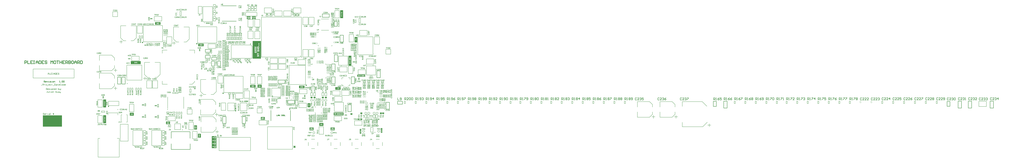
<source format=gbr>
%TF.GenerationSoftware,Altium Limited,Altium Designer,23.11.1 (41)*%
G04 Layer_Color=65535*
%FSLAX45Y45*%
%MOMM*%
%TF.SameCoordinates,5B37CA9A-06B1-4671-AC7C-9F047A950D05*%
%TF.FilePolarity,Positive*%
%TF.FileFunction,Legend,Top*%
%TF.Part,Single*%
G01*
G75*
%TA.AperFunction,NonConductor*%
%ADD136C,0.25400*%
%ADD137C,0.12700*%
%ADD138C,0.40000*%
%ADD139C,0.25000*%
%ADD140C,0.15240*%
%ADD141C,0.20000*%
%ADD142C,0.19990*%
%ADD143C,0.07620*%
%ADD144C,0.15200*%
%ADD145C,0.17500*%
%ADD146C,0.22860*%
%ADD147C,0.18000*%
%ADD148C,0.20320*%
%ADD149C,0.30480*%
%ADD150R,1.35000X0.15000*%
%ADD151R,0.50000X0.25000*%
%ADD152R,0.50000X0.25000*%
%ADD153R,0.15000X1.35000*%
%ADD154R,12.91820X7.70300*%
G36*
X16239854Y1529840D02*
X15967348D01*
Y1620020D01*
X16239854D01*
Y1529840D01*
D02*
G37*
G36*
Y1427981D02*
X15967348D01*
Y1529840D01*
X16239854D01*
Y1427981D01*
D02*
G37*
G36*
X10381708Y3351261D02*
X10141493D01*
Y3430539D01*
X10381708D01*
Y3351261D01*
D02*
G37*
G36*
X18302322Y5055367D02*
X17765677D01*
Y5206233D01*
X18302322D01*
Y5055367D01*
D02*
G37*
G36*
X4285707Y344439D02*
Y265161D01*
X4045493D01*
Y344439D01*
X4285707D01*
D02*
G37*
G36*
X17436238Y2489200D02*
X17310962D01*
Y2590800D01*
X17436238D01*
Y2489200D01*
D02*
G37*
G36*
X19464799Y1264083D02*
X19363200D01*
Y1580721D01*
X19464799D01*
Y1264083D01*
D02*
G37*
G36*
X16644897Y4181552D02*
X16283379D01*
Y4359352D01*
X16644897D01*
Y4181552D01*
D02*
G37*
G36*
X10552207Y9063459D02*
D01*
Y8961600D01*
X10311993D01*
Y9063459D01*
Y9153639D01*
X10552207D01*
Y9063459D01*
D02*
G37*
G36*
X18099120Y2133600D02*
X17782481D01*
Y2235200D01*
X18099120D01*
Y2133600D01*
D02*
G37*
G36*
X14817455Y1529840D02*
X14544946D01*
Y1620020D01*
X14817455D01*
Y1529840D01*
D02*
G37*
G36*
Y1427981D02*
X14544946D01*
Y1529840D01*
X14817455D01*
Y1427981D01*
D02*
G37*
G36*
X3147604Y5914023D02*
X2480714D01*
Y6114154D01*
X3147604D01*
Y5914023D01*
D02*
G37*
G36*
X17767299Y7388442D02*
X17589499D01*
Y7749961D01*
X17767299D01*
Y7388442D01*
D02*
G37*
G36*
X14743839Y3708400D02*
Y3606800D01*
X14618562D01*
Y3708400D01*
X14743839D01*
D02*
G37*
G36*
X11312254Y4323580D02*
X11039747D01*
Y4515620D01*
X11312254D01*
Y4323580D01*
D02*
G37*
G36*
X807219Y2983956D02*
X615179D01*
Y3518441D01*
X807219D01*
Y2983956D01*
D02*
G37*
G36*
X18105038Y2540000D02*
X17979762D01*
Y2641600D01*
X18105038D01*
Y2540000D01*
D02*
G37*
G36*
X16809219Y9029157D02*
X16617178D01*
Y9563642D01*
X16809219D01*
Y9029157D01*
D02*
G37*
G36*
X18042400Y1207363D02*
X17940799D01*
Y1524001D01*
X18042400D01*
Y1207363D01*
D02*
G37*
G36*
X15505838Y3606800D02*
X15380562D01*
Y3708400D01*
X15505838D01*
Y3606800D01*
D02*
G37*
G36*
X10899560Y4330700D02*
X10538041D01*
Y4508500D01*
X10899560D01*
Y4330700D01*
D02*
G37*
G36*
X10907807Y9062545D02*
Y8961600D01*
X10667593D01*
Y9062545D01*
D01*
Y9153639D01*
X10907807D01*
Y9062545D01*
D02*
G37*
G36*
X15709038Y3606800D02*
X15583762D01*
Y3708400D01*
X15709038D01*
Y3606800D01*
D02*
G37*
G36*
X807219Y1917157D02*
X615179D01*
Y2451642D01*
X807219D01*
Y1917157D01*
D02*
G37*
G36*
X2681797Y2427554D02*
X2409290D01*
Y2619593D01*
X2681797D01*
Y2427554D01*
D02*
G37*
G36*
X3015707Y265161D02*
X2775493D01*
Y344439D01*
X3015707D01*
Y265161D01*
D02*
G37*
G36*
X4482195Y8580540D02*
X4120676D01*
Y8758340D01*
X4482195D01*
Y8580540D01*
D02*
G37*
G36*
X17372066Y5813355D02*
X17171935D01*
Y6480245D01*
X17372066D01*
Y5813355D01*
D02*
G37*
G36*
X6942843Y1490665D02*
X6840983D01*
X6750803D01*
Y1763172D01*
X6840983D01*
X6942843D01*
Y1490665D01*
D02*
G37*
G36*
X5129012Y1942217D02*
X4856505D01*
Y2032256D01*
X5129012D01*
Y1942217D01*
D02*
G37*
G36*
Y1840217D02*
X4856505D01*
Y1942217D01*
X5129012D01*
Y1840217D01*
D02*
G37*
G36*
X11528154Y2241040D02*
X11255647D01*
Y2331220D01*
X11528154D01*
Y2241040D01*
D02*
G37*
G36*
Y2139181D02*
X11255647D01*
Y2241040D01*
X11528154D01*
Y2139181D01*
D02*
G37*
G36*
X8262750Y1041400D02*
Y228600D01*
X8093033D01*
Y228600D01*
X7942451D01*
Y1041400D01*
X8093033D01*
Y1041400D01*
X8262750D01*
D02*
G37*
G36*
X10972015Y7482497D02*
X11267034D01*
Y6284303D01*
X10972015D01*
D01*
X10703967D01*
Y7482497D01*
X10972015D01*
D01*
D02*
G37*
G36*
X19578238Y2540000D02*
X19452962D01*
Y2641600D01*
X19578238D01*
Y2540000D01*
D02*
G37*
G36*
X14947038Y3606800D02*
X14821762D01*
Y3708400D01*
X14947038D01*
Y3606800D01*
D02*
G37*
G36*
X7394360Y7302500D02*
Y7124700D01*
X7032841D01*
Y7302500D01*
X7394360D01*
D02*
G37*
G36*
X9590038Y2724694D02*
X9510759D01*
Y2964908D01*
X9590038D01*
Y2724694D01*
D02*
G37*
G36*
X14603146Y2993490D02*
X14411107D01*
Y3265997D01*
X14603146D01*
Y2993490D01*
D02*
G37*
G36*
X15477853Y1732780D02*
X15205347D01*
Y1924820D01*
X15477853D01*
Y1732780D01*
D02*
G37*
G36*
X19425838Y2540000D02*
X19300562D01*
Y2641600D01*
X19425838D01*
Y2540000D01*
D02*
G37*
G36*
X16843445Y2439934D02*
X16176555D01*
Y2640066D01*
X16843445D01*
Y2439934D01*
D02*
G37*
G36*
X7208020Y933178D02*
X7015980D01*
Y1200421D01*
X7208020D01*
Y933178D01*
D02*
G37*
G36*
X14201559Y4279900D02*
X13840041D01*
Y4457700D01*
X14201559D01*
Y4279900D01*
D02*
G37*
G36*
X7790907Y8647161D02*
X7550693D01*
Y8726439D01*
X7790907D01*
Y8647161D01*
D02*
G37*
G36*
X17474812Y5926617D02*
X17483553D01*
Y5922921D01*
X17474812D01*
Y5914250D01*
X17471152D01*
Y5922921D01*
X17462482D01*
Y5926617D01*
X17471152D01*
Y5935287D01*
X17474812D01*
Y5926617D01*
D02*
G37*
G36*
X4101713Y2961167D02*
X4110453D01*
Y2957471D01*
X4101713D01*
Y2948800D01*
X4098052D01*
Y2957471D01*
X4089381D01*
Y2961167D01*
X4098052D01*
Y2969837D01*
X4101713D01*
Y2961167D01*
D02*
G37*
G36*
X3238113Y3011967D02*
X3246853D01*
Y3008271D01*
X3238113D01*
Y2999600D01*
X3234452D01*
Y3008271D01*
X3225781D01*
Y3011967D01*
X3234452D01*
Y3020637D01*
X3238113D01*
Y3011967D01*
D02*
G37*
G36*
X16929851Y2328652D02*
X16938591D01*
Y2324956D01*
X16929851D01*
Y2316285D01*
X16926190D01*
Y2324956D01*
X16917519D01*
Y2328652D01*
X16926190D01*
Y2337322D01*
X16929851D01*
Y2328652D01*
D02*
G37*
G36*
X3238113Y2199167D02*
X3246853D01*
Y2195471D01*
X3238113D01*
Y2186800D01*
X3234452D01*
Y2195471D01*
X3225781D01*
Y2199167D01*
X3234452D01*
Y2207837D01*
X3238113D01*
Y2199167D01*
D02*
G37*
G36*
X10784367Y4182348D02*
X10793037D01*
Y4178687D01*
X10784367D01*
Y4169947D01*
X10780671D01*
Y4178687D01*
X10772000D01*
Y4182348D01*
X10780671D01*
Y4191019D01*
X10784367D01*
Y4182348D01*
D02*
G37*
G36*
X4101713Y2199167D02*
X4110453D01*
Y2195471D01*
X4101713D01*
Y2186800D01*
X4098052D01*
Y2195471D01*
X4089381D01*
Y2199167D01*
X4098052D01*
Y2207837D01*
X4101713D01*
Y2199167D01*
D02*
G37*
G36*
X471967Y3737848D02*
X480637D01*
Y3734187D01*
X471967D01*
Y3725447D01*
X468271D01*
Y3734187D01*
X459600D01*
Y3737848D01*
X468271D01*
Y3746519D01*
X471967D01*
Y3737848D01*
D02*
G37*
G36*
X253613Y2605567D02*
X262353D01*
Y2601871D01*
X253613D01*
Y2593200D01*
X249952D01*
Y2601871D01*
X241281D01*
Y2605567D01*
X249952D01*
Y2614237D01*
X253613D01*
Y2605567D01*
D02*
G37*
G36*
X3796913Y8853967D02*
X3805653D01*
Y8850271D01*
X3796913D01*
Y8841600D01*
X3793252D01*
Y8850271D01*
X3784581D01*
Y8853967D01*
X3793252D01*
Y8862637D01*
X3796913D01*
Y8853967D01*
D02*
G37*
G36*
X14086366Y3826748D02*
X14095036D01*
Y3823087D01*
X14086366D01*
Y3814347D01*
X14082671D01*
Y3823087D01*
X14074001D01*
Y3826748D01*
X14082671D01*
Y3835419D01*
X14086366D01*
Y3826748D01*
D02*
G37*
G36*
X7272379Y6806813D02*
X7281050D01*
Y6803152D01*
X7272379D01*
Y6794481D01*
X7268683D01*
Y6803152D01*
X7260013D01*
Y6806813D01*
X7268683D01*
Y6815553D01*
X7272379D01*
Y6806813D01*
D02*
G37*
G36*
X18022929Y4863713D02*
X18031599D01*
Y4860052D01*
X18022929D01*
Y4851381D01*
X18019234D01*
Y4860052D01*
X18010564D01*
Y4863713D01*
X18019234D01*
Y4872453D01*
X18022929D01*
Y4863713D01*
D02*
G37*
G36*
X2442448Y6421479D02*
X2451119D01*
Y6417783D01*
X2442448D01*
Y6409113D01*
X2438787D01*
Y6417783D01*
X2430047D01*
Y6421479D01*
X2438787D01*
Y6430150D01*
X2442448D01*
Y6421479D01*
D02*
G37*
%LPC*%
G36*
X16172691Y1590066D02*
X16133643D01*
D01*
X16157143D01*
X16155103Y1589996D01*
X16153133Y1589715D01*
X16151373Y1589363D01*
X16149684Y1588870D01*
X16148137Y1588307D01*
X16146729Y1587604D01*
X16145393Y1586900D01*
X16144267Y1586197D01*
X16143211Y1585493D01*
X16142297Y1584790D01*
X16141524Y1584156D01*
X16140891Y1583523D01*
X16140398Y1583031D01*
X16140045Y1582679D01*
X16139835Y1582397D01*
X16139764Y1582327D01*
X16138708Y1580779D01*
X16137724Y1579161D01*
X16136951Y1577402D01*
X16136246Y1575573D01*
X16135612Y1573743D01*
X16135120Y1571844D01*
X16134769Y1570014D01*
X16134418Y1568255D01*
X16134135Y1566567D01*
X16133995Y1565019D01*
X16133855Y1563612D01*
X16133713Y1562345D01*
Y1561360D01*
X16133643Y1560586D01*
Y1559953D01*
X16133713Y1557280D01*
X16133923Y1554817D01*
X16134206Y1552495D01*
X16134558Y1550314D01*
X16135049Y1548344D01*
X16135542Y1546444D01*
X16136105Y1544826D01*
X16136668Y1543278D01*
X16137231Y1542012D01*
X16137794Y1540816D01*
X16138286Y1539831D01*
X16138779Y1539057D01*
X16139131Y1538424D01*
X16139412Y1537931D01*
X16139622Y1537650D01*
X16139694Y1537579D01*
X16140891Y1536243D01*
X16142155Y1535046D01*
X16143494Y1533991D01*
X16144901Y1533076D01*
X16146307Y1532373D01*
X16147714Y1531740D01*
X16149051Y1531247D01*
X16150388Y1530825D01*
X16151656Y1530473D01*
X16152780Y1530262D01*
X16153836Y1530051D01*
X16154750Y1529981D01*
X16155453Y1529910D01*
X16156017Y1529840D01*
X16156509D01*
X16158127Y1529910D01*
X16159676Y1530051D01*
X16161082Y1530192D01*
X16162279Y1530473D01*
X16163335Y1530684D01*
X16163756Y1530755D01*
X16164108Y1530825D01*
X16164389Y1530895D01*
X16164600Y1530966D01*
X16164671Y1531036D01*
X16164742D01*
X16166219Y1531529D01*
X16167625Y1532162D01*
X16168964Y1532795D01*
X16170158Y1533358D01*
X16171214Y1533921D01*
X16171635Y1534202D01*
X16171988Y1534413D01*
X16172269Y1534624D01*
X16172479Y1534695D01*
X16172621Y1534835D01*
X16172691D01*
Y1530755D01*
Y1585071D01*
X16171214Y1585986D01*
X16169807Y1586689D01*
X16168329Y1587393D01*
X16166994Y1587956D01*
X16165656Y1588448D01*
X16164319Y1588870D01*
X16163123Y1589152D01*
X16161996Y1589433D01*
X16160942Y1589644D01*
X16160027Y1589785D01*
X16159183Y1589926D01*
X16158479Y1589996D01*
X16157916Y1590066D01*
X16172691D01*
D01*
D02*
G37*
G36*
X16127803Y1589152D02*
X16085588D01*
Y1530755D01*
X16102966D01*
X16103952Y1530825D01*
X16105569D01*
X16106062Y1530895D01*
X16106485D01*
X16108315Y1531106D01*
X16109158Y1531247D01*
X16109932Y1531388D01*
X16110565Y1531458D01*
X16111058Y1531599D01*
X16111339Y1531669D01*
X16111481D01*
X16112395Y1531951D01*
X16113239Y1532232D01*
X16114014Y1532514D01*
X16114717Y1532795D01*
X16115279Y1533006D01*
X16115701Y1533217D01*
X16115984Y1533358D01*
X16116052Y1533428D01*
X16117601Y1534413D01*
X16118234Y1534906D01*
X16118867Y1535398D01*
X16119360Y1535820D01*
X16119711Y1536172D01*
X16119994Y1536383D01*
X16120064Y1536454D01*
X16121471Y1538001D01*
X16122667Y1539620D01*
X16123653Y1541308D01*
X16124496Y1542856D01*
X16125130Y1544193D01*
X16125340Y1544756D01*
X16125552Y1545248D01*
X16125693Y1545671D01*
X16125833Y1545952D01*
X16125903Y1546163D01*
Y1546233D01*
X16126537Y1548555D01*
X16127029Y1550947D01*
X16127312Y1553340D01*
X16127592Y1555591D01*
X16127663Y1556576D01*
X16127733Y1557491D01*
Y1558335D01*
X16127803Y1559039D01*
Y1560446D01*
X16127733Y1563401D01*
X16127592Y1564738D01*
X16127451Y1566074D01*
X16127240Y1567341D01*
X16127100Y1568467D01*
X16126888Y1569592D01*
X16126677Y1570577D01*
X16126396Y1571422D01*
X16126186Y1572266D01*
X16126044Y1572969D01*
X16125833Y1573532D01*
X16125693Y1573954D01*
X16125552Y1574306D01*
X16125481Y1574517D01*
Y1574588D01*
X16124496Y1576769D01*
X16123441Y1578668D01*
X16122314Y1580357D01*
X16121823Y1581061D01*
X16121260Y1581764D01*
X16120767Y1582327D01*
X16120274Y1582820D01*
X16119853Y1583312D01*
X16119501Y1583664D01*
X16119218Y1583945D01*
X16119008Y1584156D01*
X16118867Y1584227D01*
X16118797Y1584297D01*
X16117531Y1585212D01*
X16116264Y1585986D01*
X16114998Y1586689D01*
X16113802Y1587182D01*
X16112747Y1587534D01*
X16112254Y1587674D01*
X16111902Y1587815D01*
X16111549Y1587885D01*
X16111339Y1587956D01*
X16111198Y1588026D01*
X16111128D01*
X16109369Y1588378D01*
X16107539Y1588659D01*
X16105711Y1588870D01*
X16103952Y1589011D01*
X16103178Y1589081D01*
X16102403D01*
X16101772Y1589152D01*
X16127803D01*
D02*
G37*
G36*
X16080312D02*
X16034367D01*
X16049425D01*
X16034367Y1530755D01*
X16047032D01*
X16048439Y1536383D01*
X16048579Y1537228D01*
X16048650Y1538213D01*
Y1539268D01*
Y1540253D01*
X16048579Y1541097D01*
X16048511Y1541871D01*
Y1542153D01*
X16048439Y1542364D01*
Y1542434D01*
Y1542504D01*
X16049213Y1543138D01*
X16050549Y1542715D01*
X16051112Y1542575D01*
X16051605Y1542504D01*
X16052028Y1542364D01*
X16052309D01*
X16052521Y1542293D01*
X16052589D01*
X16053294Y1542223D01*
X16053998Y1542153D01*
X16054842D01*
X16055617Y1542082D01*
X16057375D01*
X16058923Y1542153D01*
X16060400Y1542223D01*
X16061737Y1542434D01*
X16062863Y1542645D01*
X16063777Y1542786D01*
X16064481Y1542997D01*
X16064761Y1543067D01*
X16064973D01*
X16065044Y1543138D01*
X16065114D01*
X16065887Y1542364D01*
X16065677Y1541379D01*
X16065536Y1540394D01*
Y1539479D01*
Y1538705D01*
Y1538001D01*
X16065607Y1537509D01*
X16065677Y1537228D01*
Y1537087D01*
X16067155Y1530755D01*
X16058806D01*
X16080312D01*
X16067717Y1589152D01*
X16080312D01*
D02*
G37*
%LPD*%
G36*
X16159886Y1579231D02*
X16160870Y1578950D01*
X16161786Y1578598D01*
X16162701Y1578106D01*
X16163545Y1577543D01*
X16164319Y1576909D01*
X16165726Y1575573D01*
X16166289Y1574869D01*
X16166782Y1574166D01*
X16167274Y1573532D01*
X16167625Y1572969D01*
X16167908Y1572477D01*
X16168188Y1572125D01*
X16168259Y1571844D01*
X16168329Y1571773D01*
X16172691D01*
Y1548133D01*
X16168329D01*
X16167555Y1546796D01*
X16166782Y1545671D01*
X16166008Y1544686D01*
X16165234Y1543841D01*
X16164389Y1543067D01*
X16163615Y1542504D01*
X16162840Y1542012D01*
X16162067Y1541590D01*
X16161433Y1541308D01*
X16160802Y1541097D01*
X16160168Y1540886D01*
X16159746Y1540816D01*
X16159325Y1540745D01*
X16159042Y1540675D01*
X16158762D01*
X16157846Y1540745D01*
X16157002Y1540886D01*
X16156157Y1541097D01*
X16155383Y1541449D01*
X16154047Y1542223D01*
X16152921Y1543138D01*
X16152007Y1543982D01*
X16151373Y1544756D01*
X16151093Y1545108D01*
X16150951Y1545319D01*
X16150880Y1545459D01*
X16150810Y1545530D01*
X16150317Y1546515D01*
X16149896Y1547570D01*
X16149191Y1549822D01*
X16148698Y1552214D01*
X16148347Y1554465D01*
X16148207Y1555521D01*
X16148137Y1556576D01*
X16148067Y1557420D01*
Y1558194D01*
X16147997Y1558827D01*
Y1559320D01*
Y1559672D01*
Y1559742D01*
Y1561501D01*
X16148137Y1563119D01*
X16148277Y1564667D01*
X16148418Y1566074D01*
X16148630Y1567341D01*
X16148911Y1568537D01*
X16149123Y1569663D01*
X16149403Y1570648D01*
X16149684Y1571492D01*
X16149896Y1572195D01*
X16150177Y1572829D01*
X16150388Y1573392D01*
X16150529Y1573814D01*
X16150670Y1574095D01*
X16150810Y1574236D01*
Y1574306D01*
X16151373Y1575221D01*
X16151936Y1575924D01*
X16152570Y1576628D01*
X16153273Y1577191D01*
X16153906Y1577683D01*
X16154610Y1578106D01*
X16155243Y1578387D01*
X16155876Y1578668D01*
X16157072Y1579020D01*
X16157565Y1579161D01*
X16157986Y1579231D01*
X16158339Y1579302D01*
X16158830D01*
X16159886Y1579231D01*
D02*
G37*
G36*
X16098534Y1579865D02*
X16099097Y1579794D01*
X16100153Y1579583D01*
X16100645Y1579513D01*
X16101067D01*
X16101349Y1579442D01*
X16101419D01*
X16103036Y1579231D01*
X16103812Y1579161D01*
X16104443Y1579020D01*
X16105006Y1578879D01*
X16105429Y1578809D01*
X16105711Y1578739D01*
X16105782D01*
X16106555Y1578528D01*
X16107259Y1578317D01*
X16107822Y1578106D01*
X16108315Y1577824D01*
X16108736Y1577613D01*
X16109018Y1577402D01*
X16109158Y1577332D01*
X16109229Y1577261D01*
X16110143Y1576347D01*
X16110847Y1575502D01*
X16111058Y1575151D01*
X16111269Y1574869D01*
X16111411Y1574658D01*
Y1574588D01*
X16111691Y1573954D01*
X16111974Y1573321D01*
X16112184Y1572618D01*
X16112325Y1571984D01*
X16112465Y1571422D01*
X16112535Y1570999D01*
X16112605Y1570718D01*
Y1570577D01*
X16112747Y1569663D01*
X16112888Y1568818D01*
X16112958Y1568044D01*
X16113028Y1567341D01*
Y1566778D01*
X16113098Y1566285D01*
Y1566004D01*
Y1565934D01*
Y1565019D01*
X16113168Y1564034D01*
Y1563049D01*
Y1561994D01*
Y1561149D01*
Y1560375D01*
Y1560094D01*
Y1559953D01*
Y1559812D01*
Y1559742D01*
Y1555591D01*
Y1554536D01*
X16113098Y1553551D01*
X16113028Y1552636D01*
Y1551862D01*
X16112958Y1551229D01*
X16112888Y1550736D01*
X16112817Y1550455D01*
Y1550314D01*
X16112675Y1549470D01*
X16112535Y1548766D01*
X16112395Y1548133D01*
X16112325Y1547641D01*
X16112184Y1547218D01*
X16112112Y1546937D01*
X16112044Y1546796D01*
Y1546726D01*
X16111691Y1545811D01*
X16111339Y1545037D01*
X16111198Y1544756D01*
X16111058Y1544545D01*
X16110988Y1544404D01*
X16110918Y1544334D01*
X16110425Y1543700D01*
X16110004Y1543208D01*
X16109792Y1542997D01*
X16109721Y1542927D01*
X16109369Y1542645D01*
X16108948Y1542364D01*
X16108665Y1542082D01*
X16108595Y1542012D01*
X16108525D01*
X16107471Y1541379D01*
X16106413Y1541027D01*
X16105992Y1540886D01*
X16105640Y1540816D01*
X16105359Y1540745D01*
X16105289D01*
X16103880Y1540534D01*
X16103249Y1540464D01*
X16102686D01*
X16102193Y1540394D01*
X16101772Y1540323D01*
X16101419D01*
X16100716Y1540253D01*
X16100082Y1540183D01*
X16099519Y1540112D01*
X16099026Y1540042D01*
X16098676Y1539901D01*
X16098323Y1539831D01*
X16098183Y1539760D01*
X16098112D01*
X16096846Y1541027D01*
X16097479Y1541942D01*
X16097971Y1542786D01*
X16098112Y1543138D01*
X16098253Y1543419D01*
X16098323Y1543560D01*
Y1543630D01*
X16098605Y1544615D01*
X16098816Y1545389D01*
Y1545671D01*
X16098886Y1545882D01*
Y1545952D01*
Y1546022D01*
Y1546444D01*
X16098956Y1546867D01*
Y1547781D01*
Y1548133D01*
Y1548485D01*
Y1548696D01*
Y1548766D01*
Y1570999D01*
Y1571633D01*
Y1572195D01*
Y1572618D01*
Y1573040D01*
X16098886Y1573321D01*
Y1573532D01*
Y1573673D01*
Y1573743D01*
X16098746Y1574517D01*
X16098605Y1575291D01*
X16098463Y1575573D01*
X16098393Y1575854D01*
X16098323Y1575995D01*
Y1576065D01*
X16097900Y1577050D01*
X16097408Y1577965D01*
X16097197Y1578246D01*
X16096986Y1578528D01*
X16096916Y1578668D01*
X16096846Y1578739D01*
X16098112Y1580005D01*
X16098534Y1579865D01*
D02*
G37*
G36*
X16059064Y1580498D02*
X16059204Y1578528D01*
X16059415Y1576628D01*
X16059557Y1574799D01*
X16059767Y1573110D01*
X16059908Y1571492D01*
X16060120Y1570014D01*
X16060258Y1568678D01*
X16060471Y1567411D01*
X16060611Y1566356D01*
X16060751Y1565441D01*
X16060893Y1564667D01*
X16060963Y1564034D01*
X16061034Y1563541D01*
X16061104Y1563260D01*
Y1563190D01*
X16061385Y1561712D01*
X16061667Y1560375D01*
X16061948Y1559109D01*
X16062228Y1557913D01*
X16062511Y1556857D01*
X16062791Y1555872D01*
X16063004Y1555028D01*
X16063284Y1554254D01*
X16063496Y1553551D01*
X16063707Y1552988D01*
X16063918Y1552495D01*
X16064059Y1552073D01*
X16064200Y1551792D01*
X16064270Y1551581D01*
X16064340Y1551440D01*
Y1551370D01*
X16063496Y1550244D01*
X16062581Y1550525D01*
X16061597Y1550666D01*
X16060611Y1550807D01*
X16059697Y1550947D01*
X16058852D01*
X16058218Y1551018D01*
X16056319D01*
X16055054Y1550877D01*
X16053998Y1550807D01*
X16053014Y1550666D01*
X16052238Y1550525D01*
X16051675Y1550385D01*
X16051324Y1550314D01*
X16051183Y1550244D01*
X16050409Y1551370D01*
X16050761Y1552214D01*
X16051112Y1553128D01*
X16051465Y1554113D01*
X16051746Y1555169D01*
X16052379Y1557420D01*
X16052942Y1559812D01*
X16053505Y1562345D01*
X16053998Y1564949D01*
X16054420Y1567552D01*
X16054842Y1570155D01*
X16055194Y1572618D01*
X16055475Y1574939D01*
X16055757Y1577050D01*
X16055827Y1578035D01*
X16055968Y1578950D01*
X16056038Y1579724D01*
X16056108Y1580427D01*
X16056178Y1581061D01*
X16056248Y1581623D01*
Y1582046D01*
X16056319Y1582327D01*
Y1582538D01*
Y1582608D01*
X16058923D01*
X16059064Y1580498D01*
D02*
G37*
%LPC*%
G36*
X16024763Y1518161D02*
X15985715D01*
Y1457934D01*
D01*
Y1488047D01*
X15985786Y1485374D01*
X15985997Y1482911D01*
X15986278Y1480589D01*
X15986630Y1478408D01*
X15987122Y1476438D01*
X15987614Y1474539D01*
X15988177Y1472920D01*
X15988741Y1471372D01*
X15989304Y1470106D01*
X15989867Y1468910D01*
X15990359Y1467925D01*
X15990851Y1467151D01*
X15991203Y1466518D01*
X15991486Y1466025D01*
X15991696Y1465744D01*
X15991766Y1465673D01*
X15992963Y1464337D01*
X15994229Y1463141D01*
X15995564Y1462085D01*
X15996973Y1461171D01*
X15998380Y1460467D01*
X15999786Y1459834D01*
X16001125Y1459341D01*
X16002461Y1458919D01*
X16003728Y1458567D01*
X16004852Y1458356D01*
X16005908Y1458145D01*
X16006824Y1458075D01*
X16007526Y1458004D01*
X16008089Y1457934D01*
X16008582D01*
X16010201Y1458004D01*
X16011748Y1458145D01*
X16013155Y1458286D01*
X16014351Y1458567D01*
X16015405Y1458778D01*
X16015829Y1458849D01*
X16016180Y1458919D01*
X16016463Y1458989D01*
X16016673Y1459060D01*
X16016743Y1459130D01*
X16016814D01*
X16018291Y1459623D01*
X16019698Y1460256D01*
X16021034Y1460889D01*
X16022231Y1461452D01*
X16023286Y1462015D01*
X16023709Y1462296D01*
X16024060Y1462507D01*
X16024342Y1462718D01*
X16024553Y1462789D01*
X16024693Y1462930D01*
X16024763D01*
Y1476438D01*
Y1476227D01*
X16020403D01*
X16019627Y1474890D01*
X16018854Y1473765D01*
X16018080Y1472780D01*
X16017307Y1471935D01*
X16016463Y1471161D01*
X16015688Y1470599D01*
X16014914Y1470106D01*
X16014140Y1469684D01*
X16013507Y1469402D01*
X16012872Y1469191D01*
X16012241Y1468980D01*
X16011818Y1468910D01*
X16011395Y1468840D01*
X16011115Y1468769D01*
X16010834D01*
X16009918Y1468840D01*
X16009074Y1468980D01*
X16008231Y1469191D01*
X16007455Y1469543D01*
X16006119Y1470317D01*
X16004993Y1471232D01*
X16004079Y1472076D01*
X16003445Y1472850D01*
X16003165Y1473202D01*
X16003023Y1473413D01*
X16002953Y1473554D01*
X16002882Y1473624D01*
X16002390Y1474609D01*
X16001968Y1475664D01*
X16001263Y1477916D01*
X16000772Y1480308D01*
X16000420Y1482559D01*
X16000279Y1483615D01*
X16000209Y1484670D01*
X16000139Y1485514D01*
Y1486288D01*
X16000069Y1486922D01*
Y1487414D01*
Y1487766D01*
Y1487836D01*
Y1489595D01*
X16000209Y1491213D01*
X16000349Y1492761D01*
X16000490Y1494168D01*
X16000702Y1495435D01*
X16000983Y1496631D01*
X16001193Y1497757D01*
X16001476Y1498742D01*
X16001756Y1499586D01*
X16001968Y1500290D01*
X16002249Y1500923D01*
X16002461Y1501486D01*
X16002602Y1501908D01*
X16002742Y1502189D01*
X16002882Y1502330D01*
Y1502400D01*
X16003445Y1503315D01*
X16004008Y1504019D01*
X16004642Y1504722D01*
X16005345Y1505285D01*
X16005978Y1505778D01*
X16006682Y1506200D01*
X16007315Y1506481D01*
X16007948Y1506763D01*
X16009145Y1507114D01*
X16009637Y1507255D01*
X16010059Y1507325D01*
X16010411Y1507396D01*
X16010902D01*
X16011958Y1507325D01*
X16012944Y1507044D01*
X16013858Y1506692D01*
X16014774Y1506200D01*
X16015617Y1505637D01*
X16016391Y1505004D01*
X16017799Y1503667D01*
X16018361Y1502963D01*
X16018854Y1502260D01*
X16019347Y1501626D01*
X16019698Y1501064D01*
X16019980Y1500571D01*
X16020261Y1500219D01*
X16020331Y1499938D01*
X16020403Y1499867D01*
X16024763D01*
Y1513165D01*
X16023286Y1514080D01*
X16021880Y1514783D01*
X16020403Y1515487D01*
X16019064Y1516050D01*
X16017728Y1516542D01*
X16016391Y1516964D01*
X16015195Y1517246D01*
X16014070Y1517527D01*
X16013014Y1517738D01*
X16012100Y1517879D01*
X16011255Y1518020D01*
X16010551Y1518090D01*
X16009988Y1518161D01*
X16024763D01*
D01*
D02*
G37*
G36*
X16221484Y1517246D02*
X16183069D01*
D01*
X16183562D01*
Y1509014D01*
X16186868D01*
X16188768Y1509084D01*
X16190598Y1509225D01*
X16192287Y1509366D01*
X16193834Y1509577D01*
X16194467Y1509718D01*
X16195100Y1509788D01*
X16195593Y1509858D01*
X16196086Y1509999D01*
X16196439Y1510069D01*
X16196719D01*
X16196860Y1510140D01*
X16196930D01*
X16197563Y1509155D01*
X16196930Y1507607D01*
X16196507Y1505918D01*
X16196156Y1504230D01*
X16195946Y1502611D01*
X16195876Y1501908D01*
X16195804Y1501204D01*
Y1500641D01*
X16195734Y1500079D01*
Y1499656D01*
Y1499375D01*
Y1499164D01*
Y1499094D01*
Y1478408D01*
Y1477353D01*
Y1476368D01*
Y1475594D01*
X16195804Y1474961D01*
Y1474468D01*
Y1474116D01*
Y1473905D01*
Y1473835D01*
X16195876Y1472709D01*
X16196014Y1471654D01*
X16196086Y1471232D01*
X16196156Y1470880D01*
X16196227Y1470669D01*
Y1470599D01*
X16196577Y1469473D01*
X16196719Y1468980D01*
X16196930Y1468629D01*
X16197070Y1468277D01*
X16197211Y1468066D01*
X16197353Y1467925D01*
Y1467855D01*
X16196719Y1466870D01*
X16195100Y1467151D01*
X16193623Y1467432D01*
X16192216Y1467573D01*
X16190950Y1467643D01*
X16189894Y1467714D01*
X16189471Y1467784D01*
X16183069D01*
Y1467925D01*
Y1458849D01*
X16221484D01*
Y1517246D01*
D02*
G37*
G36*
X16173149D02*
X16130090D01*
Y1458849D01*
X16141277D01*
Y1476298D01*
X16141136Y1481293D01*
X16140855Y1486288D01*
X16140714Y1488751D01*
X16140503Y1491143D01*
X16140221Y1493465D01*
X16140010Y1495576D01*
X16139799Y1497616D01*
X16139519Y1499445D01*
X16139307Y1501064D01*
X16139166Y1502400D01*
X16139024Y1503034D01*
X16138956Y1503526D01*
X16138885Y1504019D01*
Y1504370D01*
X16138814Y1504652D01*
X16138744Y1504863D01*
Y1505004D01*
Y1505074D01*
X16142543D01*
X16142615Y1503034D01*
X16142825Y1501064D01*
X16143036Y1499094D01*
X16143388Y1497264D01*
X16143810Y1495435D01*
X16144232Y1493676D01*
X16144653Y1492058D01*
X16145148Y1490580D01*
X16145569Y1489173D01*
X16146062Y1487907D01*
X16146483Y1486851D01*
X16146835Y1485937D01*
X16147186Y1485163D01*
X16147398Y1484600D01*
X16147539Y1484318D01*
X16147609Y1484178D01*
X16159991Y1458849D01*
X16173149D01*
Y1517246D01*
D02*
G37*
G36*
X16124812D02*
X16078870D01*
X16093925D01*
X16078870Y1458849D01*
X16091534D01*
X16092941Y1464477D01*
X16093082Y1465322D01*
X16093152Y1466307D01*
Y1467362D01*
Y1468347D01*
X16093082Y1469191D01*
X16093011Y1469965D01*
Y1470247D01*
X16092941Y1470458D01*
Y1470528D01*
Y1470599D01*
X16093715Y1471232D01*
X16095052Y1470810D01*
X16095615Y1470669D01*
X16096107Y1470599D01*
X16096529Y1470458D01*
X16096811D01*
X16097021Y1470387D01*
X16097092D01*
X16097797Y1470317D01*
X16098499Y1470247D01*
X16099342D01*
X16100117Y1470176D01*
X16101875D01*
X16103424Y1470247D01*
X16104903Y1470317D01*
X16106239Y1470528D01*
X16107364Y1470739D01*
X16108279Y1470880D01*
X16108983Y1471091D01*
X16109264Y1471161D01*
X16109476D01*
X16109544Y1471232D01*
X16109616D01*
X16110390Y1470458D01*
X16110179Y1469473D01*
X16110039Y1468488D01*
Y1467573D01*
Y1466799D01*
Y1466096D01*
X16110107Y1465603D01*
X16110179Y1465322D01*
Y1465181D01*
X16111656Y1458849D01*
X16124812D01*
X16112219Y1517246D01*
X16124812D01*
D01*
D02*
G37*
G36*
X16073663D02*
X16032433D01*
Y1458849D01*
X16045871D01*
Y1475101D01*
Y1475735D01*
Y1476298D01*
Y1476720D01*
Y1477071D01*
X16045801Y1477423D01*
Y1477634D01*
Y1477705D01*
Y1477775D01*
X16045660Y1478549D01*
X16045520Y1479323D01*
X16045380Y1479675D01*
X16045309Y1479956D01*
X16045238Y1480097D01*
Y1480167D01*
X16044817Y1481152D01*
X16044394Y1482067D01*
X16044183Y1482348D01*
X16043971Y1482630D01*
X16043901Y1482770D01*
X16043831Y1482841D01*
X16045027Y1484107D01*
X16046223Y1483755D01*
X16047560Y1483544D01*
X16048897Y1483333D01*
X16050163Y1483263D01*
X16051289Y1483193D01*
X16051781Y1483122D01*
X16053049D01*
X16054807Y1483193D01*
X16056355Y1483263D01*
X16057762Y1483404D01*
X16058888Y1483615D01*
X16059802Y1483826D01*
X16060506Y1483967D01*
X16060928Y1484037D01*
X16061069Y1484107D01*
X16062335Y1482841D01*
X16061702Y1481926D01*
X16061209Y1481012D01*
X16061069Y1480660D01*
X16060928Y1480378D01*
X16060858Y1480238D01*
Y1480167D01*
X16060576Y1479182D01*
X16060365Y1478479D01*
Y1478197D01*
X16060295Y1477986D01*
Y1477845D01*
Y1477775D01*
Y1477423D01*
X16060223Y1477001D01*
Y1476086D01*
Y1475735D01*
Y1475383D01*
Y1475172D01*
Y1475101D01*
Y1458849D01*
X16073663D01*
Y1517246D01*
D02*
G37*
%LPD*%
G36*
X16007175Y1518090D02*
X16005203Y1517809D01*
X16003445Y1517457D01*
X16001756Y1516964D01*
X16000209Y1516402D01*
X15998802Y1515698D01*
X15997466Y1514994D01*
X15996339Y1514291D01*
X15995284Y1513587D01*
X15994370Y1512884D01*
X15993594Y1512250D01*
X15992963Y1511617D01*
X15992470Y1511125D01*
X15992117Y1510773D01*
X15991907Y1510492D01*
X15991837Y1510421D01*
X15990781Y1508873D01*
X15989796Y1507255D01*
X15989021Y1505496D01*
X15988319Y1503667D01*
X15987685Y1501837D01*
X15987193Y1499938D01*
X15986841Y1498109D01*
X15986488Y1496350D01*
X15986208Y1494661D01*
X15986067Y1493113D01*
X15985925Y1491706D01*
X15985786Y1490439D01*
Y1489454D01*
X15985715Y1488681D01*
Y1518161D01*
X16009215D01*
X16007175Y1518090D01*
D02*
G37*
G36*
X16221484Y1467784D02*
X16217052D01*
X16215364Y1467714D01*
X16213747Y1467643D01*
X16212268Y1467432D01*
X16211002Y1467221D01*
X16209946Y1467010D01*
X16209454Y1466940D01*
X16209102Y1466870D01*
X16208821Y1466799D01*
X16208609Y1466729D01*
X16208469Y1466658D01*
X16208398D01*
X16207272Y1467643D01*
X16207695Y1468277D01*
X16208047Y1468910D01*
X16208328Y1469543D01*
X16208539Y1470176D01*
X16208749Y1470669D01*
X16208821Y1471161D01*
X16208891Y1471443D01*
Y1471513D01*
X16209032Y1472498D01*
X16209172Y1473554D01*
X16209242Y1474679D01*
Y1475735D01*
X16209312Y1476649D01*
Y1477423D01*
Y1477705D01*
Y1477916D01*
Y1478056D01*
Y1478127D01*
Y1517246D01*
X16221484D01*
Y1467784D01*
D02*
G37*
G36*
X16162032Y1501697D02*
Y1499516D01*
X16162173Y1497194D01*
X16162244Y1494802D01*
X16162456Y1492339D01*
X16162807Y1487414D01*
X16163017Y1485092D01*
X16163300Y1482770D01*
X16163510Y1480660D01*
X16163721Y1478690D01*
X16163931Y1476860D01*
X16164143Y1475383D01*
X16164214Y1474679D01*
X16164284Y1474116D01*
X16164354Y1473554D01*
X16164426Y1473131D01*
Y1472780D01*
X16164494Y1472569D01*
Y1472428D01*
Y1472357D01*
X16160767D01*
X16160625Y1474890D01*
X16160344Y1477353D01*
X16160062Y1479675D01*
X16159851Y1480730D01*
X16159711Y1481715D01*
X16159500Y1482630D01*
X16159360Y1483474D01*
X16159218Y1484178D01*
X16159077Y1484811D01*
X16158937Y1485303D01*
X16158865Y1485655D01*
X16158797Y1485866D01*
Y1485937D01*
X16158163Y1488399D01*
X16157458Y1490651D01*
X16156757Y1492691D01*
X16156404Y1493606D01*
X16156122Y1494450D01*
X16155771Y1495224D01*
X16155489Y1495927D01*
X16155278Y1496490D01*
X16155067Y1496983D01*
X16154855Y1497405D01*
X16154787Y1497686D01*
X16154645Y1497827D01*
Y1497897D01*
X16145358Y1517246D01*
X16162032D01*
Y1501697D01*
D02*
G37*
G36*
X16103564Y1508592D02*
X16103706Y1506622D01*
X16103917Y1504722D01*
X16104057Y1502893D01*
X16104269Y1501204D01*
X16104408Y1499586D01*
X16104620Y1498109D01*
X16104761Y1496772D01*
X16104971Y1495505D01*
X16105113Y1494450D01*
X16105254Y1493535D01*
X16105394Y1492761D01*
X16105466Y1492128D01*
X16105534Y1491636D01*
X16105605Y1491354D01*
Y1491284D01*
X16105887Y1489806D01*
X16106168Y1488469D01*
X16106450Y1487203D01*
X16106731Y1486007D01*
X16107011Y1484952D01*
X16107294Y1483967D01*
X16107504Y1483122D01*
X16107787Y1482348D01*
X16107999Y1481645D01*
X16108209Y1481082D01*
X16108420Y1480589D01*
X16108560Y1480167D01*
X16108701Y1479886D01*
X16108771Y1479675D01*
X16108842Y1479534D01*
Y1479464D01*
X16107999Y1478338D01*
X16107083Y1478619D01*
X16106097Y1478760D01*
X16105113Y1478901D01*
X16104198Y1479041D01*
X16103354D01*
X16102721Y1479112D01*
X16100821D01*
X16099554Y1478971D01*
X16098499Y1478901D01*
X16097514Y1478760D01*
X16096741Y1478619D01*
X16096178Y1478479D01*
X16095827Y1478408D01*
X16095685Y1478338D01*
X16094911Y1479464D01*
X16095264Y1480308D01*
X16095615Y1481223D01*
X16095966Y1482208D01*
X16096248Y1483263D01*
X16096881Y1485514D01*
X16097444Y1487907D01*
X16098007Y1490439D01*
X16098499Y1493043D01*
X16098921Y1495646D01*
X16099342Y1498249D01*
X16099695Y1500712D01*
X16099977Y1503034D01*
X16100258Y1505144D01*
X16100328Y1506129D01*
X16100468Y1507044D01*
X16100540Y1507818D01*
X16100610Y1508521D01*
X16100681Y1509155D01*
X16100751Y1509718D01*
Y1510140D01*
X16100821Y1510421D01*
Y1510632D01*
Y1510703D01*
X16103424D01*
X16103564Y1508592D01*
D02*
G37*
G36*
X16060223Y1500852D02*
Y1500219D01*
Y1499656D01*
Y1499234D01*
X16060295Y1498812D01*
Y1498531D01*
Y1498320D01*
Y1498179D01*
Y1498109D01*
X16060435Y1497335D01*
X16060576Y1496631D01*
X16060716Y1496279D01*
X16060786Y1495998D01*
X16060858Y1495857D01*
Y1495787D01*
X16061279Y1494802D01*
X16061772Y1493957D01*
X16061983Y1493676D01*
X16062193Y1493395D01*
X16062265Y1493254D01*
X16062335Y1493183D01*
X16061069Y1491847D01*
X16059802Y1492198D01*
X16058466Y1492480D01*
X16057129Y1492621D01*
X16055862Y1492761D01*
X16054666Y1492832D01*
X16054173Y1492902D01*
X16052907D01*
X16051289Y1492832D01*
X16049811Y1492761D01*
X16048476Y1492550D01*
X16047279Y1492410D01*
X16046364Y1492198D01*
X16045660Y1491987D01*
X16045380Y1491917D01*
X16045168D01*
X16045097Y1491847D01*
X16045027D01*
X16043831Y1493183D01*
X16044324Y1493817D01*
X16044675Y1494380D01*
X16044957Y1494942D01*
X16045168Y1495435D01*
X16045309Y1495857D01*
X16045448Y1496138D01*
X16045520Y1496350D01*
Y1496420D01*
X16045731Y1497686D01*
X16045801Y1498390D01*
Y1499023D01*
X16045871Y1499516D01*
Y1500008D01*
Y1500290D01*
Y1500360D01*
Y1517246D01*
X16060223D01*
Y1500852D01*
D02*
G37*
%LPC*%
G36*
X10266877Y3409510D02*
X10266174D01*
D01*
X10245981D01*
X10266174D01*
X10264415Y3409439D01*
X10262726Y3409228D01*
X10261178Y3408947D01*
X10259701Y3408525D01*
X10258364Y3408032D01*
X10257168Y3407540D01*
X10256042Y3406977D01*
X10254987Y3406414D01*
X10254142Y3405781D01*
X10253368Y3405218D01*
X10252665Y3404725D01*
X10252172Y3404233D01*
X10251750Y3403811D01*
X10251398Y3403529D01*
X10251258Y3403318D01*
X10251187Y3403248D01*
X10250273Y3402052D01*
X10249499Y3400715D01*
X10248795Y3399308D01*
X10248162Y3397830D01*
X10247669Y3396282D01*
X10247247Y3394805D01*
X10246895Y3393327D01*
X10246614Y3391920D01*
X10246403Y3390513D01*
X10246262Y3389246D01*
X10246121Y3388121D01*
X10246051Y3387136D01*
Y3386291D01*
X10245981Y3385658D01*
Y3361314D01*
Y3385166D01*
X10246051Y3383055D01*
X10246192Y3381085D01*
X10246473Y3379256D01*
X10246825Y3377497D01*
X10247177Y3375949D01*
X10247599Y3374471D01*
X10248092Y3373134D01*
X10248584Y3372009D01*
X10249077Y3370953D01*
X10249569Y3370039D01*
X10249991Y3369194D01*
X10250343Y3368561D01*
X10250695Y3368069D01*
X10250976Y3367717D01*
X10251117Y3367506D01*
X10251187Y3367435D01*
X10252243Y3366380D01*
X10253368Y3365395D01*
X10254564Y3364621D01*
X10255761Y3363918D01*
X10257027Y3363284D01*
X10258223Y3362792D01*
X10259490Y3362440D01*
X10260686Y3362088D01*
X10261811Y3361807D01*
X10262796Y3361666D01*
X10263781Y3361525D01*
X10264555Y3361385D01*
X10265259D01*
X10265751Y3361314D01*
X10245981D01*
X10266174D01*
X10267440Y3361385D01*
X10268636Y3361525D01*
X10269902Y3361666D01*
X10271099Y3361948D01*
X10273350Y3362581D01*
X10274335Y3363003D01*
X10275320Y3363355D01*
X10276235Y3363707D01*
X10277009Y3364129D01*
X10277712Y3364480D01*
X10278345Y3364762D01*
X10278838Y3365043D01*
X10279190Y3365254D01*
X10279401Y3365325D01*
X10279471Y3365395D01*
Y3376723D01*
Y3376441D01*
X10275320D01*
X10274687Y3375386D01*
X10274054Y3374471D01*
X10273350Y3373697D01*
X10272717Y3372994D01*
X10272013Y3372431D01*
X10271380Y3372009D01*
X10270747Y3371587D01*
X10270114Y3371305D01*
X10268988Y3370813D01*
X10268566Y3370742D01*
X10268144Y3370602D01*
X10267792D01*
X10267581Y3370531D01*
X10267370D01*
X10266666Y3370602D01*
X10265962Y3370672D01*
X10264696Y3371094D01*
X10263641Y3371727D01*
X10262726Y3372431D01*
X10261952Y3373134D01*
X10261460Y3373768D01*
X10261178Y3374190D01*
X10261037Y3374260D01*
Y3374331D01*
X10260615Y3375105D01*
X10260263Y3375878D01*
X10259771Y3377637D01*
X10259349Y3379467D01*
X10259067Y3381226D01*
X10258997Y3382000D01*
X10258927Y3382774D01*
X10258856Y3383477D01*
Y3384040D01*
X10258786Y3384532D01*
Y3384955D01*
Y3385166D01*
Y3385236D01*
Y3386573D01*
X10258856Y3387839D01*
X10258997Y3388965D01*
X10259138Y3390091D01*
X10259278Y3391076D01*
X10259490Y3391990D01*
X10259701Y3392835D01*
X10259912Y3393609D01*
X10260123Y3394242D01*
X10260334Y3394805D01*
X10260545Y3395297D01*
X10260686Y3395719D01*
X10260826Y3396001D01*
X10260967Y3396212D01*
X10261037Y3396353D01*
Y3396423D01*
X10261460Y3397127D01*
X10261952Y3397689D01*
X10262445Y3398252D01*
X10263007Y3398674D01*
X10264063Y3399378D01*
X10265048Y3399800D01*
X10265962Y3400082D01*
X10266666Y3400222D01*
X10266947Y3400293D01*
X10267370D01*
X10268214Y3400222D01*
X10269058Y3400011D01*
X10269832Y3399730D01*
X10270536Y3399378D01*
X10271873Y3398393D01*
X10273069Y3397338D01*
X10273983Y3396212D01*
X10274757Y3395227D01*
X10274968Y3394875D01*
X10275179Y3394594D01*
X10275250Y3394383D01*
X10275320Y3394312D01*
X10279471D01*
Y3405358D01*
D01*
X10278275Y3406062D01*
X10277009Y3406766D01*
X10275813Y3407258D01*
X10274687Y3407751D01*
X10273491Y3408173D01*
X10272435Y3408525D01*
X10271380Y3408806D01*
X10270395Y3409017D01*
X10269480Y3409158D01*
X10268706Y3409298D01*
X10267932Y3409369D01*
X10267370Y3409439D01*
X10266877Y3409510D01*
D02*
G37*
G36*
X10239789Y3408736D02*
Y3370391D01*
X10225577D01*
X10225084Y3370320D01*
X10224592D01*
X10224170Y3370250D01*
X10223888D01*
X10223748Y3370179D01*
X10223677D01*
X10222763Y3369968D01*
X10221918Y3369617D01*
X10221637Y3369476D01*
X10221355Y3369335D01*
X10221215Y3369265D01*
X10221144Y3369194D01*
X10220300Y3370531D01*
X10220863Y3371305D01*
X10221285Y3372009D01*
X10221637Y3372712D01*
X10221848Y3373346D01*
X10221989Y3373908D01*
X10222059Y3374331D01*
Y3374612D01*
Y3374682D01*
Y3377004D01*
X10221989Y3377848D01*
X10221778Y3378622D01*
X10221496Y3379396D01*
X10221215Y3379959D01*
X10220863Y3380522D01*
X10220582Y3380874D01*
X10220370Y3381155D01*
X10220300Y3381226D01*
X10221215Y3382492D01*
X10221918Y3382211D01*
X10222622Y3382000D01*
X10222903Y3381929D01*
X10223114D01*
X10223255Y3381859D01*
X10223326D01*
X10224099Y3381718D01*
X10224733Y3381648D01*
X10238312D01*
Y3390161D01*
X10226914D01*
X10225577Y3390091D01*
X10224451Y3389950D01*
X10223466Y3389809D01*
X10222622Y3389598D01*
X10221989Y3389317D01*
X10221496Y3389176D01*
X10221215Y3389035D01*
X10221144Y3388965D01*
X10220300Y3390302D01*
X10220863Y3391005D01*
X10221285Y3391709D01*
X10221637Y3392413D01*
X10221848Y3393046D01*
X10221989Y3393609D01*
X10222059Y3394031D01*
Y3394312D01*
Y3394383D01*
Y3396071D01*
X10221989Y3396845D01*
X10221778Y3397619D01*
X10221496Y3398323D01*
X10221215Y3398956D01*
X10220863Y3399519D01*
X10220582Y3399871D01*
X10220370Y3400152D01*
X10220300Y3400222D01*
X10221215Y3401489D01*
X10221918Y3401207D01*
X10222622Y3400996D01*
X10222903Y3400926D01*
X10223114D01*
X10223255Y3400856D01*
X10223326D01*
X10224099Y3400715D01*
X10224733Y3400644D01*
X10225084Y3400574D01*
X10239015D01*
Y3408736D01*
X10210169D01*
Y3362088D01*
X10239789D01*
Y3408736D01*
D02*
G37*
G36*
X10363056D02*
X10323164D01*
X10337235Y3380100D01*
Y3362088D01*
X10348844D01*
Y3380100D01*
X10363056Y3408736D01*
D01*
D02*
G37*
G36*
X10322390D02*
X10282848D01*
X10295865D01*
X10282848Y3362088D01*
X10294176D01*
X10295302Y3365958D01*
X10295513Y3367013D01*
X10295583Y3367928D01*
X10295654Y3368280D01*
Y3368561D01*
Y3368702D01*
Y3368772D01*
Y3369124D01*
X10295583Y3369476D01*
X10295513Y3370391D01*
X10295442Y3370813D01*
X10295372Y3371164D01*
X10295302Y3371376D01*
Y3371446D01*
X10296146Y3372149D01*
X10296990Y3371798D01*
X10297905Y3371516D01*
X10298820Y3371305D01*
X10299664Y3371164D01*
X10300438Y3371094D01*
X10301001Y3371024D01*
X10304659D01*
X10305293Y3371094D01*
X10305926Y3371164D01*
X10306207Y3371235D01*
X10306418Y3371305D01*
X10306629D01*
X10307474Y3371587D01*
X10308177Y3371868D01*
X10308459Y3371938D01*
X10308670Y3372079D01*
X10308810Y3372149D01*
X10308881D01*
X10309655Y3371305D01*
X10309584Y3370602D01*
X10309514Y3370039D01*
X10309444Y3369617D01*
Y3369265D01*
X10309373Y3369054D01*
Y3368913D01*
Y3368843D01*
X10309444Y3367928D01*
X10309584Y3367013D01*
X10309655Y3366591D01*
X10309725Y3366239D01*
X10309795Y3366028D01*
Y3365958D01*
X10310640Y3362088D01*
X10322390D01*
X10311343Y3408736D01*
X10322390D01*
D02*
G37*
G36*
X10202359Y3420485D02*
X10160144D01*
Y3362088D01*
X10177522D01*
X10178507Y3362159D01*
X10180126D01*
X10180618Y3362229D01*
X10181040D01*
X10182870Y3362440D01*
X10183714Y3362581D01*
X10184488Y3362721D01*
X10185121Y3362792D01*
X10185614Y3362933D01*
X10185895Y3363003D01*
X10186036D01*
X10186950Y3363284D01*
X10187795Y3363566D01*
X10188569Y3363847D01*
X10189272Y3364129D01*
X10189835Y3364340D01*
X10190257Y3364551D01*
X10190539Y3364692D01*
X10190609Y3364762D01*
X10192157Y3365747D01*
X10192790Y3366239D01*
X10193423Y3366732D01*
X10193916Y3367154D01*
X10194268Y3367506D01*
X10194549Y3367717D01*
X10194619Y3367787D01*
X10196027Y3369335D01*
X10197223Y3370953D01*
X10198208Y3372642D01*
X10199052Y3374190D01*
X10199685Y3375527D01*
X10199896Y3376090D01*
X10200107Y3376582D01*
X10200248Y3377004D01*
X10200389Y3377286D01*
X10200459Y3377497D01*
Y3377567D01*
X10201092Y3379889D01*
X10201585Y3382281D01*
X10201866Y3384673D01*
X10202148Y3386925D01*
X10202218Y3387910D01*
X10202288Y3388824D01*
Y3389669D01*
X10202359Y3390372D01*
Y3391779D01*
X10202288Y3394734D01*
X10202148Y3396071D01*
X10202007Y3397408D01*
X10201796Y3398674D01*
X10201655Y3399800D01*
X10201444Y3400926D01*
X10201233Y3401911D01*
X10200952Y3402755D01*
X10200741Y3403599D01*
X10200600Y3404303D01*
X10200389Y3404866D01*
X10200248Y3405288D01*
X10200107Y3405640D01*
X10200037Y3405851D01*
Y3405921D01*
X10199052Y3408102D01*
X10197997Y3410002D01*
X10196871Y3411691D01*
X10196378Y3412394D01*
X10195816Y3413098D01*
X10195323Y3413661D01*
X10194831Y3414153D01*
X10194408Y3414646D01*
X10194057Y3414997D01*
X10193775Y3415279D01*
X10193564Y3415490D01*
X10193423Y3415560D01*
X10193353Y3415631D01*
X10192087Y3416545D01*
X10190820Y3417319D01*
X10189554Y3418023D01*
X10188358Y3418515D01*
X10187302Y3418867D01*
X10186810Y3419008D01*
X10186458Y3419149D01*
X10186106Y3419219D01*
X10185895Y3419289D01*
X10185754Y3419360D01*
X10185684D01*
X10183925Y3419711D01*
X10182096Y3419993D01*
X10180266Y3420204D01*
X10178507Y3420345D01*
X10177734Y3420415D01*
X10176960D01*
X10176326Y3420485D01*
X10202359D01*
D01*
D02*
G37*
%LPD*%
G36*
X10349196Y3403037D02*
X10348633Y3401629D01*
X10348211Y3400433D01*
X10347789Y3399378D01*
X10347437Y3398534D01*
X10347226Y3397830D01*
X10347015Y3397408D01*
X10346945Y3397056D01*
X10346874Y3396986D01*
X10346593Y3396142D01*
X10346311Y3395297D01*
X10346030Y3394383D01*
X10345819Y3393538D01*
X10345608Y3392764D01*
X10345467Y3392201D01*
X10345397Y3391779D01*
X10345326Y3391709D01*
Y3391639D01*
X10345115Y3390443D01*
X10344904Y3389317D01*
X10344763Y3388332D01*
X10344693Y3387417D01*
Y3386643D01*
X10344623Y3386080D01*
Y3385729D01*
Y3385588D01*
X10342371D01*
Y3385940D01*
Y3387065D01*
X10342231Y3388121D01*
X10342160Y3389176D01*
X10342019Y3390091D01*
X10341879Y3390935D01*
X10341738Y3391568D01*
X10341668Y3391990D01*
X10341597Y3392061D01*
Y3392131D01*
X10341316Y3393327D01*
X10341034Y3394383D01*
X10340823Y3395227D01*
X10340612Y3396001D01*
X10340401Y3396564D01*
X10340331Y3396915D01*
X10340190Y3397197D01*
Y3397267D01*
X10339909Y3398041D01*
X10339557Y3398956D01*
X10339205Y3399941D01*
X10338853Y3400856D01*
X10338502Y3401770D01*
X10338220Y3402474D01*
X10338079Y3402755D01*
X10338009Y3402966D01*
X10337939Y3403107D01*
Y3403177D01*
X10335758Y3408736D01*
X10351377D01*
X10349196Y3403037D01*
D02*
G37*
G36*
X10303956Y3401981D02*
X10304167Y3400152D01*
X10304308Y3398463D01*
X10304448Y3396915D01*
X10304589Y3395508D01*
X10304730Y3394172D01*
X10304870Y3392975D01*
X10305011Y3391920D01*
X10305081Y3390935D01*
X10305222Y3390161D01*
X10305293Y3389458D01*
X10305363Y3388895D01*
X10305433Y3388402D01*
Y3388121D01*
X10305504Y3387910D01*
Y3387839D01*
X10305855Y3385869D01*
X10306348Y3384181D01*
X10306770Y3382703D01*
X10307263Y3381437D01*
X10307685Y3380452D01*
X10308037Y3379748D01*
X10308107Y3379537D01*
X10308248Y3379326D01*
X10308318Y3379256D01*
Y3379185D01*
X10307333Y3377919D01*
X10306629Y3378200D01*
X10305855Y3378341D01*
X10305081Y3378482D01*
X10304378Y3378622D01*
X10303745D01*
X10303252Y3378693D01*
X10301775D01*
X10300860Y3378552D01*
X10300016Y3378482D01*
X10299312Y3378341D01*
X10298749Y3378200D01*
X10298327Y3378130D01*
X10298046Y3377989D01*
X10297975D01*
X10297061Y3379045D01*
X10297764Y3380592D01*
X10298327Y3382211D01*
X10298820Y3383829D01*
X10299242Y3385306D01*
X10299594Y3386643D01*
X10299734Y3387206D01*
X10299805Y3387699D01*
X10299875Y3388121D01*
X10299945Y3388402D01*
X10300016Y3388613D01*
Y3388684D01*
X10300227Y3389809D01*
X10300438Y3391005D01*
X10300790Y3393538D01*
X10301141Y3396071D01*
X10301423Y3398463D01*
X10301564Y3399589D01*
X10301634Y3400644D01*
X10301775Y3401559D01*
X10301845Y3402333D01*
X10301915Y3402966D01*
Y3403459D01*
X10301986Y3403811D01*
Y3403881D01*
X10303815D01*
X10303956Y3401981D01*
D02*
G37*
G36*
X10173090Y3411198D02*
X10173653Y3411128D01*
X10174708Y3410917D01*
X10175201Y3410846D01*
X10175623D01*
X10175904Y3410776D01*
X10175975D01*
X10177593Y3410565D01*
X10178367Y3410495D01*
X10179000Y3410354D01*
X10179563Y3410213D01*
X10179985Y3410143D01*
X10180266Y3410072D01*
X10180337D01*
X10181111Y3409861D01*
X10181814Y3409650D01*
X10182377Y3409439D01*
X10182870Y3409158D01*
X10183292Y3408947D01*
X10183573Y3408736D01*
X10183714Y3408665D01*
X10183784Y3408595D01*
X10184699Y3407680D01*
X10185403Y3406836D01*
X10185614Y3406484D01*
X10185825Y3406203D01*
X10185965Y3405992D01*
Y3405921D01*
X10186247Y3405288D01*
X10186528Y3404655D01*
X10186739Y3403951D01*
X10186880Y3403318D01*
X10187021Y3402755D01*
X10187091Y3402333D01*
X10187161Y3402052D01*
Y3401911D01*
X10187302Y3400996D01*
X10187443Y3400152D01*
X10187513Y3399378D01*
X10187584Y3398674D01*
Y3398112D01*
X10187654Y3397619D01*
Y3397338D01*
Y3397267D01*
Y3396353D01*
X10187724Y3395368D01*
Y3394383D01*
Y3393327D01*
Y3392483D01*
Y3391709D01*
Y3391428D01*
Y3391287D01*
Y3391146D01*
Y3391076D01*
Y3386925D01*
Y3385869D01*
X10187654Y3384884D01*
X10187584Y3383970D01*
Y3383196D01*
X10187513Y3382562D01*
X10187443Y3382070D01*
X10187373Y3381789D01*
Y3381648D01*
X10187232Y3380803D01*
X10187091Y3380100D01*
X10186950Y3379467D01*
X10186880Y3378974D01*
X10186739Y3378552D01*
X10186669Y3378271D01*
X10186599Y3378130D01*
Y3378060D01*
X10186247Y3377145D01*
X10185895Y3376371D01*
X10185754Y3376090D01*
X10185614Y3375878D01*
X10185543Y3375738D01*
X10185473Y3375667D01*
X10184980Y3375034D01*
X10184558Y3374542D01*
X10184347Y3374331D01*
X10184277Y3374260D01*
X10183925Y3373979D01*
X10183503Y3373697D01*
X10183221Y3373416D01*
X10183151Y3373346D01*
X10183081D01*
X10182025Y3372712D01*
X10180970Y3372361D01*
X10180548Y3372220D01*
X10180196Y3372149D01*
X10179915Y3372079D01*
X10179844D01*
X10178437Y3371868D01*
X10177804Y3371798D01*
X10177241D01*
X10176749Y3371727D01*
X10176326Y3371657D01*
X10175975D01*
X10175271Y3371587D01*
X10174638Y3371516D01*
X10174075Y3371446D01*
X10173582Y3371376D01*
X10173231Y3371235D01*
X10172879Y3371164D01*
X10172738Y3371094D01*
X10172668D01*
X10171401Y3372361D01*
X10172035Y3373275D01*
X10172527Y3374119D01*
X10172668Y3374471D01*
X10172808Y3374753D01*
X10172879Y3374893D01*
Y3374964D01*
X10173160Y3375949D01*
X10173371Y3376723D01*
Y3377004D01*
X10173442Y3377215D01*
Y3377286D01*
Y3377356D01*
Y3377778D01*
X10173512Y3378200D01*
Y3379115D01*
Y3379467D01*
Y3379818D01*
Y3380030D01*
Y3380100D01*
Y3402333D01*
Y3402966D01*
Y3403529D01*
Y3403951D01*
Y3404373D01*
X10173442Y3404655D01*
Y3404866D01*
Y3405007D01*
Y3405077D01*
X10173301Y3405851D01*
X10173160Y3406625D01*
X10173020Y3406906D01*
X10172949Y3407188D01*
X10172879Y3407328D01*
Y3407399D01*
X10172457Y3408384D01*
X10171964Y3409298D01*
X10171753Y3409580D01*
X10171542Y3409861D01*
X10171472Y3410002D01*
X10171401Y3410072D01*
X10172668Y3411339D01*
X10173090Y3411198D01*
D02*
G37*
%LPC*%
G36*
X18257004Y5176024D02*
D01*
Y5168522D01*
X18254785Y5169896D01*
X18252672Y5170952D01*
X18250453Y5172009D01*
X18248445Y5172854D01*
X18246437Y5173594D01*
X18244431Y5174228D01*
X18242635Y5174651D01*
X18240942Y5175073D01*
X18239359Y5175390D01*
X18237984Y5175602D01*
X18236716Y5175813D01*
X18235660Y5175919D01*
X18234814Y5176024D01*
X18257004D01*
X18198360D01*
D01*
X18233652D01*
X18230588Y5175919D01*
X18227629Y5175496D01*
X18224988Y5174968D01*
X18222452Y5174228D01*
X18220126Y5173383D01*
X18218015Y5172326D01*
X18216006Y5171269D01*
X18214316Y5170213D01*
X18212730Y5169156D01*
X18211357Y5168099D01*
X18210194Y5167148D01*
X18209244Y5166197D01*
X18208504Y5165458D01*
X18207976Y5164929D01*
X18207658Y5164507D01*
X18207553Y5164401D01*
X18205968Y5162077D01*
X18204489Y5159646D01*
X18203326Y5157005D01*
X18202271Y5154257D01*
X18201318Y5151510D01*
X18200578Y5148657D01*
X18200050Y5145910D01*
X18199522Y5143268D01*
X18199100Y5140732D01*
X18198889Y5138408D01*
X18198677Y5136295D01*
X18198466Y5134393D01*
Y5132913D01*
X18198360Y5131751D01*
Y5130800D01*
X18198466Y5126785D01*
X18198782Y5123087D01*
X18199207Y5119600D01*
X18199734Y5116324D01*
X18200475Y5113365D01*
X18201213Y5110513D01*
X18202058Y5108082D01*
X18202904Y5105758D01*
X18203749Y5103856D01*
X18204594Y5102059D01*
X18205334Y5100580D01*
X18206075Y5099418D01*
X18206602Y5098467D01*
X18207025Y5097727D01*
X18207343Y5097305D01*
X18207446Y5097199D01*
X18209244Y5095191D01*
X18211147Y5093395D01*
X18213153Y5091810D01*
X18215266Y5090436D01*
X18217380Y5089380D01*
X18219493Y5088429D01*
X18221501Y5087689D01*
X18223508Y5087055D01*
X18225410Y5086527D01*
X18227101Y5086210D01*
X18228687Y5085893D01*
X18230060Y5085787D01*
X18231116Y5085681D01*
X18231963Y5085576D01*
X18232701D01*
X18235130Y5085681D01*
X18237456Y5085893D01*
X18239569Y5086104D01*
X18241367Y5086527D01*
X18242950Y5086844D01*
X18243585Y5086949D01*
X18244113Y5087055D01*
X18244536Y5087161D01*
X18244853Y5087266D01*
X18244958Y5087372D01*
X18245064D01*
X18247282Y5088112D01*
X18249396Y5089063D01*
X18251404Y5090014D01*
X18253200Y5090859D01*
X18254785Y5091704D01*
X18255418Y5092127D01*
X18255946Y5092444D01*
X18256371Y5092761D01*
X18256686Y5092867D01*
X18256898Y5093078D01*
X18257004D01*
Y5085893D01*
Y5176024D01*
D02*
G37*
G36*
X18007848Y5175813D02*
X17950578D01*
X17978368D01*
X17975938Y5175707D01*
X17973508Y5175602D01*
X17968752Y5174968D01*
X17966428Y5174545D01*
X17964314Y5174122D01*
X17962308Y5173594D01*
X17960405Y5173171D01*
X17958609Y5172643D01*
X17957024Y5172115D01*
X17955650Y5171692D01*
X17954488Y5171269D01*
X17953537Y5170952D01*
X17952904Y5170635D01*
X17952374Y5170530D01*
X17952269Y5170424D01*
Y5150559D01*
X17959560D01*
X17960616Y5152672D01*
X17961673Y5154469D01*
X17962624Y5155948D01*
X17963576Y5157110D01*
X17964420Y5157956D01*
X17965054Y5158590D01*
X17965582Y5159012D01*
X17965688Y5159118D01*
X17967062Y5159963D01*
X17968541Y5160597D01*
X17970126Y5161126D01*
X17971500Y5161443D01*
X17972873Y5161654D01*
X17973824Y5161760D01*
X17974776D01*
X17976572Y5161654D01*
X17978157Y5161337D01*
X17979636Y5160809D01*
X17980798Y5160280D01*
X17981749Y5159646D01*
X17982489Y5159224D01*
X17982912Y5158801D01*
X17983017Y5158695D01*
X17984074Y5157533D01*
X17984920Y5156265D01*
X17985448Y5154997D01*
X17985870Y5153729D01*
X17986081Y5152672D01*
X17986293Y5151827D01*
Y5151193D01*
Y5151087D01*
Y5150982D01*
X17986081Y5149186D01*
X17985658Y5147601D01*
X17984813Y5146227D01*
X17983862Y5144959D01*
X17982594Y5144008D01*
X17981326Y5143163D01*
X17979848Y5142423D01*
X17978368Y5141895D01*
X17976889Y5141472D01*
X17975409Y5141155D01*
X17974141Y5140944D01*
X17972873Y5140838D01*
X17971922Y5140732D01*
X17971077Y5140627D01*
X17968118D01*
Y5126045D01*
X17971922D01*
X17973402Y5125939D01*
X17974881Y5125728D01*
X17976149Y5125622D01*
X17977312Y5125411D01*
X17978368Y5125094D01*
X17979425Y5124883D01*
X17980270Y5124566D01*
X17981010Y5124249D01*
X17981644Y5124038D01*
X17982700Y5123509D01*
X17983228Y5123192D01*
X17983440Y5123087D01*
X17984813Y5121819D01*
X17985870Y5120339D01*
X17986610Y5118754D01*
X17987032Y5117275D01*
X17987349Y5115796D01*
X17987456Y5114633D01*
X17987561Y5114211D01*
Y5113894D01*
Y5113682D01*
Y5113577D01*
X17987349Y5111569D01*
X17986926Y5109667D01*
X17986398Y5108082D01*
X17985658Y5106709D01*
X17984920Y5105652D01*
X17984390Y5104807D01*
X17983968Y5104384D01*
X17983757Y5104173D01*
X17982277Y5102905D01*
X17980693Y5102059D01*
X17979108Y5101425D01*
X17977628Y5100897D01*
X17976254Y5100686D01*
X17975198Y5100580D01*
X17974776Y5100474D01*
X17974248D01*
X17972240Y5100580D01*
X17970444Y5101003D01*
X17968752Y5101425D01*
X17967168Y5102059D01*
X17966005Y5102588D01*
X17965054Y5103116D01*
X17964420Y5103433D01*
X17964314Y5103539D01*
X17964209D01*
X17962624Y5104807D01*
X17961250Y5106180D01*
X17960088Y5107554D01*
X17959137Y5108928D01*
X17958504Y5110090D01*
X17957974Y5111146D01*
X17957658Y5111780D01*
X17957552Y5111886D01*
Y5111992D01*
X17950578D01*
Y5091704D01*
X17952904Y5090542D01*
X17955016Y5089591D01*
X17957129Y5088746D01*
X17958926Y5088112D01*
X17960405Y5087689D01*
X17961568Y5087266D01*
X17961990Y5087161D01*
X17962413D01*
X17962518Y5087055D01*
X17962624D01*
X17964844Y5086632D01*
X17967168Y5086315D01*
X17969386Y5086104D01*
X17971394Y5085998D01*
X17973190Y5085893D01*
X17973930Y5085787D01*
X17975726D01*
X17978474Y5085893D01*
X17981116Y5086104D01*
X17983545Y5086421D01*
X17985764Y5086844D01*
X17987878Y5087372D01*
X17989780Y5088006D01*
X17991576Y5088640D01*
X17993161Y5089274D01*
X17994640Y5089908D01*
X17995802Y5090542D01*
X17996860Y5091176D01*
X17997704Y5091704D01*
X17998444Y5092127D01*
X17998866Y5092444D01*
X17999184Y5092655D01*
X17999289Y5092761D01*
X18000769Y5094135D01*
X18002142Y5095614D01*
X18003305Y5097199D01*
X18004256Y5098678D01*
X18005101Y5100263D01*
X18005734Y5101848D01*
X18006369Y5103433D01*
X18006792Y5104912D01*
X18007109Y5106286D01*
X18007426Y5107660D01*
X18007637Y5108822D01*
X18007742Y5109773D01*
Y5110618D01*
X18007848Y5111252D01*
Y5085787D01*
D01*
Y5111780D01*
X18007742Y5113365D01*
X18007637Y5114950D01*
X18007109Y5117698D01*
X18006264Y5120128D01*
X18005312Y5122241D01*
X18004890Y5123087D01*
X18004361Y5123826D01*
X18003938Y5124460D01*
X18003622Y5125094D01*
X18003198Y5125517D01*
X18002988Y5125834D01*
X18002882Y5125939D01*
X18002776Y5126045D01*
X18001825Y5127102D01*
X18000769Y5127947D01*
X17998444Y5129532D01*
X17996014Y5130800D01*
X17993584Y5131857D01*
X17991470Y5132596D01*
X17990625Y5132808D01*
X17989780Y5133125D01*
X17989146Y5133230D01*
X17988617Y5133336D01*
X17988300Y5133442D01*
X17988194D01*
Y5135449D01*
X17991365Y5136295D01*
X17994006Y5137351D01*
X17996330Y5138513D01*
X17998338Y5139570D01*
X17999818Y5140627D01*
X18000346Y5141049D01*
X18000874Y5141472D01*
X18001192Y5141789D01*
X18001508Y5142000D01*
X18001720Y5142212D01*
X18002565Y5143163D01*
X18003305Y5144114D01*
X18004361Y5146016D01*
X18005206Y5147918D01*
X18005841Y5149714D01*
X18006158Y5151299D01*
X18006264Y5152038D01*
Y5152567D01*
X18006369Y5153095D01*
Y5153412D01*
Y5153623D01*
Y5153729D01*
X18006264Y5155208D01*
X18006158Y5156582D01*
X18005524Y5159329D01*
X18004573Y5161654D01*
X18003622Y5163767D01*
X18003093Y5164718D01*
X18002565Y5165458D01*
X18002037Y5166197D01*
X18001614Y5166831D01*
X18001297Y5167254D01*
X18000980Y5167571D01*
X18000874Y5167782D01*
X18000769Y5167888D01*
X17999289Y5169367D01*
X17997704Y5170635D01*
X17996225Y5171692D01*
X17994746Y5172537D01*
X17993478Y5173171D01*
X17992526Y5173594D01*
X17992104Y5173700D01*
X17991788Y5173805D01*
X17991682Y5173911D01*
X17991576D01*
X17989462Y5174545D01*
X17987244Y5174968D01*
X17985025Y5175390D01*
X17982912Y5175602D01*
X17981116Y5175707D01*
X17980376D01*
X17979636Y5175813D01*
X18007848D01*
D01*
D02*
G37*
G36*
X17868266D02*
X17810995D01*
X17838786D01*
X17836356Y5175707D01*
X17833925Y5175602D01*
X17829170Y5174968D01*
X17826846Y5174545D01*
X17824731Y5174122D01*
X17822725Y5173594D01*
X17820824Y5173171D01*
X17819028Y5172643D01*
X17817442Y5172115D01*
X17816068Y5171692D01*
X17814906Y5171269D01*
X17813956Y5170952D01*
X17813321Y5170635D01*
X17812791Y5170530D01*
X17812688Y5170424D01*
Y5150559D01*
X17819978D01*
X17821034Y5152672D01*
X17822092Y5154469D01*
X17823042Y5155948D01*
X17823993Y5157110D01*
X17824838Y5157956D01*
X17825471Y5158590D01*
X17825999Y5159012D01*
X17826106Y5159118D01*
X17827480Y5159963D01*
X17828960Y5160597D01*
X17830544Y5161126D01*
X17831918Y5161443D01*
X17833292Y5161654D01*
X17834242Y5161760D01*
X17835193D01*
X17836989Y5161654D01*
X17838574Y5161337D01*
X17840054Y5160809D01*
X17841216Y5160280D01*
X17842168Y5159646D01*
X17842908Y5159224D01*
X17843329Y5158801D01*
X17843436Y5158695D01*
X17844492Y5157533D01*
X17845337Y5156265D01*
X17845865Y5154997D01*
X17846288Y5153729D01*
X17846500Y5152672D01*
X17846712Y5151827D01*
Y5151193D01*
Y5151087D01*
Y5150982D01*
X17846500Y5149186D01*
X17846077Y5147601D01*
X17845232Y5146227D01*
X17844279Y5144959D01*
X17843011Y5144008D01*
X17841743Y5143163D01*
X17840265Y5142423D01*
X17838786Y5141895D01*
X17837306Y5141472D01*
X17835828Y5141155D01*
X17834560Y5140944D01*
X17833292Y5140838D01*
X17832339Y5140732D01*
X17831496Y5140627D01*
X17828535D01*
Y5126045D01*
X17832339D01*
X17833820Y5125939D01*
X17835300Y5125728D01*
X17836568Y5125622D01*
X17837729Y5125411D01*
X17838786Y5125094D01*
X17839842Y5124883D01*
X17840688Y5124566D01*
X17841428Y5124249D01*
X17842061Y5124038D01*
X17843118Y5123509D01*
X17843646Y5123192D01*
X17843858Y5123087D01*
X17845232Y5121819D01*
X17846288Y5120339D01*
X17847028Y5118754D01*
X17847450Y5117275D01*
X17847768Y5115796D01*
X17847873Y5114633D01*
X17847980Y5114211D01*
Y5113894D01*
Y5113682D01*
Y5113577D01*
X17847768Y5111569D01*
X17847345Y5109667D01*
X17846815Y5108082D01*
X17846077Y5106709D01*
X17845337Y5105652D01*
X17844809Y5104807D01*
X17844386Y5104384D01*
X17844176Y5104173D01*
X17842696Y5102905D01*
X17841110Y5102059D01*
X17839525Y5101425D01*
X17838046Y5100897D01*
X17836671Y5100686D01*
X17835616Y5100580D01*
X17835193Y5100474D01*
X17834665D01*
X17832657Y5100580D01*
X17830861Y5101003D01*
X17829170Y5101425D01*
X17827585Y5102059D01*
X17826424Y5102588D01*
X17825471Y5103116D01*
X17824838Y5103433D01*
X17824731Y5103539D01*
X17824628D01*
X17823042Y5104807D01*
X17821667Y5106180D01*
X17820506Y5107554D01*
X17819556Y5108928D01*
X17818921Y5110090D01*
X17818393Y5111146D01*
X17818076Y5111780D01*
X17817970Y5111886D01*
Y5111992D01*
X17810995D01*
Y5091704D01*
X17813321Y5090542D01*
X17815434Y5089591D01*
X17817548Y5088746D01*
X17819344Y5088112D01*
X17820824Y5087689D01*
X17821985Y5087266D01*
X17822408Y5087161D01*
X17822830D01*
X17822935Y5087055D01*
X17823042D01*
X17825261Y5086632D01*
X17827585Y5086315D01*
X17829803Y5086104D01*
X17831812Y5085998D01*
X17833607Y5085893D01*
X17834348Y5085787D01*
X17836143D01*
X17838892Y5085893D01*
X17841533Y5086104D01*
X17843964Y5086421D01*
X17846182Y5086844D01*
X17848296Y5087372D01*
X17850197Y5088006D01*
X17851994Y5088640D01*
X17853580Y5089274D01*
X17855058Y5089908D01*
X17856219Y5090542D01*
X17857277Y5091176D01*
X17858122Y5091704D01*
X17858862Y5092127D01*
X17859285Y5092444D01*
X17859602Y5092655D01*
X17859708Y5092761D01*
X17861188Y5094135D01*
X17862560Y5095614D01*
X17863722Y5097199D01*
X17864673Y5098678D01*
X17865520Y5100263D01*
X17866153Y5101848D01*
X17866788Y5103433D01*
X17867209Y5104912D01*
X17867526Y5106286D01*
X17867844Y5107660D01*
X17868056Y5108822D01*
X17868159Y5109773D01*
Y5110618D01*
X17868266Y5111252D01*
Y5085787D01*
D01*
Y5111780D01*
X17868159Y5113365D01*
X17868056Y5114950D01*
X17867526Y5117698D01*
X17866681Y5120128D01*
X17865730Y5122241D01*
X17865308Y5123087D01*
X17864780Y5123826D01*
X17864355Y5124460D01*
X17864040Y5125094D01*
X17863617Y5125517D01*
X17863405Y5125834D01*
X17863300Y5125939D01*
X17863194Y5126045D01*
X17862244Y5127102D01*
X17861188Y5127947D01*
X17858862Y5129532D01*
X17856432Y5130800D01*
X17854001Y5131857D01*
X17851888Y5132596D01*
X17851044Y5132808D01*
X17850197Y5133125D01*
X17849564Y5133230D01*
X17849036Y5133336D01*
X17848718Y5133442D01*
X17848613D01*
Y5135449D01*
X17851782Y5136295D01*
X17854424Y5137351D01*
X17856749Y5138513D01*
X17858755Y5139570D01*
X17860236Y5140627D01*
X17860764Y5141049D01*
X17861292Y5141472D01*
X17861609Y5141789D01*
X17861926Y5142000D01*
X17862138Y5142212D01*
X17862984Y5143163D01*
X17863722Y5144114D01*
X17864780Y5146016D01*
X17865623Y5147918D01*
X17866258Y5149714D01*
X17866576Y5151299D01*
X17866681Y5152038D01*
Y5152567D01*
X17866788Y5153095D01*
Y5153412D01*
Y5153623D01*
Y5153729D01*
X17866681Y5155208D01*
X17866576Y5156582D01*
X17865941Y5159329D01*
X17864990Y5161654D01*
X17864040Y5163767D01*
X17863512Y5164718D01*
X17862984Y5165458D01*
X17862454Y5166197D01*
X17862032Y5166831D01*
X17861716Y5167254D01*
X17861398Y5167571D01*
X17861292Y5167782D01*
X17861188Y5167888D01*
X17859708Y5169367D01*
X17858122Y5170635D01*
X17856644Y5171692D01*
X17855164Y5172537D01*
X17853896Y5173171D01*
X17852945Y5173594D01*
X17852522Y5173700D01*
X17852205Y5173805D01*
X17852100Y5173911D01*
X17851994D01*
X17849879Y5174545D01*
X17847662Y5174968D01*
X17845444Y5175390D01*
X17843329Y5175602D01*
X17841533Y5175707D01*
X17840793D01*
X17840054Y5175813D01*
X17868266D01*
D01*
D02*
G37*
G36*
X18192970Y5174651D02*
X18144452D01*
X18146585D01*
X18123973Y5086949D01*
D01*
X18162506D01*
X18142992D01*
X18145107Y5095403D01*
X18145317Y5096671D01*
X18145422Y5098150D01*
Y5099735D01*
Y5101214D01*
X18145317Y5102482D01*
X18145210Y5103644D01*
Y5104067D01*
X18145107Y5104384D01*
Y5104490D01*
Y5104595D01*
X18146268Y5105546D01*
X18148276Y5104912D01*
X18149121Y5104701D01*
X18149861Y5104595D01*
X18150494Y5104384D01*
X18150917D01*
X18151234Y5104278D01*
X18151340D01*
X18152397Y5104173D01*
X18153453Y5104067D01*
X18154721D01*
X18155882Y5103961D01*
X18158525D01*
X18160851Y5104067D01*
X18163069Y5104173D01*
X18165076Y5104490D01*
X18166766Y5104807D01*
X18168140Y5105018D01*
X18169197Y5105335D01*
X18169620Y5105441D01*
X18169937D01*
X18170042Y5105546D01*
X18170148D01*
X18171310Y5104384D01*
X18170993Y5102905D01*
X18170782Y5101425D01*
Y5100052D01*
Y5098889D01*
Y5097833D01*
X18170888Y5097093D01*
X18170993Y5096671D01*
Y5096459D01*
X18173212Y5086949D01*
X18192970D01*
X18174059Y5174651D01*
X18192970D01*
D02*
G37*
G36*
X18080017D02*
X18055714D01*
Y5086949D01*
X18119112D01*
X18081813D01*
X18083292Y5087055D01*
X18085722D01*
X18086462Y5087161D01*
X18087096D01*
X18089844Y5087478D01*
X18091112Y5087689D01*
X18092274Y5087900D01*
X18093225Y5088006D01*
X18093964Y5088217D01*
X18094386Y5088323D01*
X18094598D01*
X18095972Y5088746D01*
X18097240Y5089168D01*
X18098402Y5089591D01*
X18099458Y5090014D01*
X18100304Y5090331D01*
X18100938Y5090648D01*
X18101361Y5090859D01*
X18101466Y5090965D01*
X18103790Y5092444D01*
X18104742Y5093184D01*
X18105693Y5093923D01*
X18106433Y5094557D01*
X18106961Y5095086D01*
X18107384Y5095403D01*
X18107489Y5095508D01*
X18109602Y5097833D01*
X18111398Y5100263D01*
X18112878Y5102799D01*
X18114146Y5105124D01*
X18115097Y5107131D01*
X18115414Y5107977D01*
X18115730Y5108716D01*
X18115942Y5109350D01*
X18116154Y5109773D01*
X18116258Y5110090D01*
Y5110196D01*
X18117210Y5113682D01*
X18117950Y5117275D01*
X18118373Y5120868D01*
X18118794Y5124249D01*
X18118901Y5125728D01*
X18119006Y5127102D01*
Y5128370D01*
X18119112Y5129426D01*
Y5131751D01*
Y5131540D01*
X18119006Y5135978D01*
X18118794Y5137985D01*
X18118584Y5139993D01*
X18118266Y5141895D01*
X18118056Y5143585D01*
X18117738Y5145276D01*
X18117422Y5146755D01*
X18116998Y5148023D01*
X18116682Y5149291D01*
X18116470Y5150348D01*
X18116154Y5151193D01*
X18115942Y5151827D01*
X18115730Y5152355D01*
X18115625Y5152672D01*
Y5152778D01*
X18114146Y5156054D01*
X18112561Y5158907D01*
X18110870Y5161443D01*
X18110130Y5162499D01*
X18109286Y5163556D01*
X18108546Y5164401D01*
X18107806Y5165141D01*
X18107172Y5165880D01*
X18106644Y5166409D01*
X18106221Y5166831D01*
X18105904Y5167148D01*
X18105693Y5167254D01*
X18105586Y5167360D01*
X18103685Y5168733D01*
X18101784Y5169896D01*
X18099883Y5170952D01*
X18098085Y5171692D01*
X18096500Y5172220D01*
X18095761Y5172432D01*
X18095232Y5172643D01*
X18094704Y5172749D01*
X18094386Y5172854D01*
X18094176Y5172960D01*
X18094070D01*
X18091428Y5173488D01*
X18088681Y5173911D01*
X18085934Y5174228D01*
X18083292Y5174439D01*
X18082130Y5174545D01*
X18080968D01*
X18080017Y5174651D01*
D02*
G37*
G36*
X17944133D02*
X17875346D01*
D01*
X17900177Y5086949D01*
X17919513D01*
X17944133Y5174651D01*
D01*
D02*
G37*
%LPD*%
G36*
X18237773Y5159752D02*
X18239252Y5159329D01*
X18240627Y5158801D01*
X18242000Y5158061D01*
X18243268Y5157216D01*
X18244431Y5156265D01*
X18246542Y5154257D01*
X18247388Y5153201D01*
X18248128Y5152144D01*
X18248868Y5151193D01*
X18249396Y5150348D01*
X18249818Y5149608D01*
X18250241Y5149080D01*
X18250346Y5148657D01*
X18250453Y5148552D01*
X18257004D01*
Y5113048D01*
X18250453D01*
X18249290Y5111041D01*
X18248128Y5109350D01*
X18246967Y5107871D01*
X18245802Y5106603D01*
X18244536Y5105441D01*
X18243373Y5104595D01*
X18242210Y5103856D01*
X18241049Y5103222D01*
X18240099Y5102799D01*
X18239146Y5102482D01*
X18238196Y5102165D01*
X18237563Y5102059D01*
X18236928Y5101954D01*
X18236505Y5101848D01*
X18236082D01*
X18234709Y5101954D01*
X18233441Y5102165D01*
X18232173Y5102482D01*
X18231010Y5103010D01*
X18229002Y5104173D01*
X18227312Y5105546D01*
X18225938Y5106814D01*
X18224988Y5107977D01*
X18224565Y5108505D01*
X18224355Y5108822D01*
X18224248Y5109033D01*
X18224142Y5109139D01*
X18223402Y5110618D01*
X18222769Y5112203D01*
X18221712Y5115584D01*
X18220972Y5119177D01*
X18220444Y5122558D01*
X18220233Y5124143D01*
X18220126Y5125728D01*
X18220021Y5126996D01*
Y5128158D01*
X18219916Y5129109D01*
Y5129849D01*
Y5130377D01*
Y5130483D01*
Y5133125D01*
X18220126Y5135555D01*
X18220338Y5137879D01*
X18220551Y5139993D01*
X18220866Y5141895D01*
X18221289Y5143691D01*
X18221606Y5145382D01*
X18222029Y5146861D01*
X18222452Y5148129D01*
X18222769Y5149186D01*
X18223190Y5150137D01*
X18223508Y5150982D01*
X18223720Y5151616D01*
X18223930Y5152038D01*
X18224142Y5152250D01*
Y5152355D01*
X18224988Y5153729D01*
X18225833Y5154786D01*
X18226784Y5155842D01*
X18227841Y5156688D01*
X18228792Y5157427D01*
X18229848Y5158061D01*
X18230798Y5158484D01*
X18231750Y5158907D01*
X18233546Y5159435D01*
X18234286Y5159646D01*
X18234920Y5159752D01*
X18235448Y5159858D01*
X18236188D01*
X18237773Y5159752D01*
D02*
G37*
G36*
X18161061Y5161654D02*
X18161272Y5158695D01*
X18161589Y5155842D01*
X18161801Y5153095D01*
X18162119Y5150559D01*
X18162329Y5148129D01*
X18162646Y5145910D01*
X18162857Y5143902D01*
X18163174Y5142000D01*
X18163387Y5140415D01*
X18163597Y5139042D01*
X18163808Y5137879D01*
X18163914Y5136929D01*
X18164020Y5136189D01*
X18164125Y5135766D01*
Y5135661D01*
X18164548Y5133442D01*
X18164970Y5131434D01*
X18165393Y5129532D01*
X18165816Y5127736D01*
X18166238Y5126151D01*
X18166661Y5124671D01*
X18166978Y5123404D01*
X18167401Y5122241D01*
X18167719Y5121185D01*
X18168034Y5120339D01*
X18168352Y5119600D01*
X18168562Y5118966D01*
X18168774Y5118543D01*
X18168880Y5118226D01*
X18168987Y5118015D01*
Y5117909D01*
X18167719Y5116218D01*
X18166344Y5116641D01*
X18164865Y5116852D01*
X18163387Y5117064D01*
X18162012Y5117275D01*
X18160744D01*
X18159793Y5117381D01*
X18156940D01*
X18155038Y5117169D01*
X18153453Y5117064D01*
X18151974Y5116852D01*
X18150812Y5116641D01*
X18149966Y5116430D01*
X18149438Y5116324D01*
X18149226Y5116218D01*
X18148064Y5117909D01*
X18148593Y5119177D01*
X18149121Y5120551D01*
X18149649Y5122030D01*
X18150072Y5123615D01*
X18151022Y5126996D01*
X18151868Y5130589D01*
X18152715Y5134393D01*
X18153453Y5138302D01*
X18154086Y5142212D01*
X18154721Y5146121D01*
X18155249Y5149820D01*
X18155672Y5153306D01*
X18156094Y5156476D01*
X18156200Y5157956D01*
X18156412Y5159329D01*
X18156517Y5160492D01*
X18156622Y5161548D01*
X18156729Y5162499D01*
X18156834Y5163345D01*
Y5163978D01*
X18156940Y5164401D01*
Y5164718D01*
Y5164824D01*
X18160851D01*
X18161061Y5161654D01*
D02*
G37*
G36*
X18075156Y5160703D02*
X18076001Y5160597D01*
X18077586Y5160280D01*
X18078326Y5160175D01*
X18078960D01*
X18079382Y5160069D01*
X18079488D01*
X18081918Y5159752D01*
X18083081Y5159646D01*
X18084032Y5159435D01*
X18084877Y5159224D01*
X18085510Y5159118D01*
X18085934Y5159012D01*
X18086040D01*
X18087202Y5158695D01*
X18088258Y5158378D01*
X18089104Y5158061D01*
X18089844Y5157639D01*
X18090477Y5157322D01*
X18090900Y5157005D01*
X18091112Y5156899D01*
X18091217Y5156793D01*
X18092590Y5155420D01*
X18093646Y5154152D01*
X18093964Y5153623D01*
X18094281Y5153201D01*
X18094493Y5152884D01*
Y5152778D01*
X18094914Y5151827D01*
X18095338Y5150876D01*
X18095654Y5149820D01*
X18095866Y5148869D01*
X18096078Y5148023D01*
X18096182Y5147389D01*
X18096289Y5146967D01*
Y5146755D01*
X18096500Y5145382D01*
X18096712Y5144114D01*
X18096817Y5142951D01*
X18096922Y5141895D01*
Y5141049D01*
X18097029Y5140310D01*
Y5139887D01*
Y5139781D01*
Y5138408D01*
X18097134Y5136929D01*
Y5135449D01*
Y5133864D01*
Y5132596D01*
Y5131434D01*
Y5131011D01*
Y5130800D01*
Y5130589D01*
Y5130483D01*
Y5124249D01*
Y5122664D01*
X18097029Y5121185D01*
X18096922Y5119811D01*
Y5118649D01*
X18096817Y5117698D01*
X18096712Y5116958D01*
X18096606Y5116535D01*
Y5116324D01*
X18096394Y5115056D01*
X18096182Y5113999D01*
X18095972Y5113048D01*
X18095866Y5112309D01*
X18095654Y5111675D01*
X18095549Y5111252D01*
X18095444Y5111041D01*
Y5110935D01*
X18094914Y5109562D01*
X18094386Y5108399D01*
X18094176Y5107977D01*
X18093964Y5107660D01*
X18093858Y5107448D01*
X18093753Y5107343D01*
X18093013Y5106392D01*
X18092380Y5105652D01*
X18092062Y5105335D01*
X18091957Y5105229D01*
X18091428Y5104807D01*
X18090794Y5104384D01*
X18090372Y5103961D01*
X18090266Y5103856D01*
X18090160D01*
X18088576Y5102905D01*
X18086990Y5102376D01*
X18086357Y5102165D01*
X18085828Y5102059D01*
X18085406Y5101954D01*
X18085300D01*
X18083186Y5101637D01*
X18082236Y5101531D01*
X18081390D01*
X18080650Y5101425D01*
X18080017Y5101320D01*
X18079488D01*
X18078432Y5101214D01*
X18077481Y5101108D01*
X18076636Y5101003D01*
X18075896Y5100897D01*
X18075368Y5100686D01*
X18074838Y5100580D01*
X18074628Y5100474D01*
X18074522D01*
X18072620Y5102376D01*
X18073570Y5103750D01*
X18074310Y5105018D01*
X18074522Y5105546D01*
X18074733Y5105969D01*
X18074838Y5106180D01*
Y5106286D01*
X18075262Y5107765D01*
X18075578Y5108928D01*
Y5109350D01*
X18075684Y5109667D01*
Y5109773D01*
Y5109879D01*
Y5110513D01*
X18075790Y5111146D01*
Y5112520D01*
Y5113048D01*
Y5113577D01*
Y5113894D01*
Y5113999D01*
Y5147389D01*
Y5148340D01*
Y5149186D01*
Y5149820D01*
Y5150454D01*
X18075684Y5150876D01*
Y5151193D01*
Y5151404D01*
Y5151510D01*
X18075473Y5152672D01*
X18075262Y5153835D01*
X18075050Y5154257D01*
X18074945Y5154680D01*
X18074838Y5154891D01*
Y5154997D01*
X18074205Y5156476D01*
X18073466Y5157850D01*
X18073149Y5158273D01*
X18072832Y5158695D01*
X18072726Y5158907D01*
X18072620Y5159012D01*
X18074522Y5160914D01*
X18075156Y5160703D01*
D02*
G37*
G36*
X17918562Y5144536D02*
X17918456Y5144219D01*
X17918352Y5143691D01*
X17918245Y5143057D01*
X17918140Y5142423D01*
X17917928Y5141789D01*
X17917822Y5141261D01*
X17917717Y5140838D01*
Y5140732D01*
X17917505Y5139676D01*
X17917294Y5138725D01*
X17917084Y5138091D01*
X17916977Y5137457D01*
X17916872Y5137034D01*
X17916766Y5136823D01*
Y5136612D01*
X17916660Y5136189D01*
Y5135661D01*
X17916344Y5134287D01*
X17916237Y5133653D01*
X17916132Y5133125D01*
X17916026Y5132702D01*
Y5132596D01*
X17915816Y5131540D01*
X17915604Y5130589D01*
X17915498Y5129849D01*
X17915286Y5129215D01*
X17915181Y5128687D01*
Y5128370D01*
X17915076Y5128158D01*
Y5128053D01*
X17914970Y5127419D01*
X17914864Y5126785D01*
X17914653Y5125305D01*
X17914548Y5124671D01*
X17914441Y5124143D01*
X17914336Y5123721D01*
Y5123615D01*
X17914018Y5121607D01*
X17913913Y5120656D01*
X17913808Y5119917D01*
X17913702Y5119283D01*
Y5118860D01*
X17913596Y5118543D01*
Y5118437D01*
X17913385Y5116747D01*
X17913280Y5115162D01*
X17913173Y5114528D01*
Y5113999D01*
X17913068Y5113577D01*
Y5113471D01*
X17912856Y5111463D01*
X17912750Y5110513D01*
X17912645Y5109667D01*
Y5109033D01*
X17912540Y5108505D01*
Y5108082D01*
Y5107977D01*
X17912434Y5105969D01*
Y5105018D01*
Y5104173D01*
X17912328Y5103433D01*
Y5102905D01*
Y5102482D01*
Y5102376D01*
X17908524D01*
X17908418Y5106286D01*
X17908208Y5110196D01*
X17907890Y5114105D01*
X17907468Y5117803D01*
X17907045Y5121502D01*
X17906622Y5124988D01*
X17906094Y5128264D01*
X17905565Y5131328D01*
X17905144Y5134181D01*
X17904614Y5136717D01*
X17904192Y5139042D01*
X17903769Y5140944D01*
X17903452Y5142423D01*
X17903241Y5143057D01*
X17903136Y5143585D01*
X17903029Y5144008D01*
Y5144325D01*
X17902924Y5144431D01*
Y5144536D01*
X17895528Y5174651D01*
X17925113D01*
X17918562Y5144536D01*
D02*
G37*
%LPC*%
G36*
X4193884Y334913D02*
X4193040D01*
X4190859Y334843D01*
X4188818Y334561D01*
X4186918Y334210D01*
X4185160Y333717D01*
X4183471Y333084D01*
X4181993Y332451D01*
X4180657Y331747D01*
X4179390Y331044D01*
X4178335Y330270D01*
X4177350Y329566D01*
X4176576Y328933D01*
X4175943Y328300D01*
X4175380Y327807D01*
X4175028Y327455D01*
X4174817Y327174D01*
X4174747Y327103D01*
X4173621Y325556D01*
X4172636Y323937D01*
X4171792Y322108D01*
X4171088Y320279D01*
X4170455Y318379D01*
X4169962Y316479D01*
X4169540Y314650D01*
X4169188Y312821D01*
X4168977Y311062D01*
X4168766Y309514D01*
X4168625Y308036D01*
X4168485Y306770D01*
Y305785D01*
X4168414Y305293D01*
Y334913D01*
D01*
Y274687D01*
D01*
Y304307D01*
X4168485Y301423D01*
X4168696Y298749D01*
X4169048Y296216D01*
X4169470Y293895D01*
X4169962Y291713D01*
X4170525Y289743D01*
X4171158Y287984D01*
X4171792Y286437D01*
X4172354Y285029D01*
X4172988Y283833D01*
X4173550Y282778D01*
X4174043Y281934D01*
X4174465Y281300D01*
X4174817Y280808D01*
X4175028Y280526D01*
X4175098Y280456D01*
X4176013Y279471D01*
X4176928Y278556D01*
X4177842Y277783D01*
X4178616Y277220D01*
X4179320Y276727D01*
X4179883Y276375D01*
X4180234Y276164D01*
X4180375Y276094D01*
X4181501Y275601D01*
X4182556Y275250D01*
X4183541Y275039D01*
X4184456Y274898D01*
X4185230Y274757D01*
X4185793Y274687D01*
X4168414D01*
X4186285D01*
X4187411Y274757D01*
X4188466Y274968D01*
X4189522Y275250D01*
X4190507Y275601D01*
X4192336Y276516D01*
X4193954Y277642D01*
X4194658Y278134D01*
X4195291Y278697D01*
X4195784Y279190D01*
X4196276Y279612D01*
X4196628Y279964D01*
X4196909Y280245D01*
X4197050Y280456D01*
X4197120Y280526D01*
X4199020D01*
Y275601D01*
X4210418D01*
Y307263D01*
X4189522D01*
Y297835D01*
X4190366D01*
X4191914Y297905D01*
X4193321Y298116D01*
X4194587Y298397D01*
X4195784Y298749D01*
X4196698Y299031D01*
X4197402Y299312D01*
X4197683Y299453D01*
X4197894Y299523D01*
X4197965Y299594D01*
X4198035D01*
X4198950Y298538D01*
X4198598Y297694D01*
X4198387Y296709D01*
X4198176Y295724D01*
X4198105Y294739D01*
X4198035Y293895D01*
X4197965Y293261D01*
Y292980D01*
Y292769D01*
Y292698D01*
Y292628D01*
Y286014D01*
X4196839Y285663D01*
X4195924Y285381D01*
X4195080Y285240D01*
X4194376Y285100D01*
X4193814Y285029D01*
X4193462Y284959D01*
X4193110D01*
X4192195Y285029D01*
X4191281Y285170D01*
X4190436Y285381D01*
X4189662Y285663D01*
X4188326Y286437D01*
X4187270Y287281D01*
X4186426Y288055D01*
X4185793Y288829D01*
X4185582Y289110D01*
X4185441Y289321D01*
X4185300Y289462D01*
Y289532D01*
X4184878Y290447D01*
X4184456Y291432D01*
X4184104Y292487D01*
X4183823Y293613D01*
X4183401Y295935D01*
X4183119Y298186D01*
X4182978Y299242D01*
X4182908Y300297D01*
X4182838Y301141D01*
Y301915D01*
X4182767Y302549D01*
Y303041D01*
Y303393D01*
Y303463D01*
Y305433D01*
X4182908Y307333D01*
X4183049Y309021D01*
X4183190Y310569D01*
X4183401Y312047D01*
X4183612Y313384D01*
X4183823Y314580D01*
X4184104Y315635D01*
X4184386Y316550D01*
X4184597Y317324D01*
X4184808Y318027D01*
X4185019Y318520D01*
X4185230Y318942D01*
X4185300Y319294D01*
X4185441Y319434D01*
Y319505D01*
X4186004Y320419D01*
X4186567Y321193D01*
X4187270Y321827D01*
X4187974Y322460D01*
X4188677Y322952D01*
X4189381Y323304D01*
X4190155Y323656D01*
X4190859Y323937D01*
X4192195Y324289D01*
X4192758Y324430D01*
X4193251Y324500D01*
X4193673Y324571D01*
X4194236D01*
X4195573Y324500D01*
X4196769Y324219D01*
X4197965Y323867D01*
X4199161Y323375D01*
X4200216Y322812D01*
X4201201Y322178D01*
X4202116Y321545D01*
X4202960Y320842D01*
X4203734Y320138D01*
X4204367Y319434D01*
X4204930Y318801D01*
X4205423Y318238D01*
X4205845Y317746D01*
X4206126Y317394D01*
X4206267Y317113D01*
X4206337Y317042D01*
X4210418D01*
Y330059D01*
X4208729Y330903D01*
X4207111Y331677D01*
X4205493Y332310D01*
X4203945Y332873D01*
X4202397Y333365D01*
X4200990Y333717D01*
X4199653Y334069D01*
X4198387Y334280D01*
X4197191Y334491D01*
X4196206Y334632D01*
X4195291Y334773D01*
X4194517Y334843D01*
X4193884Y334913D01*
D02*
G37*
G36*
X4238843Y334773D02*
X4238139D01*
X4236451Y334702D01*
X4234832Y334561D01*
X4233355Y334350D01*
X4231948Y333999D01*
X4230681Y333647D01*
X4229485Y333225D01*
X4228359Y332802D01*
X4227445Y332310D01*
X4226530Y331888D01*
X4225756Y331395D01*
X4225123Y330973D01*
X4224630Y330621D01*
X4224208Y330270D01*
X4223856Y330059D01*
X4223716Y329918D01*
X4223645Y329847D01*
X4222731Y328862D01*
X4221957Y327877D01*
X4221253Y326752D01*
X4220690Y325626D01*
X4220198Y324500D01*
X4219776Y323375D01*
X4219424Y322249D01*
X4219142Y321123D01*
X4218931Y320138D01*
X4218791Y319153D01*
X4218650Y318309D01*
X4218580Y317605D01*
Y316972D01*
X4218509Y316550D01*
Y316198D01*
Y316128D01*
Y315213D01*
X4218580Y314509D01*
Y314087D01*
Y314017D01*
Y313947D01*
X4232018D01*
Y314509D01*
Y315565D01*
X4232088Y316550D01*
X4232159Y317394D01*
X4232229Y318238D01*
X4232299Y319012D01*
X4232370Y319646D01*
X4232651Y320771D01*
X4232862Y321686D01*
X4233003Y322249D01*
X4233144Y322601D01*
X4233214Y322741D01*
X4233777Y323586D01*
X4234410Y324148D01*
X4235114Y324571D01*
X4235817Y324922D01*
X4236451Y325063D01*
X4237013Y325133D01*
X4237365Y325204D01*
X4237506D01*
X4238561Y325133D01*
X4239476Y324922D01*
X4240179Y324571D01*
X4240813Y324219D01*
X4241305Y323867D01*
X4241657Y323515D01*
X4241868Y323304D01*
X4241938Y323234D01*
X4242431Y322389D01*
X4242853Y321475D01*
X4243135Y320490D01*
X4243275Y319575D01*
X4243416Y318731D01*
X4243486Y318027D01*
Y317746D01*
Y317535D01*
Y317464D01*
Y317394D01*
Y316479D01*
X4243416Y315705D01*
X4243346Y315354D01*
Y315143D01*
X4243275Y315002D01*
Y314932D01*
X4243135Y314087D01*
X4242923Y313313D01*
X4242783Y313032D01*
X4242712Y312821D01*
X4242642Y312680D01*
Y312610D01*
X4242290Y311836D01*
X4241938Y311203D01*
X4241727Y310710D01*
X4241657Y310640D01*
Y310569D01*
X4241235Y309936D01*
X4240813Y309303D01*
X4240602Y309021D01*
X4240391Y308810D01*
X4240320Y308670D01*
X4240250Y308599D01*
X4239617Y307896D01*
X4239124Y307333D01*
X4238843Y306981D01*
X4238702Y306840D01*
X4238491Y306559D01*
X4238139Y306278D01*
X4237576Y305644D01*
X4237224Y305433D01*
X4237013Y305222D01*
X4236873Y305081D01*
X4236802Y305011D01*
X4235958Y304237D01*
X4235325Y303745D01*
X4234903Y303393D01*
X4234832Y303252D01*
X4234762D01*
X4234410Y303041D01*
X4234058Y302760D01*
X4233284Y302126D01*
X4232933Y301845D01*
X4232651Y301634D01*
X4232440Y301493D01*
X4232370Y301423D01*
X4231807Y301001D01*
X4231385Y300579D01*
X4230963Y300297D01*
X4230611Y300016D01*
X4230400Y299805D01*
X4230189Y299664D01*
X4230118Y299523D01*
X4230048D01*
X4228922Y298608D01*
X4227937Y297694D01*
X4226952Y296779D01*
X4226038Y295865D01*
X4225264Y295020D01*
X4224560Y294246D01*
X4223856Y293472D01*
X4223294Y292769D01*
X4222801Y292136D01*
X4222309Y291502D01*
X4221957Y291010D01*
X4221675Y290588D01*
X4221394Y290236D01*
X4221253Y289954D01*
X4221183Y289814D01*
X4221112Y289743D01*
X4220198Y287844D01*
X4219494Y285944D01*
X4219072Y283974D01*
X4218720Y282215D01*
X4218580Y281371D01*
X4218509Y280597D01*
X4218439Y279893D01*
Y279330D01*
X4218368Y278838D01*
Y276586D01*
X4218439Y276235D01*
Y275953D01*
Y275742D01*
Y275672D01*
Y275601D01*
X4218368D01*
X4257839D01*
Y286507D01*
Y286225D01*
X4240813D01*
X4239617Y286155D01*
X4238561Y286085D01*
X4237647Y286014D01*
X4236873Y285874D01*
X4236380Y285803D01*
X4236028Y285733D01*
X4235888D01*
X4234973Y285522D01*
X4234058Y285240D01*
X4233144Y284889D01*
X4232440Y284537D01*
X4231737Y284185D01*
X4231244Y283904D01*
X4230963Y283693D01*
X4230822Y283622D01*
X4229133Y285381D01*
X4230892Y286788D01*
X4232722Y288196D01*
X4234551Y289532D01*
X4236310Y290728D01*
X4237084Y291291D01*
X4237787Y291784D01*
X4238491Y292206D01*
X4239054Y292628D01*
X4239476Y292909D01*
X4239828Y293121D01*
X4240039Y293261D01*
X4240109Y293332D01*
X4241305Y294106D01*
X4242361Y294809D01*
X4243275Y295513D01*
X4244190Y296076D01*
X4244964Y296638D01*
X4245597Y297131D01*
X4246230Y297553D01*
X4246723Y297905D01*
X4247145Y298186D01*
X4247497Y298468D01*
X4248060Y298890D01*
X4248341Y299101D01*
X4248411Y299171D01*
X4249959Y300649D01*
X4251366Y302126D01*
X4252492Y303604D01*
X4253547Y305081D01*
X4254392Y306559D01*
X4255095Y308036D01*
X4255729Y309373D01*
X4256151Y310710D01*
X4256503Y311906D01*
X4256784Y313032D01*
X4256995Y314017D01*
X4257136Y314932D01*
X4257206Y315565D01*
X4257276Y316128D01*
Y316409D01*
Y316550D01*
X4257206Y317957D01*
X4257065Y319294D01*
X4256854Y320560D01*
X4256573Y321616D01*
X4256291Y322530D01*
X4256080Y323234D01*
X4256010Y323445D01*
X4255940Y323656D01*
X4255869Y323726D01*
Y323797D01*
X4255306Y324993D01*
X4254673Y326118D01*
X4254040Y327103D01*
X4253407Y327948D01*
X4252844Y328651D01*
X4252422Y329144D01*
X4252140Y329425D01*
X4252000Y329566D01*
X4251015Y330410D01*
X4250030Y331184D01*
X4248974Y331817D01*
X4248060Y332380D01*
X4247215Y332802D01*
X4246582Y333154D01*
X4246090Y333295D01*
X4246019Y333365D01*
X4245949D01*
X4244612Y333858D01*
X4243205Y334210D01*
X4241868Y334421D01*
X4240672Y334632D01*
X4239687Y334702D01*
X4239265D01*
X4238843Y334773D01*
D02*
G37*
G36*
X4141749Y333999D02*
X4123104D01*
Y275601D01*
X4162364D01*
X4140201D01*
X4142171Y275672D01*
X4143859Y275742D01*
X4144563D01*
X4145267Y275813D01*
X4146322D01*
X4146814Y275883D01*
X4147166D01*
X4147448Y275953D01*
X4147799D01*
X4149066Y276164D01*
X4150262Y276375D01*
X4151317Y276657D01*
X4152232Y276938D01*
X4153006Y277220D01*
X4153498Y277431D01*
X4153850Y277571D01*
X4153991Y277642D01*
X4155328Y278416D01*
X4156524Y279330D01*
X4157579Y280245D01*
X4158423Y281160D01*
X4159127Y282004D01*
X4159620Y282708D01*
X4159831Y282989D01*
X4159971Y283200D01*
X4160042Y283270D01*
Y283341D01*
X4160816Y284889D01*
X4161379Y286437D01*
X4161801Y287914D01*
X4162082Y289392D01*
X4162223Y290588D01*
X4162293Y291080D01*
X4162364Y291573D01*
Y292417D01*
X4162293Y293613D01*
X4162223Y294739D01*
X4161801Y296779D01*
X4161097Y298538D01*
X4160253Y300086D01*
X4159268Y301423D01*
X4158142Y302478D01*
X4156946Y303463D01*
X4155680Y304167D01*
X4154413Y304800D01*
X4153217Y305222D01*
X4152091Y305574D01*
X4151106Y305855D01*
X4150262Y305996D01*
X4149558Y306066D01*
X4149136Y306137D01*
X4148996D01*
Y307685D01*
X4150966Y308036D01*
X4152654Y308599D01*
X4154132Y309303D01*
X4155328Y310006D01*
X4156313Y310640D01*
X4157016Y311203D01*
X4157227Y311484D01*
X4157438Y311625D01*
X4157579Y311695D01*
Y311765D01*
X4158142Y312399D01*
X4158635Y313102D01*
X4159408Y314580D01*
X4159971Y315987D01*
X4160323Y317324D01*
X4160605Y318520D01*
X4160675Y319083D01*
Y319505D01*
X4160745Y319857D01*
Y320138D01*
Y320279D01*
Y320349D01*
X4160675Y321756D01*
X4160464Y323023D01*
X4160112Y324219D01*
X4159831Y325274D01*
X4159479Y326118D01*
X4159127Y326752D01*
X4158916Y327174D01*
X4158846Y327315D01*
X4158072Y328440D01*
X4157298Y329425D01*
X4156453Y330270D01*
X4155609Y330903D01*
X4154906Y331466D01*
X4154343Y331817D01*
X4153991Y332029D01*
X4153921Y332099D01*
X4153850D01*
X4152936Y332521D01*
X4151951Y332873D01*
X4150966Y333084D01*
X4150121Y333295D01*
X4149347Y333506D01*
X4148784Y333576D01*
X4148362Y333647D01*
X4148222D01*
X4146955Y333787D01*
X4145618Y333858D01*
X4144211Y333928D01*
X4142945D01*
X4141749Y333999D01*
D02*
G37*
G36*
X4115575D02*
X4073361D01*
Y275601D01*
X4090739D01*
X4091724Y275672D01*
X4093342D01*
X4093835Y275742D01*
X4094257D01*
X4096086Y275953D01*
X4096931Y276094D01*
X4097705Y276235D01*
X4098338Y276305D01*
X4098830Y276446D01*
X4099112Y276516D01*
X4099252D01*
X4100167Y276798D01*
X4101011Y277079D01*
X4101785Y277360D01*
X4102489Y277642D01*
X4103052Y277853D01*
X4103474Y278064D01*
X4103755Y278205D01*
X4103826Y278275D01*
X4105374Y279260D01*
X4106007Y279753D01*
X4106640Y280245D01*
X4107133Y280667D01*
X4107484Y281019D01*
X4107766Y281230D01*
X4107836Y281300D01*
X4109243Y282848D01*
X4110439Y284467D01*
X4111424Y286155D01*
X4112269Y287703D01*
X4112902Y289040D01*
X4113113Y289603D01*
X4113324Y290095D01*
X4113465Y290517D01*
X4113605Y290799D01*
X4113676Y291010D01*
Y291080D01*
X4114309Y293402D01*
X4114802Y295794D01*
X4115083Y298186D01*
X4115364Y300438D01*
X4115435Y301423D01*
X4115505Y302337D01*
Y303182D01*
X4115575Y303885D01*
Y305293D01*
X4115505Y308248D01*
X4115364Y309584D01*
X4115224Y310921D01*
X4115013Y312188D01*
X4114872Y313313D01*
X4114661Y314439D01*
X4114450Y315424D01*
X4114168Y316268D01*
X4113957Y317113D01*
X4113817Y317816D01*
X4113605Y318379D01*
X4113465Y318801D01*
X4113324Y319153D01*
X4113254Y319364D01*
Y319434D01*
X4112269Y321616D01*
X4111213Y323515D01*
X4110088Y325204D01*
X4109595Y325907D01*
X4109032Y326611D01*
X4108540Y327174D01*
X4108047Y327666D01*
X4107625Y328159D01*
X4107273Y328511D01*
X4106992Y328792D01*
X4106781Y329003D01*
X4106640Y329074D01*
X4106570Y329144D01*
X4105303Y330059D01*
X4104037Y330832D01*
X4102770Y331536D01*
X4101574Y332029D01*
X4100519Y332380D01*
X4100026Y332521D01*
X4099675Y332662D01*
X4099323Y332732D01*
X4099112Y332802D01*
X4098971Y332873D01*
X4098901D01*
X4097142Y333225D01*
X4095312Y333506D01*
X4093483Y333717D01*
X4091724Y333858D01*
X4090950Y333928D01*
X4090176D01*
X4089543Y333999D01*
X4115575D01*
D02*
G37*
%LPD*%
G36*
X4135909Y324922D02*
X4136331Y324852D01*
X4137246Y324641D01*
X4137668Y324500D01*
X4138020Y324430D01*
X4138301Y324360D01*
X4138371D01*
X4139216Y324219D01*
X4140130Y324148D01*
X4140482D01*
X4140764Y324078D01*
X4141045D01*
X4142171Y324008D01*
X4142593Y323937D01*
X4142945D01*
X4143226Y323867D01*
X4143437D01*
X4143578Y323797D01*
X4143648D01*
X4144282Y323586D01*
X4144844Y323304D01*
X4145407Y322952D01*
X4145829Y322601D01*
X4146181Y322249D01*
X4146463Y322038D01*
X4146603Y321827D01*
X4146674Y321756D01*
X4147096Y321123D01*
X4147448Y320490D01*
X4147659Y319786D01*
X4147870Y319083D01*
X4147940Y318449D01*
X4148011Y317957D01*
Y317676D01*
Y317535D01*
X4147940Y316409D01*
X4147799Y315494D01*
X4147518Y314650D01*
X4147307Y313947D01*
X4147025Y313384D01*
X4146744Y312962D01*
X4146603Y312680D01*
X4146533Y312610D01*
X4145970Y311977D01*
X4145407Y311484D01*
X4144774Y311132D01*
X4144211Y310851D01*
X4143719Y310640D01*
X4143297Y310499D01*
X4143015Y310358D01*
X4142734D01*
X4142382Y310288D01*
X4141889Y310218D01*
X4141397Y310147D01*
X4140904Y310077D01*
X4140482D01*
X4140201Y310006D01*
X4140060D01*
X4139145Y309936D01*
X4138301Y309795D01*
X4137527Y309655D01*
X4136894Y309514D01*
X4136331Y309373D01*
X4135979Y309233D01*
X4135698Y309162D01*
X4135627D01*
X4134361Y310429D01*
X4135065Y311554D01*
X4135557Y312610D01*
X4135979Y313524D01*
X4136190Y314369D01*
X4136331Y315072D01*
X4136472Y315635D01*
Y315917D01*
Y316057D01*
Y318098D01*
X4136401Y319083D01*
X4136120Y320138D01*
X4135839Y321053D01*
X4135416Y321967D01*
X4135065Y322671D01*
X4134713Y323304D01*
X4134431Y323656D01*
X4134361Y323797D01*
X4135627Y325063D01*
X4135909Y324922D01*
D02*
G37*
G36*
X4136613Y301845D02*
X4137457Y301634D01*
X4137809Y301564D01*
X4138020D01*
X4138160Y301493D01*
X4138231D01*
X4139145Y301352D01*
X4139990Y301212D01*
X4140341Y301141D01*
X4140623D01*
X4140764Y301071D01*
X4140834D01*
X4141749Y301001D01*
X4142452Y300860D01*
X4142804Y300790D01*
X4142945D01*
X4143508Y300649D01*
X4144070Y300508D01*
X4144422Y300367D01*
X4144493Y300297D01*
X4144563D01*
X4145267Y299945D01*
X4145900Y299594D01*
X4146181Y299382D01*
X4146392Y299242D01*
X4146533Y299171D01*
X4146603Y299101D01*
X4147025Y298749D01*
X4147377Y298397D01*
X4147940Y297623D01*
X4148151Y297272D01*
X4148292Y296990D01*
X4148433Y296779D01*
Y296709D01*
X4148855Y295442D01*
X4148996Y294880D01*
X4149066Y294246D01*
X4149136Y293754D01*
Y293332D01*
Y293050D01*
Y292980D01*
Y292136D01*
X4148996Y291362D01*
X4148925Y290658D01*
X4148784Y290095D01*
X4148644Y289673D01*
X4148573Y289321D01*
X4148433Y289110D01*
Y289040D01*
X4147870Y288125D01*
X4147096Y287351D01*
X4146252Y286718D01*
X4145337Y286225D01*
X4144563Y285874D01*
X4143859Y285663D01*
X4143578Y285522D01*
X4143367D01*
X4143297Y285452D01*
X4143226D01*
X4142874Y285381D01*
X4142452Y285311D01*
X4141326Y285170D01*
X4140060Y285029D01*
X4138794Y284889D01*
X4137598Y284818D01*
X4137035Y284748D01*
X4136613Y284678D01*
X4136190D01*
X4135909Y284607D01*
X4135627D01*
X4134361Y285874D01*
X4134783Y286507D01*
X4135135Y287070D01*
X4135416Y287562D01*
X4135627Y288055D01*
X4135768Y288407D01*
X4135909Y288688D01*
X4135979Y288899D01*
Y288969D01*
X4136261Y290166D01*
X4136331Y290799D01*
X4136401Y291362D01*
X4136472Y291854D01*
Y292206D01*
Y292487D01*
Y292558D01*
Y294598D01*
X4136401Y295935D01*
X4136120Y297131D01*
X4135839Y298186D01*
X4135416Y299101D01*
X4135065Y299805D01*
X4134713Y300367D01*
X4134431Y300649D01*
X4134361Y300790D01*
X4135627Y302126D01*
X4136613Y301845D01*
D02*
G37*
G36*
X4086307Y324711D02*
X4086869Y324641D01*
X4087925Y324430D01*
X4088417Y324360D01*
X4088839D01*
X4089121Y324289D01*
X4089191D01*
X4090809Y324078D01*
X4091583Y324008D01*
X4092217Y323867D01*
X4092779Y323726D01*
X4093202Y323656D01*
X4093483Y323586D01*
X4093553D01*
X4094327Y323375D01*
X4095031Y323163D01*
X4095594Y322952D01*
X4096086Y322671D01*
X4096508Y322460D01*
X4096790Y322249D01*
X4096931Y322178D01*
X4097001Y322108D01*
X4097916Y321193D01*
X4098619Y320349D01*
X4098830Y319997D01*
X4099041Y319716D01*
X4099182Y319505D01*
Y319434D01*
X4099463Y318801D01*
X4099745Y318168D01*
X4099956Y317464D01*
X4100097Y316831D01*
X4100237Y316268D01*
X4100308Y315846D01*
X4100378Y315565D01*
Y315424D01*
X4100519Y314509D01*
X4100660Y313665D01*
X4100730Y312891D01*
X4100800Y312188D01*
Y311625D01*
X4100871Y311132D01*
Y310851D01*
Y310780D01*
Y309866D01*
X4100941Y308881D01*
Y307896D01*
Y306840D01*
Y305996D01*
Y305222D01*
Y304941D01*
Y304800D01*
Y304659D01*
Y304589D01*
Y300438D01*
Y299382D01*
X4100871Y298397D01*
X4100800Y297483D01*
Y296709D01*
X4100730Y296076D01*
X4100660Y295583D01*
X4100589Y295302D01*
Y295161D01*
X4100448Y294317D01*
X4100308Y293613D01*
X4100167Y292980D01*
X4100097Y292487D01*
X4099956Y292065D01*
X4099886Y291784D01*
X4099815Y291643D01*
Y291573D01*
X4099463Y290658D01*
X4099112Y289884D01*
X4098971Y289603D01*
X4098830Y289392D01*
X4098760Y289251D01*
X4098690Y289181D01*
X4098197Y288547D01*
X4097775Y288055D01*
X4097564Y287844D01*
X4097493Y287773D01*
X4097142Y287492D01*
X4096720Y287210D01*
X4096438Y286929D01*
X4096368Y286859D01*
X4096297D01*
X4095242Y286225D01*
X4094187Y285874D01*
X4093764Y285733D01*
X4093413Y285663D01*
X4093131Y285592D01*
X4093061D01*
X4091654Y285381D01*
X4091021Y285311D01*
X4090458D01*
X4089965Y285240D01*
X4089543Y285170D01*
X4089191D01*
X4088488Y285100D01*
X4087854Y285029D01*
X4087292Y284959D01*
X4086799Y284889D01*
X4086447Y284748D01*
X4086095Y284678D01*
X4085955Y284607D01*
X4085884D01*
X4084618Y285874D01*
X4085251Y286788D01*
X4085744Y287633D01*
X4085884Y287984D01*
X4086025Y288266D01*
X4086095Y288407D01*
Y288477D01*
X4086377Y289462D01*
X4086588Y290236D01*
Y290517D01*
X4086658Y290728D01*
Y290799D01*
Y290869D01*
Y291291D01*
X4086729Y291713D01*
Y292628D01*
Y292980D01*
Y293332D01*
Y293543D01*
Y293613D01*
Y315846D01*
Y316479D01*
Y317042D01*
Y317464D01*
Y317887D01*
X4086658Y318168D01*
Y318379D01*
Y318520D01*
Y318590D01*
X4086518Y319364D01*
X4086377Y320138D01*
X4086236Y320419D01*
X4086166Y320701D01*
X4086095Y320842D01*
Y320912D01*
X4085673Y321897D01*
X4085181Y322812D01*
X4084970Y323093D01*
X4084759Y323375D01*
X4084688Y323515D01*
X4084618Y323586D01*
X4085884Y324852D01*
X4086307Y324711D01*
D02*
G37*
%LPC*%
G36*
X17390907Y2567651D02*
Y2554353D01*
D01*
Y2567651D01*
D02*
G37*
G36*
D02*
X17356151D01*
D01*
X17369379D01*
Y2554353D01*
X17356151D01*
Y2546051D01*
X17369379D01*
Y2532753D01*
X17377681D01*
Y2546051D01*
X17390907D01*
Y2554353D01*
X17377681D01*
Y2567651D01*
X17390907D01*
D02*
G37*
G36*
X19443198Y1524104D02*
X19434264D01*
Y1519672D01*
X19434332Y1517983D01*
X19434402Y1516365D01*
X19434615Y1514887D01*
X19434825Y1513621D01*
X19435037Y1512565D01*
X19435107Y1512073D01*
X19435178Y1511721D01*
X19435248Y1511440D01*
X19435318Y1511229D01*
X19435388Y1511088D01*
Y1511018D01*
X19434402Y1509892D01*
X19433771Y1510314D01*
X19433138Y1510666D01*
X19432504Y1510947D01*
X19431870Y1511158D01*
X19431378Y1511369D01*
X19430885Y1511440D01*
X19430605Y1511510D01*
X19430534D01*
X19429549Y1511651D01*
X19428493Y1511791D01*
X19427368Y1511862D01*
X19426312D01*
X19425398Y1511932D01*
X19424625D01*
X19424342D01*
X19424130D01*
X19423990D01*
X19423920D01*
X19384801D01*
Y1524104D01*
Y1486181D01*
X19393033D01*
Y1489488D01*
X19392963Y1491388D01*
X19392822Y1493217D01*
X19392680Y1494906D01*
X19392470Y1496453D01*
X19392329Y1497087D01*
X19392259Y1497720D01*
X19392189Y1498212D01*
X19392049Y1498705D01*
X19391977Y1499057D01*
Y1499338D01*
X19391907Y1499479D01*
Y1499549D01*
X19392892Y1500182D01*
X19394440Y1499549D01*
X19396129Y1499127D01*
X19397816Y1498775D01*
X19399435Y1498564D01*
X19400139Y1498494D01*
X19400842Y1498423D01*
X19401405D01*
X19401968Y1498353D01*
X19402390D01*
X19402672D01*
X19402882D01*
X19402953D01*
X19423639D01*
X19424693D01*
X19425679D01*
X19426453D01*
X19427086Y1498423D01*
X19427579D01*
X19427930D01*
X19428140D01*
X19428212D01*
X19429338Y1498494D01*
X19430392Y1498635D01*
X19430815Y1498705D01*
X19431168Y1498775D01*
X19431378Y1498846D01*
X19431448D01*
X19432574Y1499197D01*
X19433067Y1499338D01*
X19433418Y1499549D01*
X19433771Y1499690D01*
X19433981Y1499831D01*
X19434122Y1499971D01*
X19434192D01*
X19435178Y1499338D01*
X19434895Y1497720D01*
X19434615Y1496242D01*
X19434474Y1494835D01*
X19434402Y1493569D01*
X19434332Y1492513D01*
X19434264Y1492091D01*
Y1485689D01*
X19384801D01*
D01*
X19443198D01*
Y1524104D01*
D02*
G37*
G36*
X19439117Y1454731D02*
X19425819D01*
Y1450369D01*
X19427156Y1449595D01*
X19428282Y1448821D01*
X19429266Y1448047D01*
X19430112Y1447273D01*
X19430885Y1446429D01*
X19431448Y1445655D01*
X19431941Y1444881D01*
X19432362Y1444107D01*
X19432645Y1443474D01*
X19432855Y1442841D01*
X19433067Y1442207D01*
X19433138Y1441785D01*
X19433208Y1441363D01*
X19433278Y1441082D01*
Y1440800D01*
X19433208Y1439886D01*
X19433067Y1439041D01*
X19432855Y1438197D01*
X19432504Y1437423D01*
X19431731Y1436086D01*
X19430815Y1434961D01*
X19429971Y1434046D01*
X19429198Y1433413D01*
X19428845Y1433131D01*
X19428635Y1432991D01*
X19428493Y1432920D01*
X19428423Y1432850D01*
X19427438Y1432357D01*
X19426382Y1431935D01*
X19424130Y1431232D01*
X19421739Y1430739D01*
X19419487Y1430387D01*
X19418433Y1430247D01*
X19417377Y1430176D01*
X19416531Y1430106D01*
X19415758D01*
X19415125Y1430035D01*
X19414633D01*
X19414281D01*
X19414211D01*
X19412453D01*
X19410834Y1430176D01*
X19409286Y1430317D01*
X19407878Y1430458D01*
X19406612Y1430669D01*
X19405415Y1430950D01*
X19404289Y1431161D01*
X19403305Y1431443D01*
X19402461Y1431724D01*
X19401756Y1431935D01*
X19401125Y1432217D01*
X19400562Y1432428D01*
X19400139Y1432568D01*
X19399858Y1432709D01*
X19399718Y1432850D01*
X19399646D01*
X19398732Y1433413D01*
X19398029Y1433976D01*
X19397325Y1434609D01*
X19396762Y1435312D01*
X19396269Y1435946D01*
X19395847Y1436649D01*
X19395566Y1437282D01*
X19395284Y1437916D01*
X19394933Y1439112D01*
X19394792Y1439604D01*
X19394720Y1440026D01*
X19394650Y1440378D01*
Y1440871D01*
X19394720Y1441926D01*
X19395003Y1442911D01*
X19395355Y1443826D01*
X19395847Y1444740D01*
X19396410Y1445585D01*
X19397043Y1446359D01*
X19398380Y1447766D01*
X19399084Y1448329D01*
X19399786Y1448821D01*
X19400420Y1449314D01*
X19400983Y1449665D01*
X19401476Y1449947D01*
X19401828Y1450228D01*
X19402109Y1450299D01*
X19402179Y1450369D01*
Y1454731D01*
X19388882D01*
X19387967Y1453254D01*
X19387263Y1451846D01*
X19386560Y1450369D01*
X19385997Y1449032D01*
X19385506Y1447695D01*
X19385081Y1446359D01*
X19384801Y1445162D01*
X19384520Y1444037D01*
X19384308Y1442981D01*
X19384167Y1442067D01*
X19384027Y1441222D01*
X19383957Y1440519D01*
X19383887Y1439956D01*
Y1454731D01*
D01*
Y1439182D01*
X19383957Y1437142D01*
X19384238Y1435172D01*
X19384590Y1433413D01*
X19385081Y1431724D01*
X19385645Y1430176D01*
X19386349Y1428769D01*
X19387051Y1427432D01*
X19387756Y1426307D01*
X19388460Y1425251D01*
X19389163Y1424336D01*
X19389796Y1423563D01*
X19390430Y1422929D01*
X19390923Y1422437D01*
X19391273Y1422085D01*
X19391554Y1421874D01*
X19391626Y1421804D01*
X19393175Y1420748D01*
X19394792Y1419763D01*
X19396552Y1418989D01*
X19398380Y1418286D01*
X19400209Y1417652D01*
X19402109Y1417160D01*
X19403938Y1416808D01*
X19405698Y1416456D01*
X19407385Y1416175D01*
X19408934Y1416034D01*
X19410341Y1415894D01*
X19411607Y1415753D01*
X19412592D01*
X19413367Y1415682D01*
X19383887D01*
D01*
X19444113D01*
D01*
X19414000D01*
X19416673Y1415753D01*
X19419136Y1415964D01*
X19421457Y1416245D01*
X19423639Y1416597D01*
X19425609Y1417090D01*
X19427509Y1417582D01*
X19429126Y1418145D01*
X19430675Y1418708D01*
X19431941Y1419271D01*
X19433138Y1419834D01*
X19434122Y1420326D01*
X19434895Y1420819D01*
X19435529Y1421170D01*
X19436021Y1421452D01*
X19436304Y1421663D01*
X19436372Y1421733D01*
X19437711Y1422929D01*
X19438905Y1424196D01*
X19439961Y1425533D01*
X19440875Y1426940D01*
X19441580Y1428347D01*
X19442213Y1429754D01*
X19442706Y1431091D01*
X19443127Y1432428D01*
X19443480Y1433694D01*
X19443690Y1434820D01*
X19443903Y1435875D01*
X19443971Y1436790D01*
X19444041Y1437493D01*
X19444113Y1438056D01*
Y1438549D01*
X19444041Y1440167D01*
X19443903Y1441715D01*
X19443761Y1443122D01*
X19443480Y1444318D01*
X19443268Y1445374D01*
X19443198Y1445796D01*
X19443127Y1446147D01*
X19443057Y1446429D01*
X19442987Y1446640D01*
X19442917Y1446710D01*
Y1446781D01*
X19442424Y1448258D01*
X19441791Y1449665D01*
X19441158Y1451002D01*
X19440594Y1452198D01*
X19440031Y1453254D01*
X19439751Y1453676D01*
X19439539Y1454028D01*
X19439328Y1454309D01*
X19439258Y1454520D01*
X19439117Y1454661D01*
Y1454731D01*
D02*
G37*
G36*
X19443198Y1412094D02*
D01*
X19384801Y1399500D01*
Y1381207D01*
X19443198Y1366150D01*
X19384801D01*
D01*
X19443198D01*
Y1378815D01*
X19437569Y1380222D01*
X19436725Y1380363D01*
X19435741Y1380433D01*
X19434685D01*
X19433701D01*
X19432855Y1380363D01*
X19432082Y1380292D01*
X19431799D01*
X19431589Y1380222D01*
X19431519D01*
X19431448D01*
X19430815Y1380996D01*
X19431236Y1382333D01*
X19431378Y1382896D01*
X19431448Y1383388D01*
X19431589Y1383810D01*
Y1384092D01*
X19431659Y1384303D01*
Y1384373D01*
X19431731Y1385077D01*
X19431799Y1385780D01*
Y1386625D01*
X19431870Y1387399D01*
Y1389157D01*
X19431799Y1390705D01*
X19431731Y1392183D01*
X19431519Y1393520D01*
X19431308Y1394645D01*
X19431168Y1395560D01*
X19430956Y1396264D01*
X19430885Y1396545D01*
Y1396756D01*
X19430815Y1396827D01*
Y1396897D01*
X19431589Y1397671D01*
X19432574Y1397460D01*
X19433559Y1397319D01*
X19434474D01*
X19435248D01*
X19435951D01*
X19436444Y1397389D01*
X19436725Y1397460D01*
X19436867D01*
X19443198Y1398937D01*
Y1412094D01*
D02*
G37*
G36*
X19414914Y1362914D02*
X19413507D01*
X19410551Y1362844D01*
X19409215Y1362703D01*
X19407878Y1362562D01*
X19406612Y1362351D01*
X19405486Y1362210D01*
X19404359Y1361999D01*
X19403375Y1361788D01*
X19402531Y1361507D01*
X19401688Y1361296D01*
X19400983Y1361155D01*
X19400420Y1360944D01*
X19399998Y1360803D01*
X19399646Y1360663D01*
X19399435Y1360592D01*
X19399365D01*
X19397185Y1359607D01*
X19395284Y1358552D01*
X19393596Y1357426D01*
X19392892Y1356934D01*
X19392189Y1356371D01*
X19391626Y1355878D01*
X19391133Y1355386D01*
X19390640Y1354964D01*
X19390289Y1354612D01*
X19390007Y1354330D01*
X19389796Y1354119D01*
X19389726Y1353978D01*
X19389656Y1353908D01*
X19388741Y1352642D01*
X19387967Y1351375D01*
X19387263Y1350109D01*
X19386771Y1348913D01*
X19386420Y1347857D01*
X19386278Y1347365D01*
X19386137Y1347013D01*
X19386067Y1346661D01*
X19385997Y1346450D01*
X19385927Y1346309D01*
Y1346239D01*
X19385574Y1344480D01*
X19385294Y1342651D01*
X19385081Y1340822D01*
X19384943Y1339063D01*
X19384871Y1338289D01*
Y1337515D01*
X19384801Y1336882D01*
Y1362914D01*
D01*
Y1320699D01*
X19443198D01*
Y1338078D01*
X19443127Y1339063D01*
Y1340681D01*
X19443057Y1341173D01*
Y1341595D01*
X19442847Y1343425D01*
X19442706Y1344269D01*
X19442564Y1345043D01*
X19442496Y1345676D01*
X19442354Y1346169D01*
X19442284Y1346450D01*
Y1346591D01*
X19442001Y1347506D01*
X19441721Y1348350D01*
X19441438Y1349124D01*
X19441158Y1349827D01*
X19440947Y1350390D01*
X19440736Y1350812D01*
X19440594Y1351094D01*
X19440524Y1351164D01*
X19439539Y1352712D01*
X19439047Y1353345D01*
X19438554Y1353978D01*
X19438132Y1354471D01*
X19437781Y1354823D01*
X19437569Y1355104D01*
X19437498Y1355175D01*
X19435951Y1356582D01*
X19434332Y1357778D01*
X19432645Y1358763D01*
X19431097Y1359607D01*
X19429761Y1360240D01*
X19429198Y1360451D01*
X19428703Y1360663D01*
X19428282Y1360803D01*
X19428001Y1360944D01*
X19427789Y1361014D01*
X19427719D01*
X19425398Y1361648D01*
X19423006Y1362140D01*
X19420613Y1362421D01*
X19418362Y1362703D01*
X19417377Y1362773D01*
X19416463Y1362844D01*
X19415617D01*
X19414914Y1362914D01*
D02*
G37*
%LPD*%
G36*
X19423709Y1395279D02*
X19423427Y1394364D01*
X19423286Y1393379D01*
X19423146Y1392394D01*
X19423006Y1391479D01*
Y1390635D01*
X19422935Y1390002D01*
Y1388102D01*
X19423076Y1386836D01*
X19423146Y1385780D01*
X19423286Y1384795D01*
X19423427Y1384021D01*
X19423569Y1383458D01*
X19423639Y1383107D01*
X19423709Y1382966D01*
X19422583Y1382192D01*
X19421739Y1382544D01*
X19420824Y1382896D01*
X19419839Y1383247D01*
X19418784Y1383529D01*
X19416531Y1384162D01*
X19414140Y1384725D01*
X19411607Y1385288D01*
X19409004Y1385780D01*
X19406401Y1386202D01*
X19403798Y1386625D01*
X19401335Y1386976D01*
X19399013Y1387258D01*
X19396902Y1387539D01*
X19395918Y1387610D01*
X19395003Y1387750D01*
X19394229Y1387821D01*
X19393526Y1387891D01*
X19392892Y1387961D01*
X19392329Y1388032D01*
X19391907D01*
X19391626Y1388102D01*
X19391415D01*
X19391344D01*
Y1390705D01*
X19393456Y1390846D01*
X19395425Y1390987D01*
X19397325Y1391198D01*
X19399155Y1391339D01*
X19400842Y1391550D01*
X19402461Y1391690D01*
X19403938Y1391901D01*
X19405275Y1392042D01*
X19406541Y1392253D01*
X19407597Y1392394D01*
X19408511Y1392535D01*
X19409286Y1392675D01*
X19409920Y1392746D01*
X19410411Y1392816D01*
X19410693Y1392886D01*
X19410764D01*
X19412241Y1393168D01*
X19413577Y1393449D01*
X19414844Y1393731D01*
X19416040Y1394012D01*
X19417094Y1394294D01*
X19418080Y1394575D01*
X19418925Y1394786D01*
X19419699Y1395068D01*
X19420403Y1395279D01*
X19420966Y1395490D01*
X19421457Y1395701D01*
X19421880Y1395842D01*
X19422160Y1395982D01*
X19422372Y1396053D01*
X19422513Y1396123D01*
X19422583D01*
X19423709Y1395279D01*
D02*
G37*
G36*
X19420403Y1348209D02*
X19421317Y1348139D01*
X19422092D01*
X19422723Y1348068D01*
X19423216Y1347998D01*
X19423499Y1347928D01*
X19423639D01*
X19424483Y1347787D01*
X19425186Y1347646D01*
X19425819Y1347506D01*
X19426312Y1347435D01*
X19426733Y1347294D01*
X19427016Y1347224D01*
X19427156Y1347154D01*
X19427226D01*
X19428140Y1346802D01*
X19428915Y1346450D01*
X19429198Y1346309D01*
X19429408Y1346169D01*
X19429549Y1346098D01*
X19429619Y1346028D01*
X19430252Y1345536D01*
X19430745Y1345113D01*
X19430956Y1344902D01*
X19431026Y1344832D01*
X19431308Y1344480D01*
X19431589Y1344058D01*
X19431870Y1343777D01*
X19431941Y1343706D01*
Y1343636D01*
X19432574Y1342580D01*
X19432925Y1341525D01*
X19433067Y1341103D01*
X19433138Y1340751D01*
X19433208Y1340470D01*
Y1340399D01*
X19433418Y1338992D01*
X19433488Y1338359D01*
Y1337796D01*
X19433559Y1337304D01*
X19433629Y1336882D01*
Y1336530D01*
X19433701Y1335826D01*
X19433771Y1335193D01*
X19433839Y1334630D01*
X19433911Y1334138D01*
X19434052Y1333786D01*
X19434122Y1333434D01*
X19434192Y1333293D01*
Y1333223D01*
X19432925Y1331956D01*
X19432011Y1332590D01*
X19431168Y1333082D01*
X19430815Y1333223D01*
X19430534Y1333364D01*
X19430392Y1333434D01*
X19430322D01*
X19429338Y1333715D01*
X19428564Y1333926D01*
X19428282D01*
X19428072Y1333997D01*
X19428001D01*
X19427930D01*
X19427509D01*
X19427086Y1334067D01*
X19426170D01*
X19425819D01*
X19425468D01*
X19425256D01*
X19425186D01*
X19402953D01*
X19402319D01*
X19401756D01*
X19401335D01*
X19400912D01*
X19400632Y1333997D01*
X19400420D01*
X19400281D01*
X19400209D01*
X19399435Y1333856D01*
X19398660Y1333715D01*
X19398380Y1333575D01*
X19398099Y1333504D01*
X19397958Y1333434D01*
X19397888D01*
X19396902Y1333012D01*
X19395988Y1332519D01*
X19395706Y1332308D01*
X19395425Y1332097D01*
X19395284Y1332027D01*
X19395213Y1331956D01*
X19393947Y1333223D01*
X19394089Y1333645D01*
X19394159Y1334208D01*
X19394370Y1335263D01*
X19394440Y1335756D01*
Y1336178D01*
X19394510Y1336459D01*
Y1336530D01*
X19394720Y1338148D01*
X19394792Y1338922D01*
X19394933Y1339555D01*
X19395073Y1340118D01*
X19395145Y1340540D01*
X19395213Y1340822D01*
Y1340892D01*
X19395425Y1341666D01*
X19395636Y1342369D01*
X19395847Y1342932D01*
X19396129Y1343425D01*
X19396339Y1343847D01*
X19396552Y1344128D01*
X19396622Y1344269D01*
X19396690Y1344339D01*
X19397606Y1345254D01*
X19398450Y1345958D01*
X19398802Y1346169D01*
X19399084Y1346380D01*
X19399295Y1346521D01*
X19399365D01*
X19399998Y1346802D01*
X19400632Y1347083D01*
X19401335Y1347294D01*
X19401968Y1347435D01*
X19402531Y1347576D01*
X19402953Y1347646D01*
X19403235Y1347717D01*
X19403375D01*
X19404289Y1347857D01*
X19405135Y1347998D01*
X19405908Y1348068D01*
X19406612Y1348139D01*
X19407175D01*
X19407668Y1348209D01*
X19407948D01*
X19408018D01*
X19408934D01*
X19409920Y1348279D01*
X19410904D01*
X19411958D01*
X19412804D01*
X19413577D01*
X19413860D01*
X19414000D01*
X19414140D01*
X19414211D01*
X19418362D01*
X19419417D01*
X19420403Y1348209D01*
D02*
G37*
%LPC*%
G36*
X16487384Y4314989D02*
X16431277D01*
X16434447D01*
Y4266489D01*
X16444273D01*
X16446281Y4267335D01*
X16448183Y4267863D01*
X16449768Y4268286D01*
X16451247Y4268603D01*
X16452409Y4268814D01*
X16453255Y4268920D01*
X16453995D01*
X16456001Y4268814D01*
X16457904Y4268391D01*
X16459489Y4267757D01*
X16460757Y4267123D01*
X16461813Y4266384D01*
X16462659Y4265855D01*
X16463081Y4265433D01*
X16463293Y4265221D01*
X16464455Y4263742D01*
X16465405Y4262263D01*
X16466040Y4260678D01*
X16466463Y4259093D01*
X16466673Y4257825D01*
X16466885Y4256663D01*
Y4256240D01*
Y4256029D01*
Y4255817D01*
Y4255712D01*
X16466673Y4253281D01*
X16466252Y4251168D01*
X16465617Y4249266D01*
X16464877Y4247681D01*
X16464034Y4246413D01*
X16463399Y4245462D01*
X16462976Y4244934D01*
X16462766Y4244723D01*
X16461180Y4243349D01*
X16459383Y4242292D01*
X16457693Y4241553D01*
X16456001Y4241024D01*
X16454523Y4240707D01*
X16453362Y4240602D01*
X16452937Y4240496D01*
X16452304D01*
X16450613Y4240602D01*
X16449028Y4240919D01*
X16447549Y4241447D01*
X16446175Y4241975D01*
X16445013Y4242715D01*
X16443851Y4243560D01*
X16442793Y4244406D01*
X16441949Y4245357D01*
X16441104Y4246307D01*
X16440364Y4247153D01*
X16439836Y4247998D01*
X16439307Y4248738D01*
X16438989Y4249372D01*
X16438673Y4249794D01*
X16438568Y4250111D01*
X16438461Y4250217D01*
X16431277D01*
Y4250851D01*
Y4231937D01*
X16433813Y4230881D01*
X16436243Y4229930D01*
X16438673Y4229190D01*
X16440892Y4228450D01*
X16443005Y4227922D01*
X16445013Y4227394D01*
X16446915Y4226971D01*
X16448605Y4226654D01*
X16450085Y4226443D01*
X16451564Y4226231D01*
X16452727Y4226126D01*
X16453677Y4226020D01*
X16454523Y4225914D01*
X16455579D01*
X16458221Y4226020D01*
X16460651Y4226231D01*
X16462976Y4226654D01*
X16465195Y4227182D01*
X16467203Y4227816D01*
X16469104Y4228450D01*
X16470901Y4229190D01*
X16472485Y4230035D01*
X16473859Y4230775D01*
X16475127Y4231515D01*
X16476184Y4232149D01*
X16477029Y4232782D01*
X16477663Y4233311D01*
X16478192Y4233733D01*
X16478510Y4233945D01*
X16478613Y4234050D01*
X16480199Y4235635D01*
X16481467Y4237326D01*
X16482735Y4239017D01*
X16483685Y4240813D01*
X16484531Y4242609D01*
X16485271Y4244406D01*
X16485799Y4246096D01*
X16486328Y4247787D01*
X16486646Y4249372D01*
X16486961Y4250745D01*
X16487067Y4252119D01*
X16487279Y4253176D01*
Y4254127D01*
X16487384Y4254866D01*
Y4255712D01*
Y4255395D01*
X16487279Y4257719D01*
X16487067Y4259832D01*
X16486646Y4261946D01*
X16486221Y4263848D01*
X16485693Y4265644D01*
X16485060Y4267335D01*
X16484320Y4268814D01*
X16483685Y4270188D01*
X16482945Y4271456D01*
X16482207Y4272512D01*
X16481573Y4273463D01*
X16481046Y4274308D01*
X16480621Y4274837D01*
X16480199Y4275365D01*
X16479988Y4275576D01*
X16479881Y4275682D01*
X16478403Y4277056D01*
X16476924Y4278324D01*
X16475339Y4279380D01*
X16473753Y4280226D01*
X16472169Y4281071D01*
X16470584Y4281705D01*
X16468999Y4282233D01*
X16467520Y4282656D01*
X16466145Y4282973D01*
X16464877Y4283184D01*
X16463716Y4283396D01*
X16462766Y4283501D01*
X16462025Y4283607D01*
X16460863D01*
X16458644Y4283501D01*
X16456531Y4283184D01*
X16454523Y4282656D01*
X16452727Y4282128D01*
X16451247Y4281599D01*
X16450085Y4281071D01*
X16449661Y4280965D01*
X16449345Y4280754D01*
X16449240Y4280648D01*
X16449133D01*
X16447337Y4282445D01*
X16448289Y4283607D01*
X16449028Y4284664D01*
X16449240Y4285086D01*
X16449345Y4285403D01*
X16449451Y4285614D01*
Y4285720D01*
X16449768Y4287094D01*
X16449873Y4288573D01*
X16449979Y4289101D01*
Y4289630D01*
Y4289947D01*
Y4290052D01*
X16449873Y4292166D01*
X16449557Y4293962D01*
X16449028Y4295441D01*
X16448605Y4296709D01*
X16448077Y4297660D01*
X16447549Y4298294D01*
X16447232Y4298717D01*
X16447125Y4298822D01*
X16449133Y4300513D01*
X16450719Y4299985D01*
X16452409Y4299562D01*
X16454205Y4299245D01*
X16455791Y4299034D01*
X16457269Y4298928D01*
X16458432Y4298822D01*
X16485481D01*
Y4314989D01*
X16487384D01*
D02*
G37*
G36*
X16416907Y4279909D02*
X16364391D01*
Y4262685D01*
X16416907D01*
Y4279909D01*
D02*
G37*
G36*
X16563885Y4314989D02*
X16495097D01*
D01*
X16519930Y4227288D01*
X16539265D01*
X16563885Y4314989D01*
D01*
D02*
G37*
%LPD*%
G36*
X16538313Y4284875D02*
X16538210Y4284558D01*
X16538103Y4284030D01*
X16537997Y4283396D01*
X16537892Y4282762D01*
X16537680Y4282128D01*
X16537575Y4281599D01*
X16537469Y4281177D01*
Y4281071D01*
X16537257Y4280014D01*
X16537045Y4279063D01*
X16536835Y4278429D01*
X16536729Y4277795D01*
X16536624Y4277373D01*
X16536517Y4277161D01*
Y4276950D01*
X16536412Y4276527D01*
Y4275999D01*
X16536095Y4274625D01*
X16535989Y4273991D01*
X16535884Y4273463D01*
X16535777Y4273040D01*
Y4272935D01*
X16535567Y4271878D01*
X16535356Y4270927D01*
X16535249Y4270188D01*
X16535039Y4269554D01*
X16534933Y4269025D01*
Y4268708D01*
X16534827Y4268497D01*
Y4268391D01*
X16534721Y4267757D01*
X16534616Y4267123D01*
X16534406Y4265644D01*
X16534299Y4265010D01*
X16534193Y4264482D01*
X16534088Y4264059D01*
Y4263953D01*
X16533771Y4261946D01*
X16533665Y4260995D01*
X16533560Y4260255D01*
X16533453Y4259621D01*
Y4259198D01*
X16533348Y4258881D01*
Y4258776D01*
X16533138Y4257085D01*
X16533031Y4255500D01*
X16532925Y4254866D01*
Y4254338D01*
X16532820Y4253915D01*
Y4253810D01*
X16532610Y4251802D01*
X16532503Y4250851D01*
X16532397Y4250006D01*
Y4249372D01*
X16532292Y4248843D01*
Y4248421D01*
Y4248315D01*
X16532185Y4246307D01*
Y4245357D01*
Y4244511D01*
X16532080Y4243772D01*
Y4243243D01*
Y4242821D01*
Y4242715D01*
X16528276D01*
X16528171Y4246624D01*
X16527959Y4250534D01*
X16527641Y4254444D01*
X16527220Y4258142D01*
X16526797Y4261840D01*
X16526373Y4265327D01*
X16525845Y4268603D01*
X16525317Y4271667D01*
X16524895Y4274520D01*
X16524367Y4277056D01*
X16523944Y4279380D01*
X16523521Y4281282D01*
X16523204Y4282762D01*
X16522993Y4283396D01*
X16522887Y4283924D01*
X16522781Y4284347D01*
Y4284664D01*
X16522676Y4284769D01*
Y4284875D01*
X16515280Y4314989D01*
X16544865D01*
X16538313Y4284875D01*
D02*
G37*
%LPC*%
G36*
X10405821Y9122771D02*
X10372190D01*
Y9064374D01*
X10405821D01*
D01*
X10385558D01*
Y9082456D01*
X10385488Y9083793D01*
X10385206Y9084989D01*
X10384925Y9086044D01*
X10384503Y9086959D01*
X10384151Y9087733D01*
X10383799Y9088296D01*
X10383518Y9088648D01*
X10383447Y9088788D01*
X10384714Y9090055D01*
X10385910Y9089703D01*
X10387176Y9089492D01*
X10388443Y9089281D01*
X10389709Y9089210D01*
X10390835Y9089140D01*
X10391327Y9089070D01*
X10404977D01*
Y9098990D01*
X10392594D01*
X10390976Y9098920D01*
X10389428Y9098849D01*
X10388091Y9098709D01*
X10386965Y9098498D01*
X10385980Y9098287D01*
X10385277Y9098146D01*
X10385066Y9098076D01*
X10384855D01*
X10384784Y9098005D01*
X10384714D01*
X10383447Y9099201D01*
X10384151Y9100327D01*
X10384643Y9101382D01*
X10385066Y9102367D01*
X10385277Y9103212D01*
X10385417Y9103915D01*
X10385558Y9104408D01*
Y9104760D01*
Y9104900D01*
Y9107011D01*
X10385488Y9108137D01*
X10385206Y9109192D01*
X10384925Y9110247D01*
X10384503Y9111092D01*
X10384151Y9111866D01*
X10383799Y9112429D01*
X10383518Y9112780D01*
X10383447Y9112921D01*
X10384714Y9114188D01*
X10385910Y9113836D01*
X10387247Y9113554D01*
X10388583Y9113414D01*
X10389850Y9113273D01*
X10390905Y9113202D01*
X10391398Y9113132D01*
X10405821D01*
Y9122771D01*
D02*
G37*
G36*
X10498905Y9123686D02*
Y9082526D01*
X10498764Y9083441D01*
X10498623Y9084356D01*
X10498483Y9085130D01*
X10498342Y9085763D01*
X10498201Y9086255D01*
X10498131Y9086537D01*
X10498061Y9086678D01*
X10497709Y9087592D01*
X10497357Y9088366D01*
X10497005Y9089070D01*
X10496653Y9089703D01*
X10496302Y9090195D01*
X10496020Y9090618D01*
X10495879Y9090829D01*
X10495809Y9090899D01*
X10494754Y9092165D01*
X10494261Y9092658D01*
X10493839Y9093150D01*
X10493487Y9093502D01*
X10493206Y9093784D01*
X10492995Y9093924D01*
X10492924Y9093995D01*
X10491869Y9094909D01*
X10490954Y9095543D01*
X10490532Y9095754D01*
X10490251Y9095894D01*
X10490040Y9096035D01*
X10489969D01*
X10489407Y9096317D01*
X10488773Y9096598D01*
X10487648Y9097161D01*
X10487085Y9097442D01*
X10486663Y9097653D01*
X10486381Y9097724D01*
X10486311Y9097794D01*
X10485537Y9098216D01*
X10484833Y9098568D01*
X10484200Y9098849D01*
X10483708Y9099061D01*
X10483285Y9099272D01*
X10483004Y9099412D01*
X10482863Y9099483D01*
X10482793D01*
X10481808Y9099975D01*
X10480893Y9100468D01*
X10480541Y9100679D01*
X10480190Y9100890D01*
X10479979Y9100960D01*
X10479908Y9101031D01*
X10479345Y9101382D01*
X10478853Y9101664D01*
X10478431Y9101945D01*
X10478009Y9102156D01*
X10477727Y9102367D01*
X10477516Y9102508D01*
X10477446Y9102649D01*
X10477375D01*
X10476672Y9103212D01*
X10476109Y9103704D01*
X10475687Y9104126D01*
X10475616Y9104197D01*
X10475546Y9104267D01*
X10474983Y9104971D01*
X10474631Y9105604D01*
X10474350Y9106096D01*
X10474280Y9106167D01*
Y9106237D01*
X10474068Y9107011D01*
X10473998Y9107785D01*
X10473928Y9108066D01*
Y9108277D01*
Y9108418D01*
Y9108489D01*
X10473998Y9109403D01*
X10474209Y9110177D01*
X10474561Y9110881D01*
X10474913Y9111514D01*
X10475265Y9112006D01*
X10475616Y9112358D01*
X10475827Y9112569D01*
X10475898Y9112640D01*
X10476672Y9113202D01*
X10477516Y9113625D01*
X10478360Y9113906D01*
X10479205Y9114117D01*
X10479908Y9114258D01*
X10480541Y9114328D01*
X10481034D01*
X10482089Y9114258D01*
X10483145Y9114047D01*
X10484130Y9113695D01*
X10484974Y9113343D01*
X10485678Y9112921D01*
X10486240Y9112640D01*
X10486592Y9112358D01*
X10486733Y9112288D01*
X10487718Y9111444D01*
X10488633Y9110529D01*
X10489477Y9109614D01*
X10490180Y9108700D01*
X10490673Y9107855D01*
X10491095Y9107152D01*
X10491236Y9106870D01*
X10491377Y9106659D01*
X10491447Y9106589D01*
Y9106518D01*
X10495809D01*
Y9120449D01*
X10494332Y9121012D01*
X10492854Y9121505D01*
X10490040Y9122349D01*
X10488703Y9122630D01*
X10487436Y9122912D01*
X10486311Y9123123D01*
X10485255Y9123264D01*
X10484270Y9123404D01*
X10483356Y9123545D01*
X10482582Y9123615D01*
X10481949D01*
X10481456Y9123686D01*
X10498905D01*
X10460560D01*
X10480752D01*
X10478994Y9123615D01*
X10477375Y9123475D01*
X10475898Y9123264D01*
X10474420Y9122982D01*
X10473154Y9122630D01*
X10471887Y9122208D01*
X10470832Y9121786D01*
X10469777Y9121364D01*
X10468932Y9120942D01*
X10468158Y9120520D01*
X10467525Y9120098D01*
X10466962Y9119746D01*
X10466540Y9119464D01*
X10466259Y9119253D01*
X10466048Y9119113D01*
X10465977Y9119042D01*
X10465063Y9118128D01*
X10464218Y9117213D01*
X10463515Y9116228D01*
X10462952Y9115173D01*
X10462389Y9114188D01*
X10461967Y9113132D01*
X10461615Y9112147D01*
X10461334Y9111232D01*
X10461123Y9110318D01*
X10460982Y9109474D01*
X10460841Y9108700D01*
X10460771Y9108066D01*
Y9107574D01*
X10460700Y9107152D01*
Y9106870D01*
Y9106800D01*
X10460771Y9105815D01*
X10460841Y9104830D01*
X10461263Y9103001D01*
X10461826Y9101242D01*
X10462670Y9099623D01*
X10463585Y9098146D01*
X10464640Y9096739D01*
X10465766Y9095472D01*
X10466962Y9094347D01*
X10468158Y9093291D01*
X10469284Y9092447D01*
X10470339Y9091673D01*
X10471254Y9091040D01*
X10472098Y9090547D01*
X10472661Y9090195D01*
X10473083Y9089984D01*
X10473224Y9089914D01*
X10473998Y9089562D01*
X10474772Y9089210D01*
X10475124Y9089070D01*
X10475405Y9088929D01*
X10475546Y9088788D01*
X10475616D01*
X10476672Y9088366D01*
X10477094Y9088155D01*
X10477446Y9088014D01*
X10477727Y9087874D01*
X10477938Y9087733D01*
X10478009Y9087663D01*
X10478079D01*
X10478853Y9087311D01*
X10479556Y9086959D01*
X10479838Y9086818D01*
X10480049Y9086748D01*
X10480190Y9086607D01*
X10480260D01*
X10481104Y9086115D01*
X10481737Y9085763D01*
X10482160Y9085481D01*
X10482300Y9085341D01*
X10482863Y9084848D01*
X10483356Y9084356D01*
X10483637Y9084004D01*
X10483778Y9083934D01*
Y9083863D01*
X10484270Y9083230D01*
X10484622Y9082597D01*
X10484763Y9082175D01*
X10484833Y9082034D01*
Y9081964D01*
X10485044Y9081190D01*
X10485115Y9080486D01*
X10485185Y9080134D01*
Y9079923D01*
Y9079782D01*
Y9079712D01*
X10485115Y9078727D01*
X10484833Y9077812D01*
X10484481Y9077038D01*
X10484130Y9076335D01*
X10483708Y9075842D01*
X10483356Y9075420D01*
X10483074Y9075139D01*
X10483004Y9075068D01*
X10482160Y9074435D01*
X10481245Y9074013D01*
X10480330Y9073661D01*
X10479416Y9073450D01*
X10478642Y9073310D01*
X10478009Y9073239D01*
X10477446D01*
X10476038Y9073310D01*
X10474702Y9073591D01*
X10473506Y9073943D01*
X10472450Y9074365D01*
X10471536Y9074787D01*
X10470832Y9075139D01*
X10470621Y9075280D01*
X10470410Y9075420D01*
X10470339Y9075491D01*
X10470269D01*
X10469073Y9076405D01*
X10468018Y9077461D01*
X10467103Y9078516D01*
X10466399Y9079571D01*
X10465766Y9080486D01*
X10465344Y9081190D01*
X10465203Y9081471D01*
X10465063Y9081682D01*
X10464992Y9081823D01*
Y9081893D01*
X10460982D01*
X10460560Y9067399D01*
D01*
X10462319Y9066696D01*
X10464007Y9066133D01*
X10465625Y9065570D01*
X10467173Y9065148D01*
X10468651Y9064726D01*
X10470058Y9064444D01*
X10471324Y9064163D01*
X10472521Y9063952D01*
X10473646Y9063811D01*
X10474631Y9063670D01*
X10475476Y9063600D01*
X10476179Y9063530D01*
X10476742Y9063459D01*
X10460560D01*
X10498905D01*
Y9123686D01*
D02*
G37*
G36*
X10452609Y9122771D02*
X10429807D01*
X10439241D01*
Y9084919D01*
Y9083863D01*
X10439171Y9082808D01*
X10439101Y9081893D01*
X10438960Y9080979D01*
X10438889Y9080205D01*
X10438749Y9079501D01*
X10438608Y9078797D01*
X10438467Y9078235D01*
X10438116Y9077250D01*
X10437904Y9076616D01*
X10437693Y9076194D01*
X10437623Y9076053D01*
X10436919Y9075068D01*
X10436075Y9074365D01*
X10435090Y9073872D01*
X10434175Y9073521D01*
X10433331Y9073310D01*
X10432557Y9073239D01*
X10432346Y9073169D01*
X10431924D01*
X10430587Y9073310D01*
X10429461Y9073591D01*
X10428547Y9074013D01*
X10427773Y9074576D01*
X10427210Y9075068D01*
X10426788Y9075491D01*
X10426577Y9075772D01*
X10426506Y9075913D01*
X10426225Y9076476D01*
X10425944Y9077109D01*
X10425592Y9078446D01*
X10425310Y9079853D01*
X10425099Y9081260D01*
X10424959Y9082526D01*
Y9083089D01*
X10424888Y9083582D01*
Y9084004D01*
Y9084285D01*
Y9084496D01*
Y9084567D01*
Y9122771D01*
X10411450D01*
Y9083863D01*
X10411520Y9082386D01*
X10411591Y9081119D01*
X10411661Y9079994D01*
Y9079079D01*
X10411731Y9078446D01*
X10411802Y9078024D01*
Y9077953D01*
Y9077883D01*
X10412013Y9076757D01*
X10412224Y9075772D01*
X10412505Y9074787D01*
X10412716Y9073943D01*
X10412998Y9073310D01*
X10413138Y9072747D01*
X10413279Y9072465D01*
X10413350Y9072325D01*
X10414264Y9070706D01*
X10415320Y9069299D01*
X10416375Y9068173D01*
X10417501Y9067188D01*
X10418486Y9066485D01*
X10419260Y9065992D01*
X10419611Y9065781D01*
X10419822Y9065640D01*
X10419963Y9065570D01*
X10420034D01*
X10421863Y9064867D01*
X10423903Y9064374D01*
X10425873Y9063952D01*
X10427773Y9063741D01*
X10428688Y9063670D01*
X10429461Y9063600D01*
X10430235Y9063530D01*
X10430869D01*
X10431361Y9063459D01*
X10452609D01*
Y9122771D01*
D02*
G37*
G36*
X10541753D02*
X10507207D01*
Y9064374D01*
X10541753D01*
Y9122771D01*
D02*
G37*
G36*
X10341584D02*
X10322447D01*
Y9064374D01*
X10367124D01*
X10352560Y9091321D01*
X10352842Y9092869D01*
X10354390Y9093291D01*
X10355797Y9093854D01*
X10356993Y9094558D01*
X10357978Y9095332D01*
X10358752Y9095965D01*
X10359315Y9096528D01*
X10359666Y9096950D01*
X10359807Y9097020D01*
Y9097091D01*
X10360651Y9098427D01*
X10361285Y9099905D01*
X10361707Y9101453D01*
X10362059Y9102860D01*
X10362199Y9104126D01*
X10362270Y9104689D01*
Y9105182D01*
X10362340Y9105533D01*
Y9105885D01*
Y9106026D01*
Y9106096D01*
X10362270Y9107785D01*
X10362059Y9109333D01*
X10361707Y9110740D01*
X10361425Y9111936D01*
X10361074Y9112921D01*
X10360722Y9113695D01*
X10360651Y9113976D01*
X10360511Y9114188D01*
X10360440Y9114258D01*
Y9114328D01*
X10359666Y9115595D01*
X10358752Y9116791D01*
X10357837Y9117776D01*
X10356922Y9118620D01*
X10356148Y9119253D01*
X10355515Y9119746D01*
X10355023Y9120027D01*
X10354952Y9120098D01*
X10354882D01*
X10353827Y9120660D01*
X10352771Y9121083D01*
X10351716Y9121505D01*
X10350731Y9121786D01*
X10349887Y9121997D01*
X10349183Y9122138D01*
X10348761Y9122208D01*
X10348620D01*
X10347213Y9122419D01*
X10345735Y9122560D01*
X10344258Y9122630D01*
X10342851Y9122701D01*
X10341584Y9122771D01*
D02*
G37*
G36*
X10379085Y9050865D02*
D01*
Y9032572D01*
X10379015Y9034472D01*
X10378733Y9036231D01*
X10378452Y9037779D01*
X10378030Y9039186D01*
X10377678Y9040312D01*
X10377467Y9040734D01*
X10377326Y9041156D01*
X10377185Y9041437D01*
X10377045Y9041648D01*
X10376974Y9041789D01*
Y9041859D01*
X10376130Y9043337D01*
X10375215Y9044603D01*
X10374230Y9045659D01*
X10373316Y9046573D01*
X10372472Y9047277D01*
X10371768Y9047770D01*
X10371486Y9047981D01*
X10371275Y9048121D01*
X10371205Y9048192D01*
X10371135D01*
X10370079Y9048755D01*
X10369024Y9049177D01*
X10367969Y9049599D01*
X10367054Y9049880D01*
X10366210Y9050091D01*
X10365506Y9050232D01*
X10365084Y9050302D01*
X10364943D01*
X10363536Y9050514D01*
X10362059Y9050654D01*
X10360581Y9050725D01*
X10359103Y9050795D01*
X10357837Y9050865D01*
X10338700D01*
Y8992468D01*
X10379085D01*
Y9050865D01*
D02*
G37*
G36*
X10430306D02*
D01*
Y8992468D01*
X10415742Y9019415D01*
X10416023Y9020963D01*
X10417571Y9021385D01*
X10418978Y9021948D01*
X10420174Y9022652D01*
X10421159Y9023426D01*
X10421933Y9024059D01*
X10422496Y9024622D01*
X10422848Y9025044D01*
X10422989Y9025114D01*
Y9025185D01*
X10423833Y9026521D01*
X10424466Y9027999D01*
X10424888Y9029547D01*
X10425240Y9030954D01*
X10425381Y9032220D01*
X10425451Y9032783D01*
Y9033276D01*
X10425521Y9033628D01*
Y9033979D01*
Y9034120D01*
Y9034190D01*
X10425451Y9035879D01*
X10425240Y9037427D01*
X10424888Y9038834D01*
X10424607Y9040030D01*
X10424255Y9041015D01*
X10423903Y9041789D01*
X10423833Y9042071D01*
X10423692Y9042282D01*
X10423622Y9042352D01*
Y9042422D01*
X10422848Y9043689D01*
X10421933Y9044885D01*
X10421019Y9045870D01*
X10420104Y9046714D01*
X10419330Y9047347D01*
X10418697Y9047840D01*
X10418204Y9048121D01*
X10418134Y9048192D01*
X10418063D01*
X10417008Y9048755D01*
X10415953Y9049177D01*
X10414897Y9049599D01*
X10413912Y9049880D01*
X10413068Y9050091D01*
X10412364Y9050232D01*
X10411942Y9050302D01*
X10411802D01*
X10410394Y9050514D01*
X10408917Y9050654D01*
X10407439Y9050725D01*
X10406032Y9050795D01*
X10404766Y9050865D01*
X10385628D01*
Y8992468D01*
X10430306D01*
Y9050865D01*
D02*
G37*
G36*
X10508966Y9051780D02*
X10508122D01*
X10505941Y9051710D01*
X10503900Y9051428D01*
X10502001Y9051076D01*
X10500242Y9050584D01*
X10498553Y9049951D01*
X10497076Y9049317D01*
X10495739Y9048614D01*
X10494472Y9047910D01*
X10493417Y9047136D01*
X10492432Y9046433D01*
X10491658Y9045800D01*
X10491025Y9045166D01*
X10490462Y9044674D01*
X10490110Y9044322D01*
X10489899Y9044041D01*
X10489829Y9043970D01*
X10488703Y9042422D01*
X10487718Y9040804D01*
X10486874Y9038975D01*
X10486170Y9037146D01*
X10485537Y9035246D01*
X10485044Y9033346D01*
X10484622Y9031517D01*
X10484270Y9029688D01*
X10484059Y9027929D01*
X10483848Y9026381D01*
X10483708Y9024903D01*
X10483567Y9023637D01*
Y9022652D01*
X10483496Y9022159D01*
Y9021174D01*
X10483567Y9018290D01*
X10483778Y9015616D01*
X10484130Y9013083D01*
X10484552Y9010761D01*
X10485044Y9008580D01*
X10485607Y9006610D01*
X10486240Y9004851D01*
X10486874Y9003303D01*
X10487436Y9001896D01*
X10488070Y9000700D01*
X10488633Y8999645D01*
X10489125Y8998800D01*
X10489547Y8998167D01*
X10489899Y8997675D01*
X10490110Y8997393D01*
X10490180Y8997323D01*
X10491095Y8996338D01*
X10492010Y8995423D01*
X10492924Y8994649D01*
X10493698Y8994086D01*
X10494402Y8993594D01*
X10494965Y8993242D01*
X10495317Y8993031D01*
X10495457Y8992961D01*
X10496583Y8992468D01*
X10497638Y8992116D01*
X10498623Y8991905D01*
X10499538Y8991765D01*
X10500312Y8991624D01*
X10500875Y8991554D01*
X10483496D01*
X10501367D01*
X10502493Y8991624D01*
X10503548Y8991835D01*
X10504604Y8992116D01*
X10505589Y8992468D01*
X10507418Y8993383D01*
X10509036Y8994509D01*
X10509740Y8995001D01*
X10510373Y8995564D01*
X10510866Y8996056D01*
X10511358Y8996479D01*
X10511710Y8996830D01*
X10511991Y8997112D01*
X10512132Y8997323D01*
X10512202Y8997393D01*
X10514102D01*
Y8992468D01*
X10525500D01*
Y8991765D01*
Y9046925D01*
X10523812Y9047770D01*
X10522193Y9048543D01*
X10520575Y9049177D01*
X10519027Y9049740D01*
X10517479Y9050232D01*
X10516072Y9050584D01*
X10514735Y9050936D01*
X10513469Y9051147D01*
X10512273Y9051358D01*
X10511288Y9051499D01*
X10510373Y9051639D01*
X10509599Y9051710D01*
X10508966Y9051780D01*
D02*
G37*
G36*
X10477516D02*
X10455353D01*
X10453383Y9051710D01*
X10451554Y9051428D01*
X10449795Y9051076D01*
X10448247Y9050584D01*
X10446770Y9050021D01*
X10445433Y9049388D01*
X10444237Y9048755D01*
X10443111Y9048051D01*
X10442196Y9047347D01*
X10441352Y9046644D01*
X10440648Y9046011D01*
X10440086Y9045448D01*
X10439593Y9044955D01*
X10439312Y9044603D01*
X10439101Y9044322D01*
X10439030Y9044252D01*
X10438045Y9042774D01*
X10437201Y9041156D01*
X10436497Y9039397D01*
X10435864Y9037568D01*
X10435301Y9035668D01*
X10434879Y9033839D01*
X10434527Y9031939D01*
X10434246Y9030180D01*
X10434035Y9028491D01*
X10433824Y9026873D01*
X10433683Y9025466D01*
X10433613Y9024200D01*
Y9023144D01*
X10433542Y9022722D01*
Y9021737D01*
X10433613Y9018993D01*
X10433824Y9016460D01*
X10434105Y9013998D01*
X10434457Y9011746D01*
X10435020Y9009706D01*
X10435583Y9007736D01*
X10436216Y9005977D01*
X10436990Y9004288D01*
X10437764Y9002740D01*
X10438608Y9001333D01*
X10439523Y9000067D01*
X10440508Y8998941D01*
X10441493Y8997886D01*
X10442478Y8996901D01*
X10443463Y8996056D01*
X10444518Y8995353D01*
X10445573Y8994649D01*
X10446558Y8994086D01*
X10447543Y8993594D01*
X10448529Y8993172D01*
X10450428Y8992468D01*
X10452046Y8992046D01*
X10452820Y8991905D01*
X10453454Y8991765D01*
X10454087Y8991694D01*
X10454579Y8991624D01*
X10454931Y8991554D01*
X10477516D01*
Y9021737D01*
X10477446Y9024481D01*
X10477305Y9027014D01*
X10477023Y9029406D01*
X10476672Y9031587D01*
X10476250Y9033628D01*
X10475757Y9035457D01*
X10475265Y9037146D01*
X10474772Y9038623D01*
X10474209Y9039960D01*
X10473717Y9041086D01*
X10473224Y9042071D01*
X10472802Y9042844D01*
X10472450Y9043478D01*
X10472169Y9043900D01*
X10472028Y9044181D01*
X10471958Y9044252D01*
X10470832Y9045588D01*
X10469636Y9046714D01*
X10468369Y9047770D01*
X10467033Y9048614D01*
X10465625Y9049317D01*
X10464289Y9049951D01*
X10462882Y9050443D01*
X10461545Y9050865D01*
X10460349Y9051147D01*
X10459153Y9051358D01*
X10458097Y9051569D01*
X10457183Y9051639D01*
X10456409Y9051710D01*
X10455846Y9051780D01*
X10477516D01*
D02*
G37*
%LPD*%
G36*
X10498905Y9063459D02*
X10477516D01*
X10479275Y9063530D01*
X10480893Y9063670D01*
X10482371Y9063882D01*
X10483708Y9064163D01*
X10484763Y9064374D01*
X10485255Y9064515D01*
X10485607Y9064585D01*
X10485889Y9064655D01*
X10486100Y9064726D01*
X10486240Y9064796D01*
X10486311D01*
X10487788Y9065359D01*
X10489125Y9065992D01*
X10490251Y9066626D01*
X10491236Y9067259D01*
X10492010Y9067822D01*
X10492573Y9068244D01*
X10492924Y9068525D01*
X10493065Y9068666D01*
X10494050Y9069651D01*
X10494894Y9070636D01*
X10495598Y9071551D01*
X10496231Y9072465D01*
X10496724Y9073239D01*
X10497076Y9073872D01*
X10497287Y9074295D01*
X10497357Y9074365D01*
Y9074435D01*
X10497849Y9075702D01*
X10498272Y9076968D01*
X10498553Y9078164D01*
X10498694Y9079220D01*
X10498834Y9080134D01*
X10498905Y9080908D01*
Y9063459D01*
D02*
G37*
G36*
X10452609D02*
X10432065D01*
X10434035Y9063530D01*
X10435934Y9063670D01*
X10437623Y9063882D01*
X10439171Y9064163D01*
X10440648Y9064515D01*
X10441915Y9064937D01*
X10443041Y9065359D01*
X10444096Y9065781D01*
X10445011Y9066203D01*
X10445785Y9066626D01*
X10446418Y9067048D01*
X10446910Y9067399D01*
X10447332Y9067681D01*
X10447614Y9067892D01*
X10447755Y9068033D01*
X10447825Y9068103D01*
X10448669Y9069088D01*
X10449373Y9070143D01*
X10450076Y9071269D01*
X10450569Y9072536D01*
X10451061Y9073802D01*
X10451413Y9075068D01*
X10452046Y9077672D01*
X10452187Y9078868D01*
X10452328Y9079994D01*
X10452469Y9080979D01*
X10452539Y9081893D01*
X10452609Y9082597D01*
Y9063459D01*
D02*
G37*
G36*
X10541753Y9074083D02*
X10527611D01*
X10525852Y9074013D01*
X10524304Y9073943D01*
X10522967Y9073802D01*
X10521842Y9073591D01*
X10520927Y9073380D01*
X10520294Y9073239D01*
X10519872Y9073169D01*
X10519801Y9073098D01*
X10519731D01*
X10518464Y9074365D01*
X10519168Y9075420D01*
X10519660Y9076476D01*
X10520083Y9077461D01*
X10520294Y9078305D01*
X10520434Y9079079D01*
X10520575Y9079642D01*
Y9079994D01*
Y9080134D01*
Y9082597D01*
X10520505Y9083863D01*
X10520223Y9085059D01*
X10519942Y9086115D01*
X10519520Y9087029D01*
X10519168Y9087803D01*
X10518816Y9088366D01*
X10518535Y9088718D01*
X10518464Y9088859D01*
X10519731Y9090195D01*
X10520857Y9089844D01*
X10522123Y9089562D01*
X10523460Y9089421D01*
X10524726Y9089281D01*
X10525852Y9089210D01*
X10526344Y9089140D01*
X10539994D01*
Y9099061D01*
X10527611D01*
X10525993Y9098990D01*
X10524515Y9098920D01*
X10523108Y9098779D01*
X10521982Y9098568D01*
X10521068Y9098357D01*
X10520364Y9098216D01*
X10520083Y9098146D01*
X10519872D01*
X10519801Y9098076D01*
X10519731D01*
X10518464Y9099342D01*
X10519168Y9100468D01*
X10519660Y9101523D01*
X10520083Y9102438D01*
X10520294Y9103282D01*
X10520434Y9103986D01*
X10520575Y9104548D01*
Y9104830D01*
Y9104971D01*
Y9107152D01*
X10520505Y9108277D01*
X10520223Y9109333D01*
X10519942Y9110318D01*
X10519520Y9111232D01*
X10519168Y9111936D01*
X10518816Y9112499D01*
X10518535Y9112851D01*
X10518464Y9112991D01*
X10519731Y9114258D01*
X10520857Y9113906D01*
X10522123Y9113695D01*
X10523460Y9113484D01*
X10524726Y9113414D01*
X10525852Y9113343D01*
X10526344Y9113273D01*
X10540838D01*
Y9122771D01*
X10541753D01*
Y9074083D01*
D02*
G37*
G36*
X10334971Y9113484D02*
X10335885Y9113273D01*
X10336730Y9113132D01*
X10337644Y9113062D01*
X10338348Y9112921D01*
X10338981D01*
X10339403Y9112851D01*
X10339544D01*
X10340740Y9112780D01*
X10341725Y9112640D01*
X10342569Y9112569D01*
X10343203Y9112429D01*
X10343695Y9112288D01*
X10344047Y9112217D01*
X10344258Y9112147D01*
X10344328D01*
X10345243Y9111725D01*
X10346017Y9111303D01*
X10346720Y9110810D01*
X10347283Y9110318D01*
X10347705Y9109896D01*
X10347987Y9109544D01*
X10348198Y9109262D01*
X10348268Y9109192D01*
X10348761Y9108418D01*
X10349113Y9107574D01*
X10349324Y9106800D01*
X10349535Y9106026D01*
X10349605Y9105322D01*
X10349676Y9104830D01*
Y9104478D01*
Y9104337D01*
X10349605Y9103282D01*
X10349464Y9102367D01*
X10349183Y9101523D01*
X10348902Y9100819D01*
X10348620Y9100186D01*
X10348339Y9099764D01*
X10348198Y9099412D01*
X10348128Y9099342D01*
X10347494Y9098638D01*
X10346861Y9098005D01*
X10346158Y9097583D01*
X10345524Y9097161D01*
X10344962Y9096879D01*
X10344539Y9096739D01*
X10344258Y9096598D01*
X10344117D01*
X10343414Y9096457D01*
X10342640Y9096317D01*
X10341795Y9096246D01*
X10340951Y9096106D01*
X10340248Y9096035D01*
X10339614D01*
X10339192Y9095965D01*
X10339051D01*
X10337855Y9095894D01*
X10336800Y9095824D01*
X10335885Y9095683D01*
X10335182Y9095613D01*
X10334619Y9095543D01*
X10334267D01*
X10333986Y9095472D01*
X10333915D01*
X10332790Y9096668D01*
X10333212Y9097231D01*
X10333564Y9097724D01*
X10333845Y9098216D01*
X10334056Y9098709D01*
X10334267Y9099061D01*
X10334337Y9099342D01*
X10334408Y9099553D01*
Y9099623D01*
X10334549Y9100257D01*
X10334619Y9100960D01*
X10334689Y9101593D01*
Y9102297D01*
X10334760Y9102860D01*
Y9103352D01*
Y9103634D01*
Y9103775D01*
Y9106589D01*
X10334689Y9107855D01*
X10334619Y9108489D01*
X10334478Y9108981D01*
X10334408Y9109403D01*
X10334267Y9109755D01*
X10334197Y9109966D01*
Y9110036D01*
X10333986Y9110670D01*
X10333775Y9111162D01*
X10333564Y9111584D01*
X10333352Y9111936D01*
X10333212Y9112217D01*
X10333071Y9112429D01*
X10333001Y9112569D01*
X10332930D01*
X10334197Y9113695D01*
X10334971Y9113484D01*
D02*
G37*
G36*
X10336167Y9088999D02*
X10337152Y9088718D01*
X10338137Y9088507D01*
X10339051Y9088366D01*
X10339755Y9088296D01*
X10340388Y9088225D01*
X10340881D01*
X10351575Y9064374D01*
X10335885D01*
Y9077742D01*
Y9078797D01*
Y9079642D01*
Y9080416D01*
Y9081049D01*
X10335815Y9081471D01*
Y9081823D01*
Y9082034D01*
Y9082104D01*
X10335745Y9083230D01*
X10335534Y9084215D01*
X10335463Y9084637D01*
X10335393Y9084989D01*
X10335322Y9085200D01*
Y9085270D01*
X10334971Y9086396D01*
X10334760Y9086889D01*
X10334549Y9087311D01*
X10334337Y9087663D01*
X10334197Y9087874D01*
X10334126Y9088014D01*
X10334056Y9088085D01*
X10335111Y9089351D01*
X10336167Y9088999D01*
D02*
G37*
G36*
X10352208Y9042141D02*
X10353123Y9041930D01*
X10354108Y9041719D01*
X10355093Y9041508D01*
X10355937Y9041367D01*
X10356711Y9041226D01*
X10356993D01*
X10357133Y9041156D01*
X10357345D01*
X10358541Y9040945D01*
X10359596Y9040523D01*
X10360511Y9040101D01*
X10361285Y9039608D01*
X10361918Y9039186D01*
X10362410Y9038764D01*
X10362692Y9038482D01*
X10362762Y9038412D01*
X10363466Y9037497D01*
X10363958Y9036442D01*
X10364380Y9035387D01*
X10364591Y9034402D01*
X10364732Y9033487D01*
X10364873Y9032713D01*
Y9032502D01*
Y9032291D01*
Y9032150D01*
Y9032080D01*
X10364802Y9030884D01*
X10364662Y9029758D01*
X10364380Y9028773D01*
X10364169Y9027929D01*
X10363888Y9027225D01*
X10363606Y9026662D01*
X10363466Y9026381D01*
X10363395Y9026240D01*
X10362832Y9025396D01*
X10362199Y9024762D01*
X10361566Y9024200D01*
X10361003Y9023777D01*
X10360511Y9023496D01*
X10360088Y9023285D01*
X10359737Y9023215D01*
X10359666Y9023144D01*
X10359103Y9023004D01*
X10358400Y9022863D01*
X10356993Y9022581D01*
X10356360Y9022511D01*
X10355867Y9022441D01*
X10355515Y9022370D01*
X10355375D01*
X10354390Y9022300D01*
X10353545Y9022159D01*
X10352771Y9022089D01*
X10352208Y9022019D01*
X10351786Y9021948D01*
X10351434Y9021878D01*
X10351294Y9021807D01*
X10351223D01*
X10350238Y9023215D01*
X10350590Y9023848D01*
X10350942Y9024411D01*
X10351153Y9025044D01*
X10351364Y9025536D01*
X10351505Y9026029D01*
X10351575Y9026381D01*
X10351646Y9026592D01*
Y9026662D01*
X10351786Y9027366D01*
X10351857Y9028210D01*
X10351927Y9028984D01*
Y9029758D01*
X10351997Y9030461D01*
Y9031024D01*
Y9031376D01*
Y9031517D01*
Y9034190D01*
X10351927Y9035668D01*
X10351857Y9036301D01*
X10351786Y9036934D01*
X10351646Y9037427D01*
X10351575Y9037779D01*
X10351505Y9038060D01*
Y9038131D01*
X10351364Y9038834D01*
X10351153Y9039397D01*
X10350942Y9039889D01*
X10350801Y9040312D01*
X10350661Y9040593D01*
X10350520Y9040874D01*
X10350379Y9040945D01*
Y9041015D01*
X10351434Y9042352D01*
X10352208Y9042141D01*
D02*
G37*
G36*
X10379085Y8992468D02*
X10352068D01*
Y9003866D01*
Y9005133D01*
X10351997Y9006329D01*
X10351927Y9007314D01*
Y9008088D01*
X10351857Y9008721D01*
X10351786Y9009213D01*
X10351716Y9009495D01*
Y9009565D01*
X10351575Y9010339D01*
X10351364Y9010972D01*
X10351153Y9011606D01*
X10350942Y9012098D01*
X10350661Y9012591D01*
X10350520Y9012872D01*
X10350379Y9013083D01*
X10350309Y9013153D01*
X10351364Y9014561D01*
X10351575Y9014490D01*
X10351857Y9014420D01*
X10352490Y9014209D01*
X10352771Y9014138D01*
X10352982Y9014068D01*
X10353123Y9013998D01*
X10353193D01*
X10354038Y9013787D01*
X10354671Y9013646D01*
X10355023Y9013505D01*
X10355163D01*
X10355726Y9013364D01*
X10356360Y9013294D01*
X10356782Y9013224D01*
X10356922Y9013153D01*
X10356993D01*
X10357767Y9013083D01*
X10358470Y9013013D01*
X10359103D01*
X10360792Y9013083D01*
X10362410Y9013224D01*
X10363958Y9013505D01*
X10365365Y9013787D01*
X10366632Y9014209D01*
X10367828Y9014631D01*
X10368954Y9015123D01*
X10369939Y9015616D01*
X10370783Y9016038D01*
X10371557Y9016531D01*
X10372260Y9016953D01*
X10372753Y9017375D01*
X10373175Y9017656D01*
X10373527Y9017938D01*
X10373668Y9018078D01*
X10373738Y9018149D01*
X10374653Y9019204D01*
X10375497Y9020260D01*
X10376200Y9021385D01*
X10376834Y9022581D01*
X10377326Y9023777D01*
X10377748Y9024974D01*
X10378171Y9026170D01*
X10378452Y9027295D01*
X10378663Y9028421D01*
X10378804Y9029406D01*
X10378944Y9030250D01*
X10379015Y9031024D01*
X10379085Y9031658D01*
Y8992468D01*
D02*
G37*
G36*
X10398152Y9041578D02*
X10399067Y9041367D01*
X10399911Y9041226D01*
X10400826Y9041156D01*
X10401529Y9041015D01*
X10402163D01*
X10402585Y9040945D01*
X10402725D01*
X10403922Y9040874D01*
X10404907Y9040734D01*
X10405751Y9040663D01*
X10406384Y9040523D01*
X10406877Y9040382D01*
X10407228Y9040312D01*
X10407439Y9040241D01*
X10407510D01*
X10408424Y9039819D01*
X10409198Y9039397D01*
X10409902Y9038904D01*
X10410465Y9038412D01*
X10410887Y9037990D01*
X10411168Y9037638D01*
X10411379Y9037357D01*
X10411450Y9037286D01*
X10411942Y9036512D01*
X10412294Y9035668D01*
X10412505Y9034894D01*
X10412716Y9034120D01*
X10412787Y9033417D01*
X10412857Y9032924D01*
Y9032572D01*
Y9032432D01*
X10412787Y9031376D01*
X10412646Y9030461D01*
X10412364Y9029617D01*
X10412083Y9028914D01*
X10411802Y9028280D01*
X10411520Y9027858D01*
X10411379Y9027506D01*
X10411309Y9027436D01*
X10410676Y9026733D01*
X10410043Y9026099D01*
X10409339Y9025677D01*
X10408706Y9025255D01*
X10408143Y9024974D01*
X10407721Y9024833D01*
X10407439Y9024692D01*
X10407299D01*
X10406595Y9024551D01*
X10405821Y9024411D01*
X10404977Y9024340D01*
X10404133Y9024200D01*
X10403429Y9024129D01*
X10402796D01*
X10402374Y9024059D01*
X10402233D01*
X10401037Y9023989D01*
X10399981Y9023918D01*
X10399067Y9023777D01*
X10398363Y9023707D01*
X10397800Y9023637D01*
X10397449D01*
X10397167Y9023566D01*
X10397097D01*
X10395971Y9024762D01*
X10396393Y9025325D01*
X10396745Y9025818D01*
X10397026Y9026310D01*
X10397238Y9026803D01*
X10397449Y9027155D01*
X10397519Y9027436D01*
X10397589Y9027647D01*
Y9027718D01*
X10397730Y9028351D01*
X10397800Y9029054D01*
X10397871Y9029688D01*
Y9030391D01*
X10397941Y9030954D01*
Y9031447D01*
Y9031728D01*
Y9031869D01*
Y9034683D01*
X10397871Y9035949D01*
X10397800Y9036583D01*
X10397660Y9037075D01*
X10397589Y9037497D01*
X10397449Y9037849D01*
X10397378Y9038060D01*
Y9038131D01*
X10397167Y9038764D01*
X10396956Y9039256D01*
X10396745Y9039678D01*
X10396534Y9040030D01*
X10396393Y9040312D01*
X10396253Y9040523D01*
X10396182Y9040663D01*
X10396112D01*
X10397378Y9041789D01*
X10398152Y9041578D01*
D02*
G37*
G36*
X10399348Y9017093D02*
X10400333Y9016812D01*
X10401318Y9016601D01*
X10402233Y9016460D01*
X10402937Y9016390D01*
X10403570Y9016320D01*
X10404062D01*
X10414757Y8992468D01*
X10399067D01*
Y9005836D01*
Y9006892D01*
Y9007736D01*
Y9008510D01*
Y9009143D01*
X10398996Y9009565D01*
Y9009917D01*
Y9010128D01*
Y9010198D01*
X10398926Y9011324D01*
X10398715Y9012309D01*
X10398645Y9012731D01*
X10398574Y9013083D01*
X10398504Y9013294D01*
Y9013364D01*
X10398152Y9014490D01*
X10397941Y9014983D01*
X10397730Y9015405D01*
X10397519Y9015757D01*
X10397378Y9015968D01*
X10397308Y9016108D01*
X10397238Y9016179D01*
X10398293Y9017445D01*
X10399348Y9017093D01*
D02*
G37*
G36*
X10510655Y9041367D02*
X10511851Y9041086D01*
X10513047Y9040734D01*
X10514243Y9040241D01*
X10515298Y9039678D01*
X10516283Y9039045D01*
X10517198Y9038412D01*
X10518042Y9037708D01*
X10518816Y9037005D01*
X10519449Y9036301D01*
X10520012Y9035668D01*
X10520505Y9035105D01*
X10520927Y9034613D01*
X10521208Y9034261D01*
X10521349Y9033979D01*
X10521419Y9033909D01*
X10525500D01*
Y9024129D01*
X10504604D01*
Y9014701D01*
X10505448D01*
X10506996Y9014772D01*
X10508403Y9014983D01*
X10509670Y9015264D01*
X10510866Y9015616D01*
X10511780Y9015897D01*
X10512484Y9016179D01*
X10512765Y9016320D01*
X10512976Y9016390D01*
X10513047Y9016460D01*
X10513117D01*
X10514032Y9015405D01*
X10513680Y9014561D01*
X10513469Y9013576D01*
X10513258Y9012591D01*
X10513188Y9011606D01*
X10513117Y9010761D01*
X10513047Y9010128D01*
Y9009847D01*
Y9009636D01*
Y9009565D01*
Y9009495D01*
Y9002881D01*
X10511921Y9002529D01*
X10511006Y9002248D01*
X10510162Y9002107D01*
X10509459Y9001967D01*
X10508896Y9001896D01*
X10508544Y9001826D01*
X10508192D01*
X10507277Y9001896D01*
X10506363Y9002037D01*
X10505518Y9002248D01*
X10504745Y9002529D01*
X10503408Y9003303D01*
X10502352Y9004148D01*
X10501508Y9004922D01*
X10500875Y9005695D01*
X10500664Y9005977D01*
X10500523Y9006188D01*
X10500382Y9006329D01*
Y9006399D01*
X10499960Y9007314D01*
X10499538Y9008299D01*
X10499186Y9009354D01*
X10498905Y9010480D01*
X10498483Y9012802D01*
X10498201Y9015053D01*
X10498061Y9016108D01*
X10497990Y9017164D01*
X10497920Y9018008D01*
Y9018782D01*
X10497849Y9019415D01*
Y9019908D01*
Y9020260D01*
Y9020330D01*
Y9022300D01*
X10497990Y9024200D01*
X10498131Y9025888D01*
X10498272Y9027436D01*
X10498483Y9028914D01*
X10498694Y9030250D01*
X10498905Y9031447D01*
X10499186Y9032502D01*
X10499468Y9033417D01*
X10499679Y9034190D01*
X10499890Y9034894D01*
X10500101Y9035387D01*
X10500312Y9035809D01*
X10500382Y9036160D01*
X10500523Y9036301D01*
Y9036372D01*
X10501086Y9037286D01*
X10501649Y9038060D01*
X10502352Y9038693D01*
X10503056Y9039327D01*
X10503760Y9039819D01*
X10504463Y9040171D01*
X10505237Y9040523D01*
X10505941Y9040804D01*
X10507277Y9041156D01*
X10507840Y9041297D01*
X10508333Y9041367D01*
X10508755Y9041437D01*
X10509318D01*
X10510655Y9041367D01*
D02*
G37*
G36*
X10456338Y9041930D02*
X10457042Y9041789D01*
X10457675Y9041578D01*
X10458308Y9041297D01*
X10459293Y9040593D01*
X10460138Y9039819D01*
X10460771Y9038975D01*
X10461123Y9038271D01*
X10461334Y9037990D01*
X10461404Y9037779D01*
X10461474Y9037638D01*
Y9037568D01*
X10461756Y9036653D01*
X10462037Y9035668D01*
X10462248Y9034613D01*
X10462389Y9033417D01*
X10462670Y9031024D01*
X10462882Y9028632D01*
X10462952Y9027506D01*
X10463022Y9026381D01*
Y9025466D01*
X10463093Y9024622D01*
Y9023918D01*
Y9023355D01*
Y9023074D01*
Y9022933D01*
Y9021174D01*
Y9019626D01*
X10463022Y9018219D01*
Y9017023D01*
X10462952Y9016108D01*
Y9015335D01*
X10462882Y9015123D01*
Y9014912D01*
Y9014842D01*
Y9014772D01*
X10462811Y9013576D01*
X10462741Y9012450D01*
X10462600Y9011465D01*
X10462530Y9010550D01*
X10462389Y9009776D01*
X10462319Y9009213D01*
X10462248Y9008862D01*
Y9008721D01*
X10462037Y9007736D01*
X10461897Y9006892D01*
X10461615Y9006188D01*
X10461404Y9005555D01*
X10461193Y9005062D01*
X10461052Y9004710D01*
X10460982Y9004499D01*
X10460912Y9004429D01*
X10460208Y9003374D01*
X10459856Y9003022D01*
X10459504Y9002670D01*
X10459223Y9002389D01*
X10458941Y9002178D01*
X10458801Y9002107D01*
X10458730Y9002037D01*
X10458238Y9001755D01*
X10457675Y9001615D01*
X10456549Y9001333D01*
X10456127D01*
X10455775Y9001263D01*
X10455424D01*
X10454790Y9001333D01*
X10454157Y9001404D01*
X10453594Y9001544D01*
X10453172Y9001685D01*
X10452750Y9001826D01*
X10452469Y9001896D01*
X10452328Y9002037D01*
X10452257D01*
X10451413Y9002740D01*
X10450710Y9003444D01*
X10450428Y9003796D01*
X10450217Y9004077D01*
X10450147Y9004218D01*
X10450076Y9004288D01*
X10449795Y9004922D01*
X10449514Y9005555D01*
X10449302Y9006258D01*
X10449091Y9006892D01*
X10448951Y9007454D01*
X10448810Y9007947D01*
X10448740Y9008228D01*
Y9008369D01*
X10448458Y9010339D01*
X10448317Y9011324D01*
X10448177Y9012168D01*
X10448106Y9012942D01*
Y9013576D01*
X10448036Y9013927D01*
Y9014068D01*
X10447966Y9015335D01*
Y9016601D01*
Y9017867D01*
X10447895Y9019063D01*
Y9020119D01*
Y9020541D01*
Y9020893D01*
Y9021245D01*
Y9021456D01*
Y9021596D01*
Y9021667D01*
Y9023004D01*
Y9024200D01*
Y9025255D01*
X10447966Y9026240D01*
Y9026944D01*
Y9027506D01*
Y9027858D01*
Y9027999D01*
X10448036Y9028984D01*
X10448106Y9029969D01*
X10448177Y9030813D01*
X10448247Y9031587D01*
X10448317Y9032220D01*
Y9032713D01*
X10448388Y9032994D01*
Y9033135D01*
X10448529Y9033979D01*
X10448669Y9034753D01*
X10448810Y9035457D01*
X10448951Y9036020D01*
X10449091Y9036442D01*
X10449232Y9036794D01*
X10449302Y9037005D01*
Y9037075D01*
X10449795Y9038201D01*
X10450006Y9038623D01*
X10450217Y9039045D01*
X10450428Y9039397D01*
X10450569Y9039608D01*
X10450710Y9039749D01*
Y9039819D01*
X10451413Y9040593D01*
X10452117Y9041086D01*
X10452398Y9041297D01*
X10452609Y9041437D01*
X10452750Y9041508D01*
X10452820D01*
X10453735Y9041789D01*
X10454650Y9041930D01*
X10455001Y9042000D01*
X10455564D01*
X10456338Y9041930D01*
D02*
G37*
G36*
X10477516Y8991554D02*
X10455494D01*
X10457464Y8991624D01*
X10459364Y8991905D01*
X10461123Y8992327D01*
X10462741Y8992820D01*
X10464289Y8993524D01*
X10465696Y8994368D01*
X10467033Y8995282D01*
X10468229Y8996268D01*
X10469354Y8997393D01*
X10470339Y8998589D01*
X10471324Y8999785D01*
X10472169Y9001122D01*
X10472943Y9002459D01*
X10473576Y9003866D01*
X10474209Y9005203D01*
X10474772Y9006680D01*
X10475687Y9009495D01*
X10476390Y9012168D01*
X10476812Y9014772D01*
X10477023Y9015897D01*
X10477164Y9017023D01*
X10477305Y9018008D01*
X10477375Y9018923D01*
X10477446Y9019767D01*
Y9020471D01*
X10477516Y9020963D01*
Y8991554D01*
D02*
G37*
%LPC*%
G36*
X17909702Y2214513D02*
Y2209659D01*
X17908012Y2210503D01*
X17906395Y2211277D01*
X17904778Y2211910D01*
X17903229Y2212473D01*
X17901682Y2212965D01*
X17900275Y2213317D01*
X17898936Y2213669D01*
X17897672Y2213880D01*
X17896474Y2214091D01*
X17895490Y2214232D01*
X17894576Y2214373D01*
X17893800Y2214443D01*
X17893169Y2214513D01*
X17892323D01*
X17890141Y2214443D01*
X17888103Y2214161D01*
X17886201Y2213810D01*
X17884444Y2213317D01*
X17882755Y2212684D01*
X17881277Y2212051D01*
X17879939Y2211347D01*
X17878674Y2210644D01*
X17877618Y2209870D01*
X17876634Y2209166D01*
X17875861Y2208533D01*
X17875226Y2207900D01*
X17874664Y2207407D01*
X17874312Y2207055D01*
X17874101Y2206774D01*
X17874030Y2206703D01*
X17872905Y2205156D01*
X17871919Y2203537D01*
X17871075Y2201708D01*
X17870372Y2199879D01*
X17869737Y2197979D01*
X17869246Y2196079D01*
X17868823Y2194250D01*
X17868472Y2192421D01*
X17868262Y2190662D01*
X17868050Y2189114D01*
X17867909Y2187636D01*
X17867767Y2186370D01*
Y2185385D01*
X17867699Y2184893D01*
Y2186370D01*
Y2183907D01*
X17867767Y2181023D01*
X17867979Y2178349D01*
X17868330Y2175816D01*
X17868753Y2173495D01*
X17869246Y2171313D01*
X17869809Y2169343D01*
X17870442Y2167584D01*
X17871075Y2166037D01*
X17871638Y2164629D01*
X17872272Y2163433D01*
X17872833Y2162378D01*
X17873328Y2161534D01*
X17873749Y2160900D01*
X17874101Y2160408D01*
X17874312Y2160126D01*
X17874382Y2160056D01*
X17875298Y2159071D01*
X17876212Y2158156D01*
X17877126Y2157383D01*
X17877901Y2156820D01*
X17878604Y2156327D01*
X17879166Y2155975D01*
X17879518Y2155764D01*
X17879659Y2155694D01*
X17880785Y2155201D01*
X17881841Y2154850D01*
X17882825Y2154639D01*
X17883740Y2154498D01*
X17884514Y2154357D01*
X17885075Y2154287D01*
X17867699D01*
X17885568D01*
X17886694Y2154357D01*
X17887750Y2154568D01*
X17888805Y2154850D01*
X17889790Y2155201D01*
X17891620Y2156116D01*
X17893237Y2157242D01*
X17893942Y2157734D01*
X17894576Y2158297D01*
X17895067Y2158790D01*
X17895560Y2159212D01*
X17895912Y2159564D01*
X17896193Y2159845D01*
X17896333Y2160056D01*
X17896404Y2160126D01*
X17898305D01*
Y2155201D01*
X17909702D01*
Y2154287D01*
D01*
D01*
Y2214513D01*
D02*
G37*
G36*
X18013902Y2213599D02*
X17971687D01*
Y2155201D01*
X17989066D01*
X17990051Y2155272D01*
X17991669D01*
X17992162Y2155342D01*
X17992584D01*
X17994414Y2155553D01*
X17995258Y2155694D01*
X17996031Y2155835D01*
X17996664Y2155905D01*
X17997157Y2156046D01*
X17997438Y2156116D01*
X17997578D01*
X17998494Y2156398D01*
X17999338Y2156679D01*
X18000111Y2156960D01*
X18000815Y2157242D01*
X18001378Y2157453D01*
X18001801Y2157664D01*
X18002081Y2157805D01*
X18002151Y2157875D01*
X18003700Y2158860D01*
X18004333Y2159353D01*
X18004967Y2159845D01*
X18005460Y2160267D01*
X18005811Y2160619D01*
X18006091Y2160830D01*
X18006163Y2160900D01*
X18007570Y2162448D01*
X18008766Y2164067D01*
X18009750Y2165755D01*
X18010596Y2167303D01*
X18011227Y2168640D01*
X18011440Y2169203D01*
X18011652Y2169695D01*
X18011790Y2170117D01*
X18011932Y2170399D01*
X18012003Y2170610D01*
Y2170680D01*
X18012636Y2173002D01*
X18013129Y2175394D01*
X18013409Y2177786D01*
X18013692Y2180038D01*
X18013760Y2181023D01*
X18013832Y2181937D01*
Y2182782D01*
X18013902Y2183485D01*
Y2185596D01*
Y2184893D01*
X18013832Y2187848D01*
X18013692Y2189184D01*
X18013550Y2190521D01*
X18013339Y2191788D01*
X18013197Y2192913D01*
X18012987Y2194039D01*
X18012776Y2195024D01*
X18012495Y2195868D01*
X18012283Y2196713D01*
X18012143Y2197416D01*
X18011932Y2197979D01*
X18011790Y2198401D01*
X18011652Y2198753D01*
X18011580Y2198964D01*
Y2199034D01*
X18010596Y2201216D01*
X18009540Y2203115D01*
X18008414Y2204804D01*
X18007922Y2205507D01*
X18007359Y2206211D01*
X18006866Y2206774D01*
X18006374Y2207266D01*
X18005952Y2207759D01*
X18005600Y2208111D01*
X18005318Y2208392D01*
X18005107Y2208603D01*
X18004967Y2208674D01*
X18004897Y2208744D01*
X18003630Y2209659D01*
X18002364Y2210432D01*
X18001097Y2211136D01*
X17999901Y2211629D01*
X17998845Y2211980D01*
X17998354Y2212121D01*
X17998001Y2212262D01*
X17997649Y2212332D01*
X17997438Y2212402D01*
X17997298Y2212473D01*
X17997227D01*
X17995468Y2212825D01*
X17993639Y2213106D01*
X17991811Y2213317D01*
X17990051Y2213458D01*
X17989278Y2213528D01*
X17988503D01*
X17987869Y2213599D01*
X18013902D01*
D02*
G37*
G36*
X17962119D02*
X17919060D01*
Y2155201D01*
X17930246D01*
Y2172650D01*
X17930106Y2177646D01*
X17929823Y2182641D01*
X17929683Y2185104D01*
X17929472Y2187496D01*
X17929192Y2189818D01*
X17928979Y2191928D01*
X17928769Y2193969D01*
X17928487Y2195798D01*
X17928276Y2197416D01*
X17928136Y2198753D01*
X17927995Y2199386D01*
X17927925Y2199879D01*
X17927853Y2200371D01*
Y2200723D01*
X17927785Y2201004D01*
X17927713Y2201216D01*
Y2201356D01*
Y2201427D01*
X17931512D01*
X17931583Y2199386D01*
X17931795Y2197416D01*
X17932005Y2195446D01*
X17932356Y2193617D01*
X17932779Y2191788D01*
X17933202Y2190029D01*
X17933624Y2188410D01*
X17934116Y2186933D01*
X17934538Y2185526D01*
X17935031Y2184259D01*
X17935452Y2183204D01*
X17935805Y2182289D01*
X17936156Y2181515D01*
X17936366Y2180952D01*
X17936508Y2180671D01*
X17936578Y2180530D01*
X17948962Y2155201D01*
X17962119D01*
Y2213599D01*
D02*
G37*
%LPD*%
G36*
X17894856Y2204100D02*
X17896053Y2203819D01*
X17897247Y2203467D01*
X17898445Y2202975D01*
X17899500Y2202412D01*
X17900485Y2201778D01*
X17901401Y2201145D01*
X17902245Y2200442D01*
X17903018Y2199738D01*
X17903651Y2199034D01*
X17904214Y2198401D01*
X17904706Y2197838D01*
X17905128Y2197346D01*
X17905409Y2196994D01*
X17905551Y2196713D01*
X17905621Y2196642D01*
X17909702D01*
Y2186863D01*
X17888805D01*
Y2177435D01*
X17889650D01*
X17891199Y2177505D01*
X17892606Y2177716D01*
X17893871Y2177997D01*
X17895067Y2178349D01*
X17895982Y2178631D01*
X17896686Y2178912D01*
X17896967Y2179053D01*
X17897179Y2179123D01*
X17897247Y2179194D01*
X17897319D01*
X17898233Y2178138D01*
X17897882Y2177294D01*
X17897672Y2176309D01*
X17897459Y2175324D01*
X17897389Y2174339D01*
X17897319Y2173495D01*
X17897247Y2172861D01*
Y2172580D01*
Y2172369D01*
Y2172298D01*
Y2172228D01*
Y2165614D01*
X17896123Y2165263D01*
X17895209Y2164981D01*
X17894363Y2164840D01*
X17893660Y2164700D01*
X17893097Y2164629D01*
X17892746Y2164559D01*
X17892393D01*
X17891479Y2164629D01*
X17890564Y2164770D01*
X17889720Y2164981D01*
X17888947Y2165263D01*
X17887608Y2166037D01*
X17886554Y2166881D01*
X17885710Y2167655D01*
X17885075Y2168429D01*
X17884865Y2168710D01*
X17884724Y2168921D01*
X17884584Y2169062D01*
Y2169132D01*
X17884161Y2170047D01*
X17883740Y2171032D01*
X17883388Y2172087D01*
X17883105Y2173213D01*
X17882684Y2175535D01*
X17882404Y2177786D01*
X17882262Y2178842D01*
X17882191Y2179897D01*
X17882121Y2180741D01*
Y2181515D01*
X17882051Y2182149D01*
Y2182641D01*
Y2182993D01*
Y2183063D01*
Y2185033D01*
X17882191Y2186933D01*
X17882333Y2188621D01*
X17882474Y2190169D01*
X17882684Y2191647D01*
X17882895Y2192984D01*
X17883105Y2194180D01*
X17883388Y2195235D01*
X17883669Y2196150D01*
X17883881Y2196924D01*
X17884091Y2197627D01*
X17884303Y2198120D01*
X17884514Y2198542D01*
X17884584Y2198894D01*
X17884724Y2199034D01*
Y2199105D01*
X17885287Y2200019D01*
X17885851Y2200793D01*
X17886554Y2201427D01*
X17887257Y2202060D01*
X17887961Y2202552D01*
X17888664Y2202904D01*
X17889439Y2203256D01*
X17890141Y2203537D01*
X17891479Y2203889D01*
X17892043Y2204030D01*
X17892534Y2204100D01*
X17892957Y2204171D01*
X17893520D01*
X17894856Y2204100D01*
D02*
G37*
G36*
X17984633Y2204311D02*
X17985196Y2204241D01*
X17986250Y2204030D01*
X17986745Y2203960D01*
X17987166D01*
X17987447Y2203889D01*
X17987518D01*
X17989136Y2203678D01*
X17989909Y2203608D01*
X17990543Y2203467D01*
X17991106Y2203326D01*
X17991528Y2203256D01*
X17991811Y2203186D01*
X17991879D01*
X17992654Y2202975D01*
X17993356Y2202763D01*
X17993919Y2202552D01*
X17994414Y2202271D01*
X17994835Y2202060D01*
X17995116Y2201849D01*
X17995258Y2201778D01*
X17995328Y2201708D01*
X17996242Y2200793D01*
X17996947Y2199949D01*
X17997157Y2199597D01*
X17997368Y2199316D01*
X17997508Y2199105D01*
Y2199034D01*
X17997791Y2198401D01*
X17998071Y2197768D01*
X17998283Y2197064D01*
X17998422Y2196431D01*
X17998564Y2195868D01*
X17998634Y2195446D01*
X17998705Y2195165D01*
Y2195024D01*
X17998845Y2194109D01*
X17998985Y2193265D01*
X17999055Y2192491D01*
X17999127Y2191788D01*
Y2191225D01*
X17999197Y2190732D01*
Y2190451D01*
Y2190380D01*
Y2189466D01*
X17999268Y2188481D01*
Y2187496D01*
Y2186440D01*
Y2185596D01*
Y2184822D01*
Y2184541D01*
Y2184400D01*
Y2184259D01*
Y2184189D01*
Y2180038D01*
Y2178982D01*
X17999197Y2177997D01*
X17999127Y2177083D01*
Y2176309D01*
X17999055Y2175676D01*
X17998985Y2175183D01*
X17998917Y2174902D01*
Y2174761D01*
X17998775Y2173917D01*
X17998634Y2173213D01*
X17998494Y2172580D01*
X17998422Y2172087D01*
X17998283Y2171665D01*
X17998212Y2171384D01*
X17998141Y2171243D01*
Y2171173D01*
X17997791Y2170258D01*
X17997438Y2169484D01*
X17997298Y2169203D01*
X17997157Y2168992D01*
X17997086Y2168851D01*
X17997015Y2168781D01*
X17996524Y2168147D01*
X17996101Y2167655D01*
X17995889Y2167444D01*
X17995821Y2167373D01*
X17995468Y2167092D01*
X17995045Y2166810D01*
X17994765Y2166529D01*
X17994695Y2166459D01*
X17994624D01*
X17993568Y2165825D01*
X17992513Y2165474D01*
X17992091Y2165333D01*
X17991739Y2165263D01*
X17991458Y2165192D01*
X17991386D01*
X17989980Y2164981D01*
X17989346Y2164911D01*
X17988783D01*
X17988292Y2164840D01*
X17987869Y2164770D01*
X17987518D01*
X17986813Y2164700D01*
X17986182Y2164629D01*
X17985619Y2164559D01*
X17985126Y2164489D01*
X17984773Y2164348D01*
X17984422Y2164278D01*
X17984280Y2164207D01*
X17984212D01*
X17982944Y2165474D01*
X17983578Y2166388D01*
X17984070Y2167233D01*
X17984212Y2167584D01*
X17984352Y2167866D01*
X17984422Y2168007D01*
Y2168077D01*
X17984703Y2169062D01*
X17984914Y2169836D01*
Y2170117D01*
X17984985Y2170328D01*
Y2170399D01*
Y2170469D01*
Y2170891D01*
X17985056Y2171313D01*
Y2172228D01*
Y2172580D01*
Y2172932D01*
Y2173143D01*
Y2173213D01*
Y2195446D01*
Y2196079D01*
Y2196642D01*
Y2197064D01*
Y2197487D01*
X17984985Y2197768D01*
Y2197979D01*
Y2198120D01*
Y2198190D01*
X17984843Y2198964D01*
X17984703Y2199738D01*
X17984563Y2200019D01*
X17984492Y2200301D01*
X17984422Y2200442D01*
Y2200512D01*
X17984000Y2201497D01*
X17983507Y2202412D01*
X17983296Y2202693D01*
X17983086Y2202975D01*
X17983015Y2203115D01*
X17982944Y2203186D01*
X17984212Y2204452D01*
X17984633Y2204311D01*
D02*
G37*
G36*
X17951003Y2198049D02*
Y2195868D01*
X17951143Y2193547D01*
X17951213Y2191154D01*
X17951424Y2188692D01*
X17951776Y2183767D01*
X17951987Y2181445D01*
X17952267Y2179123D01*
X17952480Y2177012D01*
X17952692Y2175042D01*
X17952902Y2173213D01*
X17953113Y2171736D01*
X17953183Y2171032D01*
X17953253Y2170469D01*
X17953323Y2169906D01*
X17953394Y2169484D01*
Y2169132D01*
X17953464Y2168921D01*
Y2168781D01*
Y2168710D01*
X17949734D01*
X17949596Y2171243D01*
X17949313Y2173706D01*
X17949033Y2176027D01*
X17948820Y2177083D01*
X17948680Y2178068D01*
X17948470Y2178982D01*
X17948328Y2179827D01*
X17948187Y2180530D01*
X17948047Y2181164D01*
X17947906Y2181656D01*
X17947836Y2182008D01*
X17947765Y2182219D01*
Y2182289D01*
X17947131Y2184752D01*
X17946429Y2187003D01*
X17945724Y2189044D01*
X17945374Y2189958D01*
X17945091Y2190803D01*
X17944740Y2191577D01*
X17944460Y2192280D01*
X17944247Y2192843D01*
X17944037Y2193335D01*
X17943825Y2193758D01*
X17943755Y2194039D01*
X17943614Y2194180D01*
Y2194250D01*
X17934328Y2213599D01*
X17951003D01*
Y2198049D01*
D02*
G37*
%LPC*%
G36*
X14735516Y1590066D02*
X14734743D01*
X14732703Y1589996D01*
X14730733Y1589715D01*
X14728973Y1589363D01*
X14727284Y1588870D01*
X14725737Y1588307D01*
X14724329Y1587604D01*
X14722993Y1586900D01*
X14721867Y1586197D01*
X14720811Y1585493D01*
X14719897Y1584790D01*
X14719122Y1584156D01*
X14718491Y1583523D01*
X14717998Y1583031D01*
X14717645Y1582679D01*
X14717435Y1582397D01*
X14717365Y1582327D01*
X14716309Y1580779D01*
X14715324Y1579161D01*
X14714549Y1577402D01*
X14713846Y1575573D01*
X14713213Y1573743D01*
X14712720Y1571844D01*
X14712369Y1570014D01*
X14712016Y1568255D01*
X14711736Y1566567D01*
X14711595Y1565019D01*
X14711453Y1563612D01*
X14711313Y1562345D01*
Y1561360D01*
X14711243Y1560586D01*
Y1559953D01*
X14711313Y1557280D01*
X14711523Y1554817D01*
X14711806Y1552495D01*
X14712158Y1550314D01*
X14712650Y1548344D01*
X14713142Y1546444D01*
X14713705Y1544826D01*
X14714268Y1543278D01*
X14714832Y1542012D01*
X14715395Y1540816D01*
X14715886Y1539831D01*
X14716379Y1539057D01*
X14716731Y1538424D01*
X14717012Y1537931D01*
X14717223Y1537650D01*
X14717294Y1537579D01*
X14718491Y1536243D01*
X14719756Y1535046D01*
X14721094Y1533991D01*
X14722501Y1533076D01*
X14723907Y1532373D01*
X14725314Y1531740D01*
X14726651Y1531247D01*
X14727988Y1530825D01*
X14729256Y1530473D01*
X14730380Y1530262D01*
X14731436Y1530051D01*
X14732350Y1529981D01*
X14733054Y1529910D01*
X14733617Y1529840D01*
X14711243D01*
X14750291D01*
Y1570718D01*
Y1548133D01*
X14745929D01*
X14745155Y1546796D01*
X14744382Y1545671D01*
X14743608Y1544686D01*
X14742834Y1543841D01*
X14741989Y1543067D01*
X14741216Y1542504D01*
X14740440Y1542012D01*
X14739667Y1541590D01*
X14739034Y1541308D01*
X14738400Y1541097D01*
X14737769Y1540886D01*
X14737346Y1540816D01*
X14736925Y1540745D01*
X14736642Y1540675D01*
X14736362D01*
X14735446Y1540745D01*
X14734602Y1540886D01*
X14733757Y1541097D01*
X14732983Y1541449D01*
X14731647Y1542223D01*
X14730521Y1543138D01*
X14729607Y1543982D01*
X14728973Y1544756D01*
X14728693Y1545108D01*
X14728551Y1545319D01*
X14728481Y1545459D01*
X14728410Y1545530D01*
X14727917Y1546515D01*
X14727496Y1547570D01*
X14726791Y1549822D01*
X14726299Y1552214D01*
X14725948Y1554465D01*
X14725807Y1555521D01*
X14725737Y1556576D01*
X14725665Y1557420D01*
Y1558194D01*
X14725597Y1558827D01*
Y1559320D01*
Y1559672D01*
Y1559742D01*
Y1561501D01*
X14725737Y1563119D01*
X14725877Y1564667D01*
X14726018Y1566074D01*
X14726228Y1567341D01*
X14726511Y1568537D01*
X14726723Y1569663D01*
X14727003Y1570648D01*
X14727284Y1571492D01*
X14727496Y1572195D01*
X14727777Y1572829D01*
X14727988Y1573392D01*
X14728130Y1573814D01*
X14728270Y1574095D01*
X14728410Y1574236D01*
Y1574306D01*
X14728973Y1575221D01*
X14729536Y1575924D01*
X14730170Y1576628D01*
X14730873Y1577191D01*
X14731506Y1577683D01*
X14732210Y1578106D01*
X14732843Y1578387D01*
X14733476Y1578668D01*
X14734673Y1579020D01*
X14735165Y1579161D01*
X14735587Y1579231D01*
X14735939Y1579302D01*
X14736430D01*
X14737486Y1579231D01*
X14738470Y1578950D01*
X14739386Y1578598D01*
X14740302Y1578106D01*
X14741145Y1577543D01*
X14741919Y1576909D01*
X14743326Y1575573D01*
X14743889Y1574869D01*
X14744382Y1574166D01*
X14744875Y1573532D01*
X14745226Y1572969D01*
X14745506Y1572477D01*
X14745789Y1572125D01*
X14745859Y1571844D01*
X14745929Y1571773D01*
X14750291D01*
Y1570718D01*
Y1571773D01*
Y1585071D01*
X14748814Y1585986D01*
X14747408Y1586689D01*
X14745929Y1587393D01*
X14744592Y1587956D01*
X14743256Y1588448D01*
X14741919Y1588870D01*
X14740723Y1589152D01*
X14739597Y1589433D01*
X14738542Y1589644D01*
X14737627Y1589785D01*
X14736783Y1589926D01*
X14736079Y1589996D01*
X14735516Y1590066D01*
D02*
G37*
G36*
X14679372Y1589152D02*
X14663188D01*
Y1530755D01*
X14705403D01*
D01*
X14680566D01*
X14681552Y1530825D01*
X14683170D01*
X14683662Y1530895D01*
X14684085D01*
X14685915Y1531106D01*
X14686758Y1531247D01*
X14687532Y1531388D01*
X14688165Y1531458D01*
X14688658Y1531599D01*
X14688939Y1531669D01*
X14689079D01*
X14689995Y1531951D01*
X14690839Y1532232D01*
X14691612Y1532514D01*
X14692317Y1532795D01*
X14692879Y1533006D01*
X14693301Y1533217D01*
X14693584Y1533358D01*
X14693652Y1533428D01*
X14695201Y1534413D01*
X14695834Y1534906D01*
X14696468Y1535398D01*
X14696960Y1535820D01*
X14697311Y1536172D01*
X14697594Y1536383D01*
X14697664Y1536454D01*
X14699071Y1538001D01*
X14700267Y1539620D01*
X14701253Y1541308D01*
X14702097Y1542856D01*
X14702730Y1544193D01*
X14702940Y1544756D01*
X14703152Y1545248D01*
X14703291Y1545671D01*
X14703433Y1545952D01*
X14703503Y1546163D01*
Y1546233D01*
X14704137Y1548555D01*
X14704630Y1550947D01*
X14704910Y1553340D01*
X14705193Y1555591D01*
X14705263Y1556576D01*
X14705333Y1557491D01*
Y1558335D01*
X14705403Y1559039D01*
Y1560446D01*
X14705333Y1563401D01*
X14705193Y1564738D01*
X14705051Y1566074D01*
X14704840Y1567341D01*
X14704700Y1568467D01*
X14704488Y1569592D01*
X14704277Y1570577D01*
X14703996Y1571422D01*
X14703786Y1572266D01*
X14703644Y1572969D01*
X14703433Y1573532D01*
X14703291Y1573954D01*
X14703152Y1574306D01*
X14703081Y1574517D01*
Y1574588D01*
X14702097Y1576769D01*
X14701041Y1578668D01*
X14699915Y1580357D01*
X14699423Y1581061D01*
X14698860Y1581764D01*
X14698367Y1582327D01*
X14697874Y1582820D01*
X14697453Y1583312D01*
X14697101Y1583664D01*
X14696819Y1583945D01*
X14696608Y1584156D01*
X14696468Y1584227D01*
X14696397Y1584297D01*
X14695131Y1585212D01*
X14693864Y1585986D01*
X14692598Y1586689D01*
X14691402Y1587182D01*
X14690347Y1587534D01*
X14689854Y1587674D01*
X14689502Y1587815D01*
X14689149Y1587885D01*
X14688939Y1587956D01*
X14688799Y1588026D01*
X14688728D01*
X14686969Y1588378D01*
X14685139Y1588659D01*
X14683311Y1588870D01*
X14681552Y1589011D01*
X14680779Y1589081D01*
X14680003D01*
X14679372Y1589152D01*
D02*
G37*
G36*
X14645317D02*
X14627023D01*
X14611967Y1530755D01*
D01*
X14657912D01*
D01*
X14645317Y1589152D01*
D02*
G37*
%LPD*%
G36*
X14750291Y1529840D02*
X14734109D01*
X14735727Y1529910D01*
X14737276Y1530051D01*
X14738683Y1530192D01*
X14739879Y1530473D01*
X14740935Y1530684D01*
X14741356Y1530755D01*
X14741708Y1530825D01*
X14741989Y1530895D01*
X14742200Y1530966D01*
X14742271Y1531036D01*
X14742342D01*
X14743819Y1531529D01*
X14745226Y1532162D01*
X14746564Y1532795D01*
X14747758Y1533358D01*
X14748814Y1533921D01*
X14749236Y1534202D01*
X14749588Y1534413D01*
X14749869Y1534624D01*
X14750079Y1534695D01*
X14750221Y1534835D01*
X14750291D01*
Y1529840D01*
D02*
G37*
G36*
X14676134Y1579865D02*
X14676697Y1579794D01*
X14677753Y1579583D01*
X14678246Y1579513D01*
X14678667D01*
X14678949Y1579442D01*
X14679019D01*
X14680637Y1579231D01*
X14681412Y1579161D01*
X14682043Y1579020D01*
X14682607Y1578879D01*
X14683029Y1578809D01*
X14683311Y1578739D01*
X14683382D01*
X14684155Y1578528D01*
X14684859Y1578317D01*
X14685422Y1578106D01*
X14685915Y1577824D01*
X14686336Y1577613D01*
X14686618Y1577402D01*
X14686758Y1577332D01*
X14686829Y1577261D01*
X14687743Y1576347D01*
X14688448Y1575502D01*
X14688658Y1575151D01*
X14688869Y1574869D01*
X14689011Y1574658D01*
Y1574588D01*
X14689291Y1573954D01*
X14689574Y1573321D01*
X14689784Y1572618D01*
X14689925Y1571984D01*
X14690065Y1571422D01*
X14690135Y1570999D01*
X14690205Y1570718D01*
Y1570577D01*
X14690347Y1569663D01*
X14690488Y1568818D01*
X14690558Y1568044D01*
X14690628Y1567341D01*
Y1566778D01*
X14690698Y1566285D01*
Y1566004D01*
Y1565934D01*
Y1565019D01*
X14690768Y1564034D01*
Y1563049D01*
Y1561994D01*
Y1561149D01*
Y1560375D01*
Y1560094D01*
Y1559953D01*
Y1559812D01*
Y1559742D01*
Y1555591D01*
Y1554536D01*
X14690698Y1553551D01*
X14690628Y1552636D01*
Y1551862D01*
X14690558Y1551229D01*
X14690488Y1550736D01*
X14690417Y1550455D01*
Y1550314D01*
X14690276Y1549470D01*
X14690135Y1548766D01*
X14689995Y1548133D01*
X14689925Y1547641D01*
X14689784Y1547218D01*
X14689713Y1546937D01*
X14689642Y1546796D01*
Y1546726D01*
X14689291Y1545811D01*
X14688939Y1545037D01*
X14688799Y1544756D01*
X14688658Y1544545D01*
X14688588Y1544404D01*
X14688518Y1544334D01*
X14688025Y1543700D01*
X14687604Y1543208D01*
X14687392Y1542997D01*
X14687321Y1542927D01*
X14686969Y1542645D01*
X14686546Y1542364D01*
X14686266Y1542082D01*
X14686195Y1542012D01*
X14686125D01*
X14685069Y1541379D01*
X14684013Y1541027D01*
X14683592Y1540886D01*
X14683240Y1540816D01*
X14682959Y1540745D01*
X14682889D01*
X14681480Y1540534D01*
X14680849Y1540464D01*
X14680286D01*
X14679793Y1540394D01*
X14679372Y1540323D01*
X14679019D01*
X14678316Y1540253D01*
X14677682Y1540183D01*
X14677119Y1540112D01*
X14676627Y1540042D01*
X14676276Y1539901D01*
X14675923Y1539831D01*
X14675781Y1539760D01*
X14675713D01*
X14674446Y1541027D01*
X14675079Y1541942D01*
X14675571Y1542786D01*
X14675713Y1543138D01*
X14675853Y1543419D01*
X14675923Y1543560D01*
Y1543630D01*
X14676205Y1544615D01*
X14676416Y1545389D01*
Y1545671D01*
X14676486Y1545882D01*
Y1545952D01*
Y1546022D01*
Y1546444D01*
X14676556Y1546867D01*
Y1547781D01*
Y1548133D01*
Y1548485D01*
Y1548696D01*
Y1548766D01*
Y1570999D01*
Y1571633D01*
Y1572195D01*
Y1572618D01*
Y1573040D01*
X14676486Y1573321D01*
Y1573532D01*
Y1573673D01*
Y1573743D01*
X14676344Y1574517D01*
X14676205Y1575291D01*
X14676064Y1575573D01*
X14675993Y1575854D01*
X14675923Y1575995D01*
Y1576065D01*
X14675500Y1577050D01*
X14675008Y1577965D01*
X14674797Y1578246D01*
X14674586Y1578528D01*
X14674516Y1578668D01*
X14674446Y1578739D01*
X14675713Y1580005D01*
X14676134Y1579865D01*
D02*
G37*
G36*
X14636662Y1580498D02*
X14636804Y1578528D01*
X14637015Y1576628D01*
X14637157Y1574799D01*
X14637367Y1573110D01*
X14637508Y1571492D01*
X14637720Y1570014D01*
X14637859Y1568678D01*
X14638071Y1567411D01*
X14638211Y1566356D01*
X14638351Y1565441D01*
X14638493Y1564667D01*
X14638564Y1564034D01*
X14638634Y1563541D01*
X14638704Y1563260D01*
Y1563190D01*
X14638985Y1561712D01*
X14639267Y1560375D01*
X14639548Y1559109D01*
X14639828Y1557913D01*
X14640111Y1556857D01*
X14640392Y1555872D01*
X14640604Y1555028D01*
X14640884Y1554254D01*
X14641096Y1553551D01*
X14641307Y1552988D01*
X14641518Y1552495D01*
X14641660Y1552073D01*
X14641800Y1551792D01*
X14641870Y1551581D01*
X14641940Y1551440D01*
Y1551370D01*
X14641096Y1550244D01*
X14640181Y1550525D01*
X14639195Y1550666D01*
X14638211Y1550807D01*
X14637297Y1550947D01*
X14636452D01*
X14635818Y1551018D01*
X14633919D01*
X14632652Y1550877D01*
X14631598Y1550807D01*
X14630614Y1550666D01*
X14629839Y1550525D01*
X14629276Y1550385D01*
X14628925Y1550314D01*
X14628783Y1550244D01*
X14628009Y1551370D01*
X14628362Y1552214D01*
X14628712Y1553128D01*
X14629065Y1554113D01*
X14629346Y1555169D01*
X14629979Y1557420D01*
X14630542Y1559812D01*
X14631105Y1562345D01*
X14631598Y1564949D01*
X14632021Y1567552D01*
X14632442Y1570155D01*
X14632794Y1572618D01*
X14633075Y1574939D01*
X14633357Y1577050D01*
X14633427Y1578035D01*
X14633568Y1578950D01*
X14633638Y1579724D01*
X14633708Y1580427D01*
X14633778Y1581061D01*
X14633849Y1581623D01*
Y1582046D01*
X14633919Y1582327D01*
Y1582538D01*
Y1582608D01*
X14636523D01*
X14636662Y1580498D01*
D02*
G37*
G36*
X14643488Y1542364D02*
X14643277Y1541379D01*
X14643137Y1540394D01*
Y1539479D01*
Y1538705D01*
Y1538001D01*
X14643207Y1537509D01*
X14643277Y1537228D01*
Y1537087D01*
X14644756Y1530755D01*
X14624632D01*
X14626039Y1536383D01*
X14626180Y1537228D01*
X14626250Y1538213D01*
Y1539268D01*
Y1540253D01*
X14626180Y1541097D01*
X14626109Y1541871D01*
Y1542153D01*
X14626039Y1542364D01*
Y1542434D01*
Y1542504D01*
X14626813Y1543138D01*
X14628149Y1542715D01*
X14628712Y1542575D01*
X14629205Y1542504D01*
X14629628Y1542364D01*
X14629909D01*
X14630119Y1542293D01*
X14630190D01*
X14630894Y1542223D01*
X14631598Y1542153D01*
X14632442D01*
X14633215Y1542082D01*
X14634975D01*
X14636523Y1542153D01*
X14638000Y1542223D01*
X14639337Y1542434D01*
X14640463Y1542645D01*
X14641377Y1542786D01*
X14642081Y1542997D01*
X14642361Y1543067D01*
X14642574D01*
X14642644Y1543138D01*
X14642714D01*
X14643488Y1542364D01*
D02*
G37*
%LPC*%
G36*
X14651614Y1517246D02*
X14631000D01*
X14638176D01*
Y1500852D01*
Y1500219D01*
Y1499656D01*
Y1499234D01*
X14638248Y1498812D01*
Y1498531D01*
Y1498320D01*
Y1498179D01*
Y1498109D01*
X14638387Y1497335D01*
X14638528Y1496631D01*
X14638669Y1496279D01*
X14638739Y1495998D01*
X14638809Y1495857D01*
Y1495787D01*
X14639232Y1494802D01*
X14639725Y1493957D01*
X14639935Y1493676D01*
X14640146Y1493395D01*
X14640218Y1493254D01*
X14640286Y1493183D01*
X14639021Y1491847D01*
X14637753Y1492198D01*
X14636417Y1492480D01*
X14635080Y1492621D01*
X14633813Y1492761D01*
X14632619Y1492832D01*
X14632124Y1492902D01*
X14630859D01*
X14629240Y1492832D01*
X14627763Y1492761D01*
X14626427Y1492550D01*
X14625230Y1492410D01*
X14624316Y1492198D01*
X14623611Y1491987D01*
X14623331Y1491917D01*
X14623120D01*
X14623048Y1491847D01*
X14622980D01*
X14621783Y1493183D01*
X14622275Y1493817D01*
X14622627Y1494380D01*
X14622910Y1494942D01*
X14623120Y1495435D01*
X14623260Y1495857D01*
X14623401Y1496138D01*
X14623471Y1496350D01*
Y1496420D01*
X14623682Y1497686D01*
X14623753Y1498390D01*
Y1499023D01*
X14623824Y1499516D01*
Y1500008D01*
Y1500290D01*
Y1500360D01*
Y1517246D01*
X14610385D01*
Y1458849D01*
X14623824D01*
D01*
X14631000D01*
X14623824D01*
Y1475101D01*
Y1475735D01*
Y1476298D01*
Y1476720D01*
Y1477071D01*
X14623753Y1477423D01*
Y1477634D01*
Y1477705D01*
Y1477775D01*
X14623611Y1478549D01*
X14623471Y1479323D01*
X14623331Y1479675D01*
X14623260Y1479956D01*
X14623190Y1480097D01*
Y1480167D01*
X14622768Y1481152D01*
X14622346Y1482067D01*
X14622134Y1482348D01*
X14621924Y1482630D01*
X14621854Y1482770D01*
X14621783Y1482841D01*
X14622980Y1484107D01*
X14624174Y1483755D01*
X14625513Y1483544D01*
X14626849Y1483333D01*
X14628114Y1483263D01*
X14629240Y1483193D01*
X14629733Y1483122D01*
X14631000D01*
X14632759Y1483193D01*
X14634306Y1483263D01*
X14635715Y1483404D01*
X14636839Y1483615D01*
X14637753Y1483826D01*
X14638458Y1483967D01*
X14638879Y1484037D01*
X14639021Y1484107D01*
X14640286Y1482841D01*
X14639655Y1481926D01*
X14639162Y1481012D01*
X14639021Y1480660D01*
X14638879Y1480378D01*
X14638809Y1480238D01*
Y1480167D01*
X14638528Y1479182D01*
X14638316Y1478479D01*
Y1478197D01*
X14638248Y1477986D01*
Y1477845D01*
Y1477775D01*
Y1477423D01*
X14638176Y1477001D01*
Y1476086D01*
Y1475735D01*
Y1475383D01*
Y1475172D01*
Y1475101D01*
Y1458849D01*
X14651614D01*
Y1517246D01*
D02*
G37*
G36*
X14587941Y1518161D02*
X14587167D01*
X14585126Y1518090D01*
X14583156Y1517809D01*
X14581396Y1517457D01*
X14579709Y1516964D01*
X14578162Y1516402D01*
X14576755Y1515698D01*
X14575417Y1514994D01*
X14574290Y1514291D01*
X14573236Y1513587D01*
X14572321Y1512884D01*
X14571547Y1512250D01*
X14570914Y1511617D01*
X14570421Y1511125D01*
X14570070Y1510773D01*
X14569859Y1510492D01*
X14569788Y1510421D01*
X14568733Y1508873D01*
X14567747Y1507255D01*
X14566974Y1505496D01*
X14566270Y1503667D01*
X14565637Y1501837D01*
X14565144Y1499938D01*
X14564793Y1498109D01*
X14564441Y1496350D01*
X14564160Y1494661D01*
X14564018Y1493113D01*
X14563878Y1491706D01*
X14563737Y1490439D01*
Y1489454D01*
X14563667Y1488681D01*
Y1518161D01*
D01*
Y1457934D01*
D01*
Y1488047D01*
X14563737Y1485374D01*
X14563950Y1482911D01*
X14564230Y1480589D01*
X14564581Y1478408D01*
X14565074Y1476438D01*
X14565567Y1474539D01*
X14566130Y1472920D01*
X14566692Y1471372D01*
X14567255Y1470106D01*
X14567818Y1468910D01*
X14568311Y1467925D01*
X14568803Y1467151D01*
X14569154Y1466518D01*
X14569437Y1466025D01*
X14569649Y1465744D01*
X14569717Y1465673D01*
X14570914Y1464337D01*
X14572180Y1463141D01*
X14573517Y1462085D01*
X14574924Y1461171D01*
X14576332Y1460467D01*
X14577739Y1459834D01*
X14579076Y1459341D01*
X14580412Y1458919D01*
X14581679Y1458567D01*
X14582803Y1458356D01*
X14583859Y1458145D01*
X14584773Y1458075D01*
X14585478Y1458004D01*
X14586041Y1457934D01*
X14563667D01*
X14602716D01*
X14586533D01*
X14588152Y1458004D01*
X14589700Y1458145D01*
X14591107Y1458286D01*
X14592303Y1458567D01*
X14593358Y1458778D01*
X14593781Y1458849D01*
X14594131Y1458919D01*
X14594414Y1458989D01*
X14594624Y1459060D01*
X14594695Y1459130D01*
X14594765D01*
X14596243Y1459623D01*
X14597650Y1460256D01*
X14598987Y1460889D01*
X14600183Y1461452D01*
X14601237Y1462015D01*
X14601660Y1462296D01*
X14602013Y1462507D01*
X14602293Y1462718D01*
X14602505Y1462789D01*
X14602644Y1462930D01*
X14602716D01*
Y1476720D01*
Y1476227D01*
X14598354D01*
X14597580Y1474890D01*
X14596806Y1473765D01*
X14596033Y1472780D01*
X14595258Y1471935D01*
X14594414Y1471161D01*
X14593640Y1470599D01*
X14592867Y1470106D01*
X14592091Y1469684D01*
X14591458Y1469402D01*
X14590825Y1469191D01*
X14590192Y1468980D01*
X14589771Y1468910D01*
X14589348Y1468840D01*
X14589066Y1468769D01*
X14588785D01*
X14587869Y1468840D01*
X14587025Y1468980D01*
X14586182Y1469191D01*
X14585408Y1469543D01*
X14584071Y1470317D01*
X14582945Y1471232D01*
X14582031Y1472076D01*
X14581396Y1472850D01*
X14581116Y1473202D01*
X14580975Y1473413D01*
X14580905Y1473554D01*
X14580833Y1473624D01*
X14580342Y1474609D01*
X14579919Y1475664D01*
X14579216Y1477916D01*
X14578725Y1480308D01*
X14578372Y1482559D01*
X14578230Y1483615D01*
X14578162Y1484670D01*
X14578090Y1485514D01*
Y1486288D01*
X14578020Y1486922D01*
Y1487414D01*
Y1487766D01*
Y1487836D01*
Y1489595D01*
X14578162Y1491213D01*
X14578302Y1492761D01*
X14578442Y1494168D01*
X14578653Y1495435D01*
X14578935Y1496631D01*
X14579146Y1497757D01*
X14579427Y1498742D01*
X14579709Y1499586D01*
X14579919Y1500290D01*
X14580202Y1500923D01*
X14580412Y1501486D01*
X14580553Y1501908D01*
X14580695Y1502189D01*
X14580833Y1502330D01*
Y1502400D01*
X14581396Y1503315D01*
X14581960Y1504019D01*
X14582593Y1504722D01*
X14583298Y1505285D01*
X14583929Y1505778D01*
X14584634Y1506200D01*
X14585268Y1506481D01*
X14585899Y1506763D01*
X14587096Y1507114D01*
X14587589Y1507255D01*
X14588011Y1507325D01*
X14588364Y1507396D01*
X14588855D01*
X14589911Y1507325D01*
X14590897Y1507044D01*
X14591811Y1506692D01*
X14592725Y1506200D01*
X14593568Y1505637D01*
X14594344Y1505004D01*
X14595750Y1503667D01*
X14596313Y1502963D01*
X14596806Y1502260D01*
X14597298Y1501626D01*
X14597650Y1501064D01*
X14597931Y1500571D01*
X14598213Y1500219D01*
X14598283Y1499938D01*
X14598354Y1499867D01*
X14602716D01*
Y1513165D01*
X14601237Y1514080D01*
X14599831Y1514783D01*
X14598354Y1515487D01*
X14597017Y1516050D01*
X14595680Y1516542D01*
X14594344Y1516964D01*
X14593147Y1517246D01*
X14592021Y1517527D01*
X14590965Y1517738D01*
X14590051Y1517879D01*
X14589207Y1518020D01*
X14588503Y1518090D01*
X14587941Y1518161D01*
D02*
G37*
G36*
X14751102Y1517246D02*
X14739984D01*
Y1501697D01*
Y1499516D01*
X14740125Y1497194D01*
X14740195Y1494802D01*
X14740405Y1492339D01*
X14740758Y1487414D01*
X14740968Y1485092D01*
X14741251Y1482770D01*
X14741463Y1480660D01*
X14741673Y1478690D01*
X14741884Y1476860D01*
X14742094Y1475383D01*
X14742165Y1474679D01*
X14742236Y1474116D01*
X14742307Y1473554D01*
X14742377Y1473131D01*
Y1472780D01*
X14742447Y1472569D01*
Y1472428D01*
Y1472357D01*
X14738718D01*
X14738577Y1474890D01*
X14738297Y1477353D01*
X14738014Y1479675D01*
X14737804Y1480730D01*
X14737662Y1481715D01*
X14737451Y1482630D01*
X14737311Y1483474D01*
X14737170Y1484178D01*
X14737029Y1484811D01*
X14736888Y1485303D01*
X14736818Y1485655D01*
X14736748Y1485866D01*
Y1485937D01*
X14736115Y1488399D01*
X14735411Y1490651D01*
X14734708Y1492691D01*
X14734357Y1493606D01*
X14734074Y1494450D01*
X14733722Y1495224D01*
X14733441Y1495927D01*
X14733231Y1496490D01*
X14733018Y1496983D01*
X14732808Y1497405D01*
X14732738Y1497686D01*
X14732597Y1497827D01*
Y1497897D01*
X14723309Y1517246D01*
X14708041D01*
Y1458849D01*
X14751102D01*
Y1517246D01*
D02*
G37*
G36*
X14779736Y1518020D02*
X14779033D01*
X14777344Y1517949D01*
X14775726Y1517809D01*
X14774249Y1517598D01*
X14772841Y1517246D01*
X14771574Y1516894D01*
X14770380Y1516472D01*
X14769254Y1516050D01*
X14768340Y1515557D01*
X14767424Y1515135D01*
X14766650Y1514643D01*
X14766017Y1514220D01*
X14765524Y1513869D01*
X14765102Y1513517D01*
X14764751Y1513306D01*
X14764610Y1513165D01*
X14764539Y1513095D01*
X14763625Y1512110D01*
X14762851Y1511125D01*
X14762148Y1509999D01*
X14761584Y1508873D01*
X14761092Y1507748D01*
X14760669Y1506622D01*
X14760318Y1505496D01*
X14760036Y1504370D01*
X14759825Y1503385D01*
X14759685Y1502400D01*
X14759544Y1501556D01*
X14759473Y1500852D01*
Y1500219D01*
X14759402Y1499797D01*
Y1499445D01*
Y1499375D01*
Y1498460D01*
X14759473Y1497757D01*
Y1497335D01*
Y1497264D01*
Y1497194D01*
X14772913D01*
Y1497757D01*
Y1498812D01*
X14772981Y1499797D01*
X14773051Y1500641D01*
X14773123Y1501486D01*
X14773193Y1502260D01*
X14773264Y1502893D01*
X14773544Y1504019D01*
X14773756Y1504933D01*
X14773897Y1505496D01*
X14774039Y1505848D01*
X14774107Y1505989D01*
X14774670Y1506833D01*
X14775304Y1507396D01*
X14776009Y1507818D01*
X14776711Y1508170D01*
X14777344Y1508310D01*
X14777907Y1508381D01*
X14778259Y1508451D01*
X14778400D01*
X14779456Y1508381D01*
X14780370Y1508170D01*
X14781073Y1507818D01*
X14781706Y1507466D01*
X14782199Y1507114D01*
X14782552Y1506763D01*
X14782762Y1506551D01*
X14782832Y1506481D01*
X14783325Y1505637D01*
X14783746Y1504722D01*
X14784029Y1503737D01*
X14784169Y1502822D01*
X14784309Y1501978D01*
X14784380Y1501275D01*
Y1500993D01*
Y1500782D01*
Y1500712D01*
Y1500641D01*
Y1499727D01*
X14784309Y1498953D01*
X14784239Y1498601D01*
Y1498390D01*
X14784169Y1498249D01*
Y1498179D01*
X14784029Y1497335D01*
X14783817Y1496561D01*
X14783678Y1496279D01*
X14783606Y1496068D01*
X14783536Y1495927D01*
Y1495857D01*
X14783183Y1495083D01*
X14782832Y1494450D01*
X14782620Y1493957D01*
X14782552Y1493887D01*
Y1493817D01*
X14782129Y1493183D01*
X14781706Y1492550D01*
X14781496Y1492269D01*
X14781284Y1492058D01*
X14781213Y1491917D01*
X14781145Y1491847D01*
X14780510Y1491143D01*
X14780019Y1490580D01*
X14779736Y1490228D01*
X14779596Y1490088D01*
X14779385Y1489806D01*
X14779033Y1489525D01*
X14778470Y1488892D01*
X14778117Y1488681D01*
X14777907Y1488469D01*
X14777766Y1488329D01*
X14777696Y1488258D01*
X14776852Y1487484D01*
X14776219Y1486992D01*
X14775797Y1486640D01*
X14775726Y1486499D01*
X14775656D01*
X14775304Y1486288D01*
X14774953Y1486007D01*
X14774178Y1485374D01*
X14773827Y1485092D01*
X14773544Y1484881D01*
X14773334Y1484740D01*
X14773264Y1484670D01*
X14772701Y1484248D01*
X14772279Y1483826D01*
X14771857Y1483544D01*
X14771506Y1483263D01*
X14771294Y1483052D01*
X14771082Y1482911D01*
X14771011Y1482770D01*
X14770943D01*
X14769817Y1481856D01*
X14768831Y1480941D01*
X14767847Y1480027D01*
X14766931Y1479112D01*
X14766158Y1478268D01*
X14765454Y1477494D01*
X14764751Y1476720D01*
X14764188Y1476016D01*
X14763695Y1475383D01*
X14763202Y1474750D01*
X14762851Y1474257D01*
X14762569Y1473835D01*
X14762288Y1473483D01*
X14762148Y1473202D01*
X14762077Y1473061D01*
X14762006Y1472991D01*
X14761092Y1471091D01*
X14760388Y1469191D01*
X14759966Y1467221D01*
X14759615Y1465462D01*
X14759473Y1464618D01*
X14759402Y1463844D01*
X14759332Y1463141D01*
Y1462578D01*
X14759262Y1462085D01*
Y1459834D01*
X14759332Y1459482D01*
Y1459201D01*
Y1458989D01*
Y1458919D01*
Y1458849D01*
X14759262D01*
X14798734D01*
Y1469473D01*
X14781706D01*
X14780510Y1469402D01*
X14779456Y1469332D01*
X14778540Y1469262D01*
X14777766Y1469121D01*
X14777274Y1469051D01*
X14776923Y1468980D01*
X14776781D01*
X14775867Y1468769D01*
X14774953Y1468488D01*
X14774039Y1468136D01*
X14773334Y1467784D01*
X14772630Y1467432D01*
X14772137Y1467151D01*
X14771857Y1466940D01*
X14771716Y1466870D01*
X14770027Y1468629D01*
X14771786Y1470036D01*
X14773615Y1471443D01*
X14775446Y1472780D01*
X14777203Y1473976D01*
X14777979Y1474539D01*
X14778680Y1475031D01*
X14779385Y1475453D01*
X14779948Y1475875D01*
X14780370Y1476157D01*
X14780722Y1476368D01*
X14780933Y1476509D01*
X14781003Y1476579D01*
X14782199Y1477353D01*
X14783253Y1478056D01*
X14784169Y1478760D01*
X14785085Y1479323D01*
X14785858Y1479886D01*
X14786491Y1480378D01*
X14787125Y1480800D01*
X14787617Y1481152D01*
X14788039Y1481434D01*
X14788391Y1481715D01*
X14788953Y1482137D01*
X14789235Y1482348D01*
X14789305Y1482419D01*
X14790852Y1483896D01*
X14792261Y1485374D01*
X14793385Y1486851D01*
X14794441Y1488329D01*
X14795287Y1489806D01*
X14795988Y1491284D01*
X14796622Y1492621D01*
X14797044Y1493957D01*
X14797395Y1495153D01*
X14797678Y1496279D01*
X14797890Y1497264D01*
X14798030Y1498179D01*
X14798100Y1498812D01*
X14798170Y1499375D01*
Y1499656D01*
Y1499797D01*
X14798100Y1501204D01*
X14797958Y1502541D01*
X14797748Y1503808D01*
X14797467Y1504863D01*
X14797185Y1505778D01*
X14796974Y1506481D01*
X14796904Y1506692D01*
X14796832Y1506903D01*
X14796764Y1506974D01*
Y1507044D01*
X14796201Y1508240D01*
X14795567Y1509366D01*
X14794934Y1510351D01*
X14794301Y1511195D01*
X14793738Y1511899D01*
X14793317Y1512391D01*
X14793034Y1512673D01*
X14792892Y1512813D01*
X14791908Y1513658D01*
X14790923Y1514432D01*
X14789868Y1515065D01*
X14788953Y1515628D01*
X14788109Y1516050D01*
X14787476Y1516402D01*
X14786983Y1516542D01*
X14786913Y1516613D01*
X14786842D01*
X14785506Y1517105D01*
X14784099Y1517457D01*
X14782762Y1517668D01*
X14781566Y1517879D01*
X14780582Y1517949D01*
X14780159D01*
X14779736Y1518020D01*
D02*
G37*
G36*
X14690170Y1517246D02*
X14671878D01*
X14656821Y1458849D01*
D01*
X14702765D01*
D01*
X14690170Y1517246D01*
D02*
G37*
%LPD*%
G36*
X14720564Y1503034D02*
X14720776Y1501064D01*
X14720988Y1499094D01*
X14721339Y1497264D01*
X14721762Y1495435D01*
X14722185Y1493676D01*
X14722606Y1492058D01*
X14723099Y1490580D01*
X14723520Y1489173D01*
X14724013Y1487907D01*
X14724435Y1486851D01*
X14724786Y1485937D01*
X14725139Y1485163D01*
X14725349Y1484600D01*
X14725490Y1484318D01*
X14725562Y1484178D01*
X14737944Y1458849D01*
X14719229D01*
Y1476298D01*
X14719089Y1481293D01*
X14718806Y1486288D01*
X14718666Y1488751D01*
X14718456Y1491143D01*
X14718173Y1493465D01*
X14717963Y1495576D01*
X14717751Y1497616D01*
X14717470Y1499445D01*
X14717259Y1501064D01*
X14717117Y1502400D01*
X14716977Y1503034D01*
X14716907Y1503526D01*
X14716837Y1504019D01*
Y1504370D01*
X14716766Y1504652D01*
X14716696Y1504863D01*
Y1505004D01*
Y1505074D01*
X14720496D01*
X14720564Y1503034D01*
D02*
G37*
G36*
X14681517Y1508592D02*
X14681657Y1506622D01*
X14681870Y1504722D01*
X14682008Y1502893D01*
X14682220Y1501204D01*
X14682361Y1499586D01*
X14682571Y1498109D01*
X14682713Y1496772D01*
X14682924Y1495505D01*
X14683064Y1494450D01*
X14683205Y1493535D01*
X14683347Y1492761D01*
X14683417Y1492128D01*
X14683487Y1491636D01*
X14683557Y1491354D01*
Y1491284D01*
X14683839Y1489806D01*
X14684120Y1488469D01*
X14684401Y1487203D01*
X14684683Y1486007D01*
X14684964Y1484952D01*
X14685246Y1483967D01*
X14685457Y1483122D01*
X14685738Y1482348D01*
X14685950Y1481645D01*
X14686160Y1481082D01*
X14686371Y1480589D01*
X14686513Y1480167D01*
X14686653Y1479886D01*
X14686723Y1479675D01*
X14686794Y1479534D01*
Y1479464D01*
X14685950Y1478338D01*
X14685036Y1478619D01*
X14684050Y1478760D01*
X14683064Y1478901D01*
X14682150Y1479041D01*
X14681306D01*
X14680672Y1479112D01*
X14678773D01*
X14677505Y1478971D01*
X14676451Y1478901D01*
X14675465Y1478760D01*
X14674692Y1478619D01*
X14674129Y1478479D01*
X14673776Y1478408D01*
X14673637Y1478338D01*
X14672862Y1479464D01*
X14673215Y1480308D01*
X14673566Y1481223D01*
X14673918Y1482208D01*
X14674200Y1483263D01*
X14674834Y1485514D01*
X14675397Y1487907D01*
X14675958Y1490439D01*
X14676451Y1493043D01*
X14676872Y1495646D01*
X14677295Y1498249D01*
X14677647Y1500712D01*
X14677928Y1503034D01*
X14678210Y1505144D01*
X14678281Y1506129D01*
X14678421Y1507044D01*
X14678491Y1507818D01*
X14678561Y1508521D01*
X14678632Y1509155D01*
X14678702Y1509718D01*
Y1510140D01*
X14678773Y1510421D01*
Y1510632D01*
Y1510703D01*
X14681377D01*
X14681517Y1508592D01*
D02*
G37*
G36*
X14688341Y1470458D02*
X14688130Y1469473D01*
X14687990Y1468488D01*
Y1467573D01*
Y1466799D01*
Y1466096D01*
X14688060Y1465603D01*
X14688130Y1465322D01*
Y1465181D01*
X14689607Y1458849D01*
X14669485D01*
X14670892Y1464477D01*
X14671033Y1465322D01*
X14671104Y1466307D01*
Y1467362D01*
Y1468347D01*
X14671033Y1469191D01*
X14670963Y1469965D01*
Y1470247D01*
X14670892Y1470458D01*
Y1470528D01*
Y1470599D01*
X14671667Y1471232D01*
X14673003Y1470810D01*
X14673566Y1470669D01*
X14674059Y1470599D01*
X14674481Y1470458D01*
X14674762D01*
X14674973Y1470387D01*
X14675044D01*
X14675748Y1470317D01*
X14676451Y1470247D01*
X14677295D01*
X14678069Y1470176D01*
X14679828D01*
X14681377Y1470247D01*
X14682854Y1470317D01*
X14684190Y1470528D01*
X14685316Y1470739D01*
X14686230Y1470880D01*
X14686934Y1471091D01*
X14687216Y1471161D01*
X14687427D01*
X14687497Y1471232D01*
X14687569D01*
X14688341Y1470458D01*
D02*
G37*
%LPC*%
G36*
X2909996Y6058626D02*
X2858960D01*
Y6010126D01*
X2868787D01*
X2870795Y6010971D01*
X2872697Y6011500D01*
X2874282Y6011922D01*
X2875761Y6012239D01*
X2876923Y6012451D01*
X2877768Y6012556D01*
X2878508D01*
X2880516Y6012451D01*
X2882418Y6012028D01*
X2884003Y6011394D01*
X2885271Y6010760D01*
X2886327Y6010020D01*
X2887173Y6009492D01*
X2887595Y6009070D01*
X2887807Y6008858D01*
X2888969Y6007379D01*
X2889920Y6005900D01*
X2890554Y6004315D01*
X2890976Y6002730D01*
X2891188Y6001462D01*
X2891399Y6000299D01*
Y5999877D01*
Y5999665D01*
Y5999454D01*
Y5999348D01*
X2891188Y5996918D01*
X2890765Y5994805D01*
X2890131Y5992903D01*
X2889391Y5991318D01*
X2888546Y5990050D01*
X2887912Y5989099D01*
X2887490Y5988571D01*
X2887278Y5988359D01*
X2885693Y5986986D01*
X2883897Y5985929D01*
X2882206Y5985189D01*
X2880516Y5984661D01*
X2879036Y5984344D01*
X2877874Y5984238D01*
X2877451Y5984133D01*
X2876817D01*
X2875127Y5984238D01*
X2873542Y5984555D01*
X2872063Y5985084D01*
X2870689Y5985612D01*
X2869527Y5986352D01*
X2868364Y5987197D01*
X2867308Y5988042D01*
X2866462Y5988993D01*
X2865617Y5989944D01*
X2864877Y5990790D01*
X2864349Y5991635D01*
X2863821Y5992375D01*
X2863504Y5993009D01*
X2863187Y5993431D01*
X2863081Y5993748D01*
X2862975Y5993854D01*
X2855790D01*
Y5969551D01*
X2911898D01*
D01*
X2880093D01*
X2882735Y5969657D01*
X2885165Y5969868D01*
X2887490Y5970291D01*
X2889708Y5970819D01*
X2891716Y5971453D01*
X2893618Y5972087D01*
X2895414Y5972827D01*
X2896999Y5973672D01*
X2898373Y5974412D01*
X2899641Y5975151D01*
X2900698Y5975785D01*
X2901543Y5976419D01*
X2902177Y5976948D01*
X2902705Y5977370D01*
X2903022Y5977582D01*
X2903128Y5977687D01*
X2904713Y5979272D01*
X2905981Y5980963D01*
X2907249Y5982654D01*
X2908200Y5984450D01*
X2909045Y5986246D01*
X2909785Y5988042D01*
X2910313Y5989733D01*
X2910841Y5991424D01*
X2911158Y5993009D01*
X2911475Y5994382D01*
X2911581Y5995756D01*
X2911792Y5996812D01*
Y5997763D01*
X2911898Y5998503D01*
Y5999031D01*
X2911792Y6001356D01*
X2911581Y6003469D01*
X2911158Y6005583D01*
X2910736Y6007485D01*
X2910207Y6009281D01*
X2909573Y6010971D01*
X2908834Y6012451D01*
X2908200Y6013824D01*
X2907460Y6015092D01*
X2906720Y6016149D01*
X2906086Y6017100D01*
X2905558Y6017945D01*
X2905135Y6018474D01*
X2904713Y6019002D01*
X2904501Y6019213D01*
X2904396Y6019319D01*
X2902916Y6020693D01*
X2901437Y6021961D01*
X2899852Y6023017D01*
X2898267Y6023862D01*
X2896682Y6024708D01*
X2895097Y6025342D01*
X2893512Y6025870D01*
X2892033Y6026293D01*
X2890659Y6026610D01*
X2889391Y6026821D01*
X2888229Y6027032D01*
X2887278Y6027138D01*
X2886539Y6027244D01*
X2885376D01*
X2883157Y6027138D01*
X2881044Y6026821D01*
X2879036Y6026293D01*
X2877240Y6025764D01*
X2875761Y6025236D01*
X2874599Y6024708D01*
X2874176Y6024602D01*
X2873859Y6024391D01*
X2873753Y6024285D01*
X2873648D01*
X2871851Y6026081D01*
X2872802Y6027244D01*
X2873542Y6028300D01*
X2873753Y6028723D01*
X2873859Y6029040D01*
X2873965Y6029251D01*
Y6029357D01*
X2874282Y6030731D01*
X2874387Y6032210D01*
X2874493Y6032738D01*
Y6033267D01*
Y6033584D01*
Y6033689D01*
X2874387Y6035803D01*
X2874070Y6037599D01*
X2873542Y6039078D01*
X2873119Y6040346D01*
X2872591Y6041297D01*
X2872063Y6041931D01*
X2871746Y6042354D01*
X2871640Y6042459D01*
X2873648Y6044150D01*
X2875233Y6043622D01*
X2876923Y6043199D01*
X2878719Y6042882D01*
X2880304Y6042671D01*
X2881784Y6042565D01*
X2882946Y6042459D01*
X2909996D01*
Y6058626D01*
D02*
G37*
G36*
X2772316D02*
X2719378D01*
Y6010126D01*
X2729205D01*
X2731212Y6010971D01*
X2733114Y6011500D01*
X2734699Y6011922D01*
X2736179Y6012239D01*
X2737341Y6012451D01*
X2738186Y6012556D01*
X2738926D01*
X2740934Y6012451D01*
X2742836Y6012028D01*
X2744420Y6011394D01*
X2745688Y6010760D01*
X2746745Y6010020D01*
X2747590Y6009492D01*
X2748013Y6009070D01*
X2748224Y6008858D01*
X2749387Y6007379D01*
X2750338Y6005900D01*
X2750972Y6004315D01*
X2751394Y6002730D01*
X2751606Y6001462D01*
X2751817Y6000299D01*
Y5999877D01*
Y5999665D01*
Y5999454D01*
Y5999348D01*
X2751606Y5996918D01*
X2751183Y5994805D01*
X2750549Y5992903D01*
X2749809Y5991318D01*
X2748964Y5990050D01*
X2748330Y5989099D01*
X2747907Y5988571D01*
X2747696Y5988359D01*
X2746111Y5986986D01*
X2744315Y5985929D01*
X2742624Y5985189D01*
X2740934Y5984661D01*
X2739454Y5984344D01*
X2738292Y5984238D01*
X2737869Y5984133D01*
X2737235D01*
X2735545Y5984238D01*
X2733960Y5984555D01*
X2732480Y5985084D01*
X2731107Y5985612D01*
X2729945Y5986352D01*
X2728782Y5987197D01*
X2727726Y5988042D01*
X2726880Y5988993D01*
X2726035Y5989944D01*
X2725295Y5990790D01*
X2724767Y5991635D01*
X2724239Y5992375D01*
X2723922Y5993009D01*
X2723605Y5993431D01*
X2723499Y5993748D01*
X2723393Y5993854D01*
X2716208D01*
Y5969551D01*
X2740511D01*
X2772316D01*
X2740511D01*
X2743153Y5969657D01*
X2745583Y5969868D01*
X2747907Y5970291D01*
X2750126Y5970819D01*
X2752134Y5971453D01*
X2754036Y5972087D01*
X2755832Y5972827D01*
X2757417Y5973672D01*
X2758791Y5974412D01*
X2760059Y5975151D01*
X2761115Y5975785D01*
X2761961Y5976419D01*
X2762595Y5976948D01*
X2763123Y5977370D01*
X2763440Y5977582D01*
X2763546Y5977687D01*
X2765131Y5979272D01*
X2766399Y5980963D01*
X2767667Y5982654D01*
X2768618Y5984450D01*
X2769463Y5986246D01*
X2770202Y5988042D01*
X2770731Y5989733D01*
X2771259Y5991424D01*
X2771576Y5993009D01*
X2771893Y5994382D01*
X2771999Y5995756D01*
X2772210Y5996812D01*
Y5997763D01*
X2772316Y5998503D01*
Y5999031D01*
X2772210Y6001356D01*
X2771999Y6003469D01*
X2771576Y6005583D01*
X2771153Y6007485D01*
X2770625Y6009281D01*
X2769991Y6010971D01*
X2769252Y6012451D01*
X2768618Y6013824D01*
X2767878Y6015092D01*
X2767138Y6016149D01*
X2766504Y6017100D01*
X2765976Y6017945D01*
X2765553Y6018474D01*
X2765131Y6019002D01*
X2764919Y6019213D01*
X2764814Y6019319D01*
X2763334Y6020693D01*
X2761855Y6021961D01*
X2760270Y6023017D01*
X2758685Y6023862D01*
X2757100Y6024708D01*
X2755515Y6025342D01*
X2753930Y6025870D01*
X2752451Y6026293D01*
X2751077Y6026610D01*
X2749809Y6026821D01*
X2748647Y6027032D01*
X2747696Y6027138D01*
X2746956Y6027244D01*
X2745794D01*
X2743575Y6027138D01*
X2741462Y6026821D01*
X2739454Y6026293D01*
X2737658Y6025764D01*
X2736179Y6025236D01*
X2735016Y6024708D01*
X2734594Y6024602D01*
X2734277Y6024391D01*
X2734171Y6024285D01*
X2734065D01*
X2732269Y6026081D01*
X2733220Y6027244D01*
X2733960Y6028300D01*
X2734171Y6028723D01*
X2734277Y6029040D01*
X2734382Y6029251D01*
Y6029357D01*
X2734699Y6030731D01*
X2734805Y6032210D01*
X2734911Y6032738D01*
Y6033267D01*
Y6033584D01*
Y6033689D01*
X2734805Y6035803D01*
X2734488Y6037599D01*
X2733960Y6039078D01*
X2733537Y6040346D01*
X2733009Y6041297D01*
X2732480Y6041931D01*
X2732163Y6042354D01*
X2732058Y6042459D01*
X2734065Y6044150D01*
X2735650Y6043622D01*
X2737341Y6043199D01*
X2739137Y6042882D01*
X2740722Y6042671D01*
X2742202Y6042565D01*
X2743364Y6042459D01*
X2770414D01*
Y6058626D01*
X2772316D01*
D02*
G37*
G36*
X2848817D02*
X2829797D01*
X2823246Y6028512D01*
X2823140Y6028195D01*
X2823034Y6027666D01*
X2822929Y6027032D01*
X2822823Y6026398D01*
X2822612Y6025764D01*
X2822506Y6025236D01*
X2822401Y6024813D01*
Y6024708D01*
X2822189Y6023651D01*
X2821978Y6022700D01*
X2821767Y6022066D01*
X2821661Y6021432D01*
X2821555Y6021010D01*
X2821450Y6020798D01*
Y6020587D01*
X2821344Y6020164D01*
Y6019636D01*
X2821027Y6018262D01*
X2820921Y6017628D01*
X2820816Y6017100D01*
X2820710Y6016677D01*
Y6016572D01*
X2820499Y6015515D01*
X2820287Y6014564D01*
X2820182Y6013824D01*
X2819970Y6013190D01*
X2819865Y6012662D01*
Y6012345D01*
X2819759Y6012134D01*
Y6012028D01*
X2819653Y6011394D01*
X2819548Y6010760D01*
X2819336Y6009281D01*
X2819231Y6008647D01*
X2819125Y6008119D01*
X2819019Y6007696D01*
Y6007590D01*
X2818702Y6005583D01*
X2818597Y6004632D01*
X2818491Y6003892D01*
X2818385Y6003258D01*
Y6002835D01*
X2818280Y6002518D01*
Y6002413D01*
X2818068Y6000722D01*
X2817963Y5999137D01*
X2817857Y5998503D01*
Y5997975D01*
X2817751Y5997552D01*
Y5997446D01*
X2817540Y5995439D01*
X2817434Y5994488D01*
X2817329Y5993643D01*
Y5993009D01*
X2817223Y5992480D01*
Y5992058D01*
Y5991952D01*
X2817117Y5989944D01*
Y5988993D01*
Y5988148D01*
X2817012Y5987408D01*
Y5986880D01*
Y5986457D01*
Y5986352D01*
X2813208D01*
X2813102Y5990261D01*
X2812891Y5994171D01*
X2812574Y5998080D01*
X2812151Y6001779D01*
X2811728Y6005477D01*
X2811306Y6008964D01*
X2810777Y6012239D01*
X2810249Y6015304D01*
X2809826Y6018157D01*
X2809298Y6020693D01*
X2808876Y6023017D01*
X2808453Y6024919D01*
X2808136Y6026398D01*
X2807925Y6027032D01*
X2807819Y6027561D01*
X2807713Y6027983D01*
Y6028300D01*
X2807608Y6028406D01*
Y6028512D01*
X2800211Y6058626D01*
X2780029D01*
Y5970925D01*
D01*
Y6058626D01*
X2804860Y5970925D01*
X2780029D01*
X2848817D01*
X2824197D01*
X2848817Y6058626D01*
D02*
G37*
%LPD*%
G36*
X2740511Y5969551D02*
D01*
D01*
D01*
D02*
G37*
G36*
X2858326Y5974517D02*
X2860757Y5973566D01*
X2863187Y5972827D01*
X2865406Y5972087D01*
X2867519Y5971559D01*
X2869527Y5971030D01*
X2871429Y5970608D01*
X2873119Y5970291D01*
X2874599Y5970079D01*
X2876078Y5969868D01*
X2877240Y5969763D01*
X2878191Y5969657D01*
X2879036Y5969551D01*
X2855790D01*
Y5975574D01*
X2858326Y5974517D01*
D02*
G37*
G36*
X2718744D02*
X2721174Y5973566D01*
X2723605Y5972827D01*
X2725824Y5972087D01*
X2727937Y5971559D01*
X2729945Y5971030D01*
X2731846Y5970608D01*
X2733537Y5970291D01*
X2735016Y5970079D01*
X2736496Y5969868D01*
X2737658Y5969763D01*
X2738609Y5969657D01*
X2739454Y5969551D01*
X2716208D01*
Y5975574D01*
X2718744Y5974517D01*
D02*
G37*
%LPC*%
G36*
X17722250Y7668948D02*
Y7644328D01*
X17634547Y7668948D01*
Y7649928D01*
X17664664Y7643377D01*
X17664980Y7643271D01*
X17665508Y7643166D01*
X17666142Y7643060D01*
X17666776Y7642954D01*
X17667410Y7642743D01*
X17667938Y7642637D01*
X17668361Y7642532D01*
X17668468D01*
X17669524Y7642321D01*
X17670474Y7642109D01*
X17671107Y7641898D01*
X17671742Y7641792D01*
X17672165Y7641687D01*
X17672375Y7641581D01*
X17672588D01*
X17673010Y7641475D01*
X17673538D01*
X17674911Y7641158D01*
X17675546Y7641053D01*
X17676074Y7640947D01*
X17676497Y7640841D01*
X17676604D01*
X17677660Y7640630D01*
X17678610Y7640419D01*
X17679350Y7640313D01*
X17679984Y7640102D01*
X17680511Y7639996D01*
X17680829D01*
X17681041Y7639890D01*
X17681146D01*
X17681779Y7639785D01*
X17682414Y7639679D01*
X17683894Y7639468D01*
X17684528Y7639362D01*
X17685056Y7639256D01*
X17685478Y7639151D01*
X17685583D01*
X17687592Y7638834D01*
X17688544Y7638728D01*
X17689282Y7638622D01*
X17689915Y7638517D01*
X17690340D01*
X17690656Y7638411D01*
X17690762D01*
X17692451Y7638200D01*
X17694037Y7638094D01*
X17694672Y7637988D01*
X17695200D01*
X17695622Y7637883D01*
X17695728D01*
X17697736Y7637671D01*
X17698686Y7637566D01*
X17699532Y7637460D01*
X17700166D01*
X17700694Y7637354D01*
X17701117D01*
X17701222D01*
X17703230Y7637249D01*
X17704181D01*
X17705026D01*
X17705766Y7637143D01*
X17706294D01*
X17706717D01*
X17706824D01*
Y7633339D01*
X17702913Y7633233D01*
X17699004Y7633022D01*
X17695094Y7632705D01*
X17691396Y7632282D01*
X17687697Y7631860D01*
X17684212Y7631437D01*
X17680936Y7630909D01*
X17677872Y7630380D01*
X17675018Y7629958D01*
X17672482Y7629429D01*
X17670157Y7629007D01*
X17668256Y7628584D01*
X17666776Y7628267D01*
X17666142Y7628056D01*
X17665614Y7627950D01*
X17665192Y7627845D01*
X17664874D01*
X17664767Y7627739D01*
X17664664D01*
X17634547Y7620342D01*
Y7600161D01*
X17722250Y7624992D01*
Y7600161D01*
X17634547D01*
X17722250D01*
Y7668948D01*
D02*
G37*
G36*
X17634547Y7628056D02*
Y7620342D01*
D01*
Y7628056D01*
D02*
G37*
G36*
X17722250Y7595406D02*
D01*
Y7557472D01*
X17647755Y7595406D01*
X17634547D01*
Y7536340D01*
Y7536445D01*
X17651456D01*
Y7564974D01*
X17651349Y7566665D01*
Y7567405D01*
X17651244Y7567933D01*
Y7568461D01*
X17651138Y7569624D01*
X17650926Y7570680D01*
X17650821Y7571526D01*
X17650716Y7572371D01*
X17650609Y7573005D01*
X17650504Y7573428D01*
X17650398Y7573745D01*
Y7573850D01*
X17652512Y7574907D01*
X17654095Y7573111D01*
X17655893Y7571420D01*
X17657689Y7569941D01*
X17659485Y7568673D01*
X17661176Y7567616D01*
X17661916Y7567193D01*
X17662444Y7566771D01*
X17662971Y7566559D01*
X17663396Y7566348D01*
X17663606Y7566137D01*
X17663712D01*
X17722250Y7536340D01*
Y7595406D01*
D02*
G37*
G36*
X17686852Y7521969D02*
X17669629D01*
Y7469454D01*
X17686852D01*
Y7521969D01*
D02*
G37*
G36*
X14698685Y3686904D02*
X14663716D01*
Y3675436D01*
X14698685D01*
Y3686904D01*
D02*
G37*
G36*
X11128368Y4449713D02*
X11127523D01*
X11125342Y4449643D01*
X11123302Y4449361D01*
X11121402Y4449010D01*
X11119643Y4448517D01*
X11117955Y4447884D01*
X11116477Y4447251D01*
X11115140Y4446547D01*
X11113874Y4445844D01*
X11112819Y4445070D01*
X11111834Y4444366D01*
X11111060Y4443733D01*
X11110426Y4443100D01*
X11109863Y4442607D01*
X11109512Y4442255D01*
X11109301Y4441974D01*
X11109230Y4441903D01*
X11108105Y4440356D01*
X11107120Y4438737D01*
X11106275Y4436908D01*
X11105572Y4435079D01*
X11104938Y4433179D01*
X11104446Y4431279D01*
X11104024Y4429450D01*
X11103672Y4427621D01*
X11103461Y4425862D01*
X11103250Y4424314D01*
X11103109Y4422836D01*
X11102968Y4421570D01*
Y4420585D01*
X11102898Y4420093D01*
Y4449713D01*
D01*
Y4389487D01*
D01*
Y4419107D01*
X11102968Y4416223D01*
X11103179Y4413549D01*
X11103531Y4411016D01*
X11103953Y4408695D01*
X11104446Y4406513D01*
X11105009Y4404543D01*
X11105642Y4402784D01*
X11106275Y4401237D01*
X11106838Y4399829D01*
X11107471Y4398633D01*
X11108034Y4397578D01*
X11108527Y4396734D01*
X11108949Y4396100D01*
X11109301Y4395608D01*
X11109512Y4395326D01*
X11109582Y4395256D01*
X11110497Y4394271D01*
X11111411Y4393356D01*
X11112326Y4392583D01*
X11113100Y4392020D01*
X11113804Y4391527D01*
X11114366Y4391175D01*
X11114718Y4390964D01*
X11114859Y4390894D01*
X11115985Y4390401D01*
X11117040Y4390050D01*
X11118025Y4389839D01*
X11118940Y4389698D01*
X11119714Y4389557D01*
X11120276Y4389487D01*
X11102898D01*
X11120769D01*
X11121895Y4389557D01*
X11122950Y4389768D01*
X11124005Y4390050D01*
X11124990Y4390401D01*
X11126820Y4391316D01*
X11128438Y4392442D01*
X11129142Y4392934D01*
X11129775Y4393497D01*
X11130267Y4393990D01*
X11130760Y4394412D01*
X11131112Y4394764D01*
X11131393Y4395045D01*
X11131534Y4395256D01*
X11131604Y4395326D01*
X11133504D01*
Y4390401D01*
X11144902D01*
Y4422063D01*
X11124005D01*
Y4412635D01*
X11124850D01*
X11126398Y4412705D01*
X11127805Y4412916D01*
X11129071Y4413197D01*
X11130267Y4413549D01*
X11131182Y4413831D01*
X11131886Y4414112D01*
X11132167Y4414253D01*
X11132378Y4414323D01*
X11132448Y4414394D01*
X11132519D01*
X11133433Y4413338D01*
X11133082Y4412494D01*
X11132871Y4411509D01*
X11132659Y4410524D01*
X11132589Y4409539D01*
X11132519Y4408695D01*
X11132448Y4408061D01*
Y4407780D01*
Y4407569D01*
Y4407498D01*
Y4407428D01*
Y4400814D01*
X11131323Y4400463D01*
X11130408Y4400181D01*
X11129564Y4400040D01*
X11128860Y4399900D01*
X11128297Y4399829D01*
X11127945Y4399759D01*
X11127594D01*
X11126679Y4399829D01*
X11125764Y4399970D01*
X11124920Y4400181D01*
X11124146Y4400463D01*
X11122809Y4401237D01*
X11121754Y4402081D01*
X11120910Y4402855D01*
X11120276Y4403629D01*
X11120065Y4403910D01*
X11119925Y4404121D01*
X11119784Y4404262D01*
Y4404332D01*
X11119362Y4405247D01*
X11118940Y4406232D01*
X11118588Y4407287D01*
X11118306Y4408413D01*
X11117884Y4410735D01*
X11117603Y4412986D01*
X11117462Y4414042D01*
X11117392Y4415097D01*
X11117321Y4415941D01*
Y4416715D01*
X11117251Y4417349D01*
Y4417841D01*
Y4418193D01*
Y4418263D01*
Y4420233D01*
X11117392Y4422133D01*
X11117533Y4423821D01*
X11117673Y4425369D01*
X11117884Y4426847D01*
X11118095Y4428184D01*
X11118306Y4429380D01*
X11118588Y4430435D01*
X11118869Y4431350D01*
X11119080Y4432124D01*
X11119291Y4432827D01*
X11119503Y4433320D01*
X11119714Y4433742D01*
X11119784Y4434094D01*
X11119925Y4434234D01*
Y4434305D01*
X11120488Y4435219D01*
X11121050Y4435993D01*
X11121754Y4436627D01*
X11122458Y4437260D01*
X11123161Y4437752D01*
X11123865Y4438104D01*
X11124639Y4438456D01*
X11125342Y4438737D01*
X11126679Y4439089D01*
X11127242Y4439230D01*
X11127734Y4439300D01*
X11128157Y4439371D01*
X11128719D01*
X11130056Y4439300D01*
X11131252Y4439019D01*
X11132448Y4438667D01*
X11133644Y4438175D01*
X11134700Y4437612D01*
X11135685Y4436978D01*
X11136600Y4436345D01*
X11137444Y4435642D01*
X11138218Y4434938D01*
X11138851Y4434234D01*
X11139414Y4433601D01*
X11139906Y4433038D01*
X11140328Y4432546D01*
X11140610Y4432194D01*
X11140751Y4431913D01*
X11140821Y4431842D01*
X11144902D01*
Y4444859D01*
X11143213Y4445703D01*
X11141595Y4446477D01*
X11139977Y4447110D01*
X11138429Y4447673D01*
X11136881Y4448165D01*
X11135474Y4448517D01*
X11134137Y4448869D01*
X11132871Y4449080D01*
X11131674Y4449291D01*
X11130689Y4449432D01*
X11129775Y4449573D01*
X11129001Y4449643D01*
X11128368Y4449713D01*
D02*
G37*
G36*
X11223070Y4448799D02*
X11206887D01*
Y4390401D01*
X11249102D01*
X11224266D01*
X11225251Y4390472D01*
X11226869D01*
X11227361Y4390542D01*
X11227783D01*
X11229613Y4390753D01*
X11230457Y4390894D01*
X11231231Y4391035D01*
X11231864Y4391105D01*
X11232357Y4391246D01*
X11232638Y4391316D01*
X11232779D01*
X11233694Y4391598D01*
X11234538Y4391879D01*
X11235312Y4392160D01*
X11236015Y4392442D01*
X11236578Y4392653D01*
X11237000Y4392864D01*
X11237282Y4393005D01*
X11237352Y4393075D01*
X11238900Y4394060D01*
X11239533Y4394553D01*
X11240166Y4395045D01*
X11240659Y4395467D01*
X11241011Y4395819D01*
X11241292Y4396030D01*
X11241363Y4396100D01*
X11242770Y4397648D01*
X11243966Y4399267D01*
X11244951Y4400955D01*
X11245795Y4402503D01*
X11246428Y4403840D01*
X11246639Y4404403D01*
X11246851Y4404895D01*
X11246991Y4405317D01*
X11247132Y4405599D01*
X11247202Y4405810D01*
Y4405880D01*
X11247836Y4408202D01*
X11248328Y4410594D01*
X11248609Y4412986D01*
X11248891Y4415238D01*
X11248961Y4416223D01*
X11249032Y4417137D01*
Y4417982D01*
X11249102Y4418685D01*
Y4420093D01*
X11249032Y4423048D01*
X11248891Y4424384D01*
X11248750Y4425721D01*
X11248539Y4426988D01*
X11248398Y4428113D01*
X11248187Y4429239D01*
X11247976Y4430224D01*
X11247695Y4431068D01*
X11247484Y4431913D01*
X11247343Y4432616D01*
X11247132Y4433179D01*
X11246991Y4433601D01*
X11246851Y4433953D01*
X11246780Y4434164D01*
Y4434234D01*
X11245795Y4436416D01*
X11244740Y4438315D01*
X11243614Y4440004D01*
X11243122Y4440707D01*
X11242559Y4441411D01*
X11242066Y4441974D01*
X11241574Y4442466D01*
X11241152Y4442959D01*
X11240800Y4443311D01*
X11240518Y4443592D01*
X11240307Y4443803D01*
X11240166Y4443874D01*
X11240096Y4443944D01*
X11238830Y4444859D01*
X11237563Y4445632D01*
X11236297Y4446336D01*
X11235101Y4446829D01*
X11234045Y4447180D01*
X11233553Y4447321D01*
X11233201Y4447462D01*
X11232849Y4447532D01*
X11232638Y4447602D01*
X11232497Y4447673D01*
X11232427D01*
X11230668Y4448025D01*
X11228839Y4448306D01*
X11227010Y4448517D01*
X11225251Y4448658D01*
X11224477Y4448728D01*
X11223703D01*
X11223070Y4448799D01*
D02*
G37*
G36*
X11197318D02*
X11154259D01*
Y4390401D01*
X11165446D01*
Y4407850D01*
X11165306Y4412846D01*
X11165024Y4417841D01*
X11164883Y4420304D01*
X11164672Y4422696D01*
X11164391Y4425018D01*
X11164180Y4427128D01*
X11163969Y4429169D01*
X11163687Y4430998D01*
X11163476Y4432616D01*
X11163336Y4433953D01*
X11163195Y4434586D01*
X11163124Y4435079D01*
X11163054Y4435571D01*
Y4435923D01*
X11162984Y4436204D01*
X11162913Y4436416D01*
Y4436556D01*
Y4436627D01*
X11166713D01*
X11166783Y4434586D01*
X11166994Y4432616D01*
X11167205Y4430646D01*
X11167557Y4428817D01*
X11167979Y4426988D01*
X11168401Y4425229D01*
X11168823Y4423610D01*
X11169316Y4422133D01*
X11169738Y4420726D01*
X11170231Y4419459D01*
X11170653Y4418404D01*
X11171005Y4417489D01*
X11171356Y4416715D01*
X11171567Y4416152D01*
X11171708Y4415871D01*
X11171779Y4415730D01*
X11184162Y4390401D01*
X11197318D01*
Y4448799D01*
D02*
G37*
%LPD*%
G36*
X
... [762708 chars truncated]
</source>
